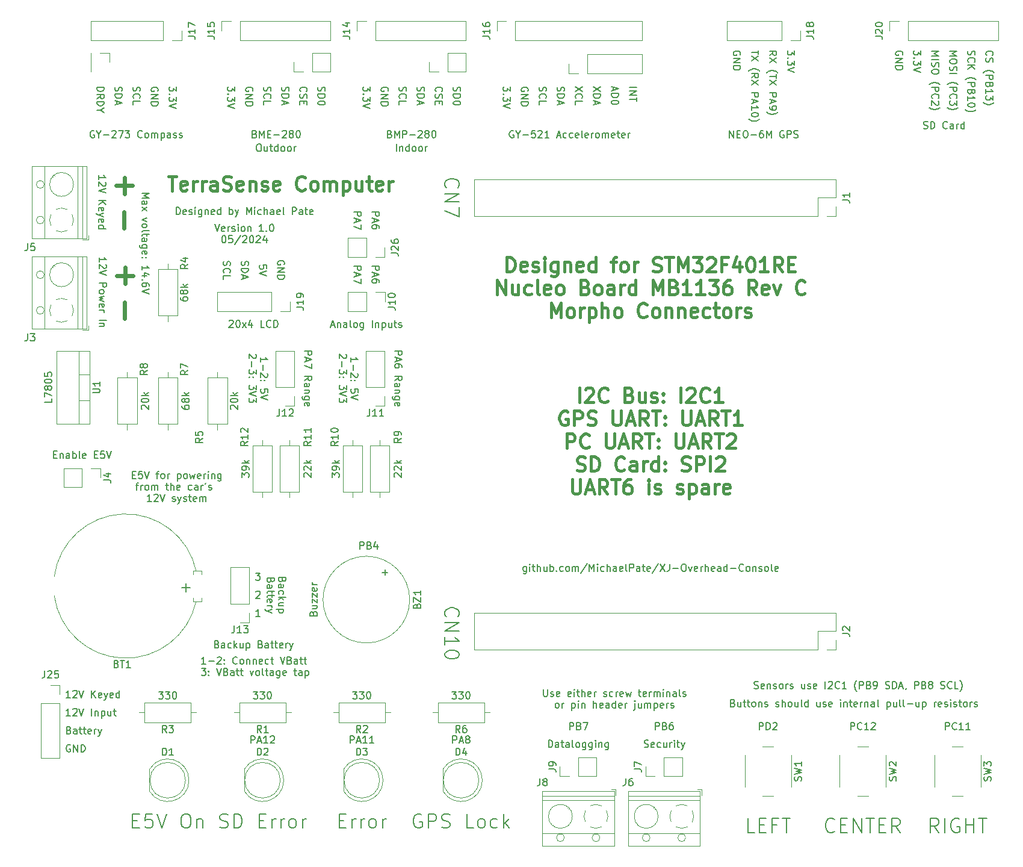
<source format=gto>
%TF.GenerationSoftware,KiCad,Pcbnew,8.0.2*%
%TF.CreationDate,2024-05-12T20:24:49-06:00*%
%TF.ProjectId,devBoard,64657642-6f61-4726-942e-6b696361645f,rev?*%
%TF.SameCoordinates,Original*%
%TF.FileFunction,Legend,Top*%
%TF.FilePolarity,Positive*%
%FSLAX46Y46*%
G04 Gerber Fmt 4.6, Leading zero omitted, Abs format (unit mm)*
G04 Created by KiCad (PCBNEW 8.0.2) date 2024-05-12 20:24:49*
%MOMM*%
%LPD*%
G01*
G04 APERTURE LIST*
%ADD10C,0.200000*%
%ADD11C,0.400000*%
%ADD12C,0.600000*%
%ADD13C,0.150000*%
%ADD14C,0.120000*%
%ADD15R,1.700000X1.700000*%
%ADD16O,1.700000X1.700000*%
%ADD17R,2.000000X1.905000*%
%ADD18O,2.000000X1.905000*%
%ADD19C,2.000000*%
%ADD20C,1.600000*%
%ADD21O,1.600000X1.600000*%
%ADD22R,2.500000X2.500000*%
%ADD23C,2.500000*%
%ADD24C,1.800000*%
%ADD25R,1.800000X1.800000*%
%ADD26R,2.000000X2.000000*%
%ADD27O,1.600000X2.000000*%
%ADD28R,1.600000X2.000000*%
G04 APERTURE END LIST*
D10*
X135876308Y-110275552D02*
X135876308Y-111085076D01*
X135876308Y-111085076D02*
X135828689Y-111180314D01*
X135828689Y-111180314D02*
X135781070Y-111227933D01*
X135781070Y-111227933D02*
X135685832Y-111275552D01*
X135685832Y-111275552D02*
X135542975Y-111275552D01*
X135542975Y-111275552D02*
X135447737Y-111227933D01*
X135876308Y-110894600D02*
X135781070Y-110942219D01*
X135781070Y-110942219D02*
X135590594Y-110942219D01*
X135590594Y-110942219D02*
X135495356Y-110894600D01*
X135495356Y-110894600D02*
X135447737Y-110846980D01*
X135447737Y-110846980D02*
X135400118Y-110751742D01*
X135400118Y-110751742D02*
X135400118Y-110466028D01*
X135400118Y-110466028D02*
X135447737Y-110370790D01*
X135447737Y-110370790D02*
X135495356Y-110323171D01*
X135495356Y-110323171D02*
X135590594Y-110275552D01*
X135590594Y-110275552D02*
X135781070Y-110275552D01*
X135781070Y-110275552D02*
X135876308Y-110323171D01*
X136352499Y-110942219D02*
X136352499Y-110275552D01*
X136352499Y-109942219D02*
X136304880Y-109989838D01*
X136304880Y-109989838D02*
X136352499Y-110037457D01*
X136352499Y-110037457D02*
X136400118Y-109989838D01*
X136400118Y-109989838D02*
X136352499Y-109942219D01*
X136352499Y-109942219D02*
X136352499Y-110037457D01*
X136685832Y-110275552D02*
X137066784Y-110275552D01*
X136828689Y-109942219D02*
X136828689Y-110799361D01*
X136828689Y-110799361D02*
X136876308Y-110894600D01*
X136876308Y-110894600D02*
X136971546Y-110942219D01*
X136971546Y-110942219D02*
X137066784Y-110942219D01*
X137400118Y-110942219D02*
X137400118Y-109942219D01*
X137828689Y-110942219D02*
X137828689Y-110418409D01*
X137828689Y-110418409D02*
X137781070Y-110323171D01*
X137781070Y-110323171D02*
X137685832Y-110275552D01*
X137685832Y-110275552D02*
X137542975Y-110275552D01*
X137542975Y-110275552D02*
X137447737Y-110323171D01*
X137447737Y-110323171D02*
X137400118Y-110370790D01*
X138733451Y-110275552D02*
X138733451Y-110942219D01*
X138304880Y-110275552D02*
X138304880Y-110799361D01*
X138304880Y-110799361D02*
X138352499Y-110894600D01*
X138352499Y-110894600D02*
X138447737Y-110942219D01*
X138447737Y-110942219D02*
X138590594Y-110942219D01*
X138590594Y-110942219D02*
X138685832Y-110894600D01*
X138685832Y-110894600D02*
X138733451Y-110846980D01*
X139209642Y-110942219D02*
X139209642Y-109942219D01*
X139209642Y-110323171D02*
X139304880Y-110275552D01*
X139304880Y-110275552D02*
X139495356Y-110275552D01*
X139495356Y-110275552D02*
X139590594Y-110323171D01*
X139590594Y-110323171D02*
X139638213Y-110370790D01*
X139638213Y-110370790D02*
X139685832Y-110466028D01*
X139685832Y-110466028D02*
X139685832Y-110751742D01*
X139685832Y-110751742D02*
X139638213Y-110846980D01*
X139638213Y-110846980D02*
X139590594Y-110894600D01*
X139590594Y-110894600D02*
X139495356Y-110942219D01*
X139495356Y-110942219D02*
X139304880Y-110942219D01*
X139304880Y-110942219D02*
X139209642Y-110894600D01*
X140114404Y-110846980D02*
X140162023Y-110894600D01*
X140162023Y-110894600D02*
X140114404Y-110942219D01*
X140114404Y-110942219D02*
X140066785Y-110894600D01*
X140066785Y-110894600D02*
X140114404Y-110846980D01*
X140114404Y-110846980D02*
X140114404Y-110942219D01*
X141019165Y-110894600D02*
X140923927Y-110942219D01*
X140923927Y-110942219D02*
X140733451Y-110942219D01*
X140733451Y-110942219D02*
X140638213Y-110894600D01*
X140638213Y-110894600D02*
X140590594Y-110846980D01*
X140590594Y-110846980D02*
X140542975Y-110751742D01*
X140542975Y-110751742D02*
X140542975Y-110466028D01*
X140542975Y-110466028D02*
X140590594Y-110370790D01*
X140590594Y-110370790D02*
X140638213Y-110323171D01*
X140638213Y-110323171D02*
X140733451Y-110275552D01*
X140733451Y-110275552D02*
X140923927Y-110275552D01*
X140923927Y-110275552D02*
X141019165Y-110323171D01*
X141590594Y-110942219D02*
X141495356Y-110894600D01*
X141495356Y-110894600D02*
X141447737Y-110846980D01*
X141447737Y-110846980D02*
X141400118Y-110751742D01*
X141400118Y-110751742D02*
X141400118Y-110466028D01*
X141400118Y-110466028D02*
X141447737Y-110370790D01*
X141447737Y-110370790D02*
X141495356Y-110323171D01*
X141495356Y-110323171D02*
X141590594Y-110275552D01*
X141590594Y-110275552D02*
X141733451Y-110275552D01*
X141733451Y-110275552D02*
X141828689Y-110323171D01*
X141828689Y-110323171D02*
X141876308Y-110370790D01*
X141876308Y-110370790D02*
X141923927Y-110466028D01*
X141923927Y-110466028D02*
X141923927Y-110751742D01*
X141923927Y-110751742D02*
X141876308Y-110846980D01*
X141876308Y-110846980D02*
X141828689Y-110894600D01*
X141828689Y-110894600D02*
X141733451Y-110942219D01*
X141733451Y-110942219D02*
X141590594Y-110942219D01*
X142352499Y-110942219D02*
X142352499Y-110275552D01*
X142352499Y-110370790D02*
X142400118Y-110323171D01*
X142400118Y-110323171D02*
X142495356Y-110275552D01*
X142495356Y-110275552D02*
X142638213Y-110275552D01*
X142638213Y-110275552D02*
X142733451Y-110323171D01*
X142733451Y-110323171D02*
X142781070Y-110418409D01*
X142781070Y-110418409D02*
X142781070Y-110942219D01*
X142781070Y-110418409D02*
X142828689Y-110323171D01*
X142828689Y-110323171D02*
X142923927Y-110275552D01*
X142923927Y-110275552D02*
X143066784Y-110275552D01*
X143066784Y-110275552D02*
X143162023Y-110323171D01*
X143162023Y-110323171D02*
X143209642Y-110418409D01*
X143209642Y-110418409D02*
X143209642Y-110942219D01*
X144400117Y-109894600D02*
X143542975Y-111180314D01*
X144733451Y-110942219D02*
X144733451Y-109942219D01*
X144733451Y-109942219D02*
X145066784Y-110656504D01*
X145066784Y-110656504D02*
X145400117Y-109942219D01*
X145400117Y-109942219D02*
X145400117Y-110942219D01*
X145876308Y-110942219D02*
X145876308Y-110275552D01*
X145876308Y-109942219D02*
X145828689Y-109989838D01*
X145828689Y-109989838D02*
X145876308Y-110037457D01*
X145876308Y-110037457D02*
X145923927Y-109989838D01*
X145923927Y-109989838D02*
X145876308Y-109942219D01*
X145876308Y-109942219D02*
X145876308Y-110037457D01*
X146781069Y-110894600D02*
X146685831Y-110942219D01*
X146685831Y-110942219D02*
X146495355Y-110942219D01*
X146495355Y-110942219D02*
X146400117Y-110894600D01*
X146400117Y-110894600D02*
X146352498Y-110846980D01*
X146352498Y-110846980D02*
X146304879Y-110751742D01*
X146304879Y-110751742D02*
X146304879Y-110466028D01*
X146304879Y-110466028D02*
X146352498Y-110370790D01*
X146352498Y-110370790D02*
X146400117Y-110323171D01*
X146400117Y-110323171D02*
X146495355Y-110275552D01*
X146495355Y-110275552D02*
X146685831Y-110275552D01*
X146685831Y-110275552D02*
X146781069Y-110323171D01*
X147209641Y-110942219D02*
X147209641Y-109942219D01*
X147638212Y-110942219D02*
X147638212Y-110418409D01*
X147638212Y-110418409D02*
X147590593Y-110323171D01*
X147590593Y-110323171D02*
X147495355Y-110275552D01*
X147495355Y-110275552D02*
X147352498Y-110275552D01*
X147352498Y-110275552D02*
X147257260Y-110323171D01*
X147257260Y-110323171D02*
X147209641Y-110370790D01*
X148542974Y-110942219D02*
X148542974Y-110418409D01*
X148542974Y-110418409D02*
X148495355Y-110323171D01*
X148495355Y-110323171D02*
X148400117Y-110275552D01*
X148400117Y-110275552D02*
X148209641Y-110275552D01*
X148209641Y-110275552D02*
X148114403Y-110323171D01*
X148542974Y-110894600D02*
X148447736Y-110942219D01*
X148447736Y-110942219D02*
X148209641Y-110942219D01*
X148209641Y-110942219D02*
X148114403Y-110894600D01*
X148114403Y-110894600D02*
X148066784Y-110799361D01*
X148066784Y-110799361D02*
X148066784Y-110704123D01*
X148066784Y-110704123D02*
X148114403Y-110608885D01*
X148114403Y-110608885D02*
X148209641Y-110561266D01*
X148209641Y-110561266D02*
X148447736Y-110561266D01*
X148447736Y-110561266D02*
X148542974Y-110513647D01*
X149400117Y-110894600D02*
X149304879Y-110942219D01*
X149304879Y-110942219D02*
X149114403Y-110942219D01*
X149114403Y-110942219D02*
X149019165Y-110894600D01*
X149019165Y-110894600D02*
X148971546Y-110799361D01*
X148971546Y-110799361D02*
X148971546Y-110418409D01*
X148971546Y-110418409D02*
X149019165Y-110323171D01*
X149019165Y-110323171D02*
X149114403Y-110275552D01*
X149114403Y-110275552D02*
X149304879Y-110275552D01*
X149304879Y-110275552D02*
X149400117Y-110323171D01*
X149400117Y-110323171D02*
X149447736Y-110418409D01*
X149447736Y-110418409D02*
X149447736Y-110513647D01*
X149447736Y-110513647D02*
X148971546Y-110608885D01*
X150019165Y-110942219D02*
X149923927Y-110894600D01*
X149923927Y-110894600D02*
X149876308Y-110799361D01*
X149876308Y-110799361D02*
X149876308Y-109942219D01*
X150400118Y-110942219D02*
X150400118Y-109942219D01*
X150400118Y-109942219D02*
X150781070Y-109942219D01*
X150781070Y-109942219D02*
X150876308Y-109989838D01*
X150876308Y-109989838D02*
X150923927Y-110037457D01*
X150923927Y-110037457D02*
X150971546Y-110132695D01*
X150971546Y-110132695D02*
X150971546Y-110275552D01*
X150971546Y-110275552D02*
X150923927Y-110370790D01*
X150923927Y-110370790D02*
X150876308Y-110418409D01*
X150876308Y-110418409D02*
X150781070Y-110466028D01*
X150781070Y-110466028D02*
X150400118Y-110466028D01*
X151828689Y-110942219D02*
X151828689Y-110418409D01*
X151828689Y-110418409D02*
X151781070Y-110323171D01*
X151781070Y-110323171D02*
X151685832Y-110275552D01*
X151685832Y-110275552D02*
X151495356Y-110275552D01*
X151495356Y-110275552D02*
X151400118Y-110323171D01*
X151828689Y-110894600D02*
X151733451Y-110942219D01*
X151733451Y-110942219D02*
X151495356Y-110942219D01*
X151495356Y-110942219D02*
X151400118Y-110894600D01*
X151400118Y-110894600D02*
X151352499Y-110799361D01*
X151352499Y-110799361D02*
X151352499Y-110704123D01*
X151352499Y-110704123D02*
X151400118Y-110608885D01*
X151400118Y-110608885D02*
X151495356Y-110561266D01*
X151495356Y-110561266D02*
X151733451Y-110561266D01*
X151733451Y-110561266D02*
X151828689Y-110513647D01*
X152162023Y-110275552D02*
X152542975Y-110275552D01*
X152304880Y-109942219D02*
X152304880Y-110799361D01*
X152304880Y-110799361D02*
X152352499Y-110894600D01*
X152352499Y-110894600D02*
X152447737Y-110942219D01*
X152447737Y-110942219D02*
X152542975Y-110942219D01*
X153257261Y-110894600D02*
X153162023Y-110942219D01*
X153162023Y-110942219D02*
X152971547Y-110942219D01*
X152971547Y-110942219D02*
X152876309Y-110894600D01*
X152876309Y-110894600D02*
X152828690Y-110799361D01*
X152828690Y-110799361D02*
X152828690Y-110418409D01*
X152828690Y-110418409D02*
X152876309Y-110323171D01*
X152876309Y-110323171D02*
X152971547Y-110275552D01*
X152971547Y-110275552D02*
X153162023Y-110275552D01*
X153162023Y-110275552D02*
X153257261Y-110323171D01*
X153257261Y-110323171D02*
X153304880Y-110418409D01*
X153304880Y-110418409D02*
X153304880Y-110513647D01*
X153304880Y-110513647D02*
X152828690Y-110608885D01*
X154447737Y-109894600D02*
X153590595Y-111180314D01*
X154685833Y-109942219D02*
X155352499Y-110942219D01*
X155352499Y-109942219D02*
X154685833Y-110942219D01*
X156019166Y-109942219D02*
X156019166Y-110656504D01*
X156019166Y-110656504D02*
X155971547Y-110799361D01*
X155971547Y-110799361D02*
X155876309Y-110894600D01*
X155876309Y-110894600D02*
X155733452Y-110942219D01*
X155733452Y-110942219D02*
X155638214Y-110942219D01*
X156495357Y-110561266D02*
X157257262Y-110561266D01*
X157923928Y-109942219D02*
X158114404Y-109942219D01*
X158114404Y-109942219D02*
X158209642Y-109989838D01*
X158209642Y-109989838D02*
X158304880Y-110085076D01*
X158304880Y-110085076D02*
X158352499Y-110275552D01*
X158352499Y-110275552D02*
X158352499Y-110608885D01*
X158352499Y-110608885D02*
X158304880Y-110799361D01*
X158304880Y-110799361D02*
X158209642Y-110894600D01*
X158209642Y-110894600D02*
X158114404Y-110942219D01*
X158114404Y-110942219D02*
X157923928Y-110942219D01*
X157923928Y-110942219D02*
X157828690Y-110894600D01*
X157828690Y-110894600D02*
X157733452Y-110799361D01*
X157733452Y-110799361D02*
X157685833Y-110608885D01*
X157685833Y-110608885D02*
X157685833Y-110275552D01*
X157685833Y-110275552D02*
X157733452Y-110085076D01*
X157733452Y-110085076D02*
X157828690Y-109989838D01*
X157828690Y-109989838D02*
X157923928Y-109942219D01*
X158685833Y-110275552D02*
X158923928Y-110942219D01*
X158923928Y-110942219D02*
X159162023Y-110275552D01*
X159923928Y-110894600D02*
X159828690Y-110942219D01*
X159828690Y-110942219D02*
X159638214Y-110942219D01*
X159638214Y-110942219D02*
X159542976Y-110894600D01*
X159542976Y-110894600D02*
X159495357Y-110799361D01*
X159495357Y-110799361D02*
X159495357Y-110418409D01*
X159495357Y-110418409D02*
X159542976Y-110323171D01*
X159542976Y-110323171D02*
X159638214Y-110275552D01*
X159638214Y-110275552D02*
X159828690Y-110275552D01*
X159828690Y-110275552D02*
X159923928Y-110323171D01*
X159923928Y-110323171D02*
X159971547Y-110418409D01*
X159971547Y-110418409D02*
X159971547Y-110513647D01*
X159971547Y-110513647D02*
X159495357Y-110608885D01*
X160400119Y-110942219D02*
X160400119Y-110275552D01*
X160400119Y-110466028D02*
X160447738Y-110370790D01*
X160447738Y-110370790D02*
X160495357Y-110323171D01*
X160495357Y-110323171D02*
X160590595Y-110275552D01*
X160590595Y-110275552D02*
X160685833Y-110275552D01*
X161019167Y-110942219D02*
X161019167Y-109942219D01*
X161447738Y-110942219D02*
X161447738Y-110418409D01*
X161447738Y-110418409D02*
X161400119Y-110323171D01*
X161400119Y-110323171D02*
X161304881Y-110275552D01*
X161304881Y-110275552D02*
X161162024Y-110275552D01*
X161162024Y-110275552D02*
X161066786Y-110323171D01*
X161066786Y-110323171D02*
X161019167Y-110370790D01*
X162304881Y-110894600D02*
X162209643Y-110942219D01*
X162209643Y-110942219D02*
X162019167Y-110942219D01*
X162019167Y-110942219D02*
X161923929Y-110894600D01*
X161923929Y-110894600D02*
X161876310Y-110799361D01*
X161876310Y-110799361D02*
X161876310Y-110418409D01*
X161876310Y-110418409D02*
X161923929Y-110323171D01*
X161923929Y-110323171D02*
X162019167Y-110275552D01*
X162019167Y-110275552D02*
X162209643Y-110275552D01*
X162209643Y-110275552D02*
X162304881Y-110323171D01*
X162304881Y-110323171D02*
X162352500Y-110418409D01*
X162352500Y-110418409D02*
X162352500Y-110513647D01*
X162352500Y-110513647D02*
X161876310Y-110608885D01*
X163209643Y-110942219D02*
X163209643Y-110418409D01*
X163209643Y-110418409D02*
X163162024Y-110323171D01*
X163162024Y-110323171D02*
X163066786Y-110275552D01*
X163066786Y-110275552D02*
X162876310Y-110275552D01*
X162876310Y-110275552D02*
X162781072Y-110323171D01*
X163209643Y-110894600D02*
X163114405Y-110942219D01*
X163114405Y-110942219D02*
X162876310Y-110942219D01*
X162876310Y-110942219D02*
X162781072Y-110894600D01*
X162781072Y-110894600D02*
X162733453Y-110799361D01*
X162733453Y-110799361D02*
X162733453Y-110704123D01*
X162733453Y-110704123D02*
X162781072Y-110608885D01*
X162781072Y-110608885D02*
X162876310Y-110561266D01*
X162876310Y-110561266D02*
X163114405Y-110561266D01*
X163114405Y-110561266D02*
X163209643Y-110513647D01*
X164114405Y-110942219D02*
X164114405Y-109942219D01*
X164114405Y-110894600D02*
X164019167Y-110942219D01*
X164019167Y-110942219D02*
X163828691Y-110942219D01*
X163828691Y-110942219D02*
X163733453Y-110894600D01*
X163733453Y-110894600D02*
X163685834Y-110846980D01*
X163685834Y-110846980D02*
X163638215Y-110751742D01*
X163638215Y-110751742D02*
X163638215Y-110466028D01*
X163638215Y-110466028D02*
X163685834Y-110370790D01*
X163685834Y-110370790D02*
X163733453Y-110323171D01*
X163733453Y-110323171D02*
X163828691Y-110275552D01*
X163828691Y-110275552D02*
X164019167Y-110275552D01*
X164019167Y-110275552D02*
X164114405Y-110323171D01*
X164590596Y-110561266D02*
X165352501Y-110561266D01*
X166400119Y-110846980D02*
X166352500Y-110894600D01*
X166352500Y-110894600D02*
X166209643Y-110942219D01*
X166209643Y-110942219D02*
X166114405Y-110942219D01*
X166114405Y-110942219D02*
X165971548Y-110894600D01*
X165971548Y-110894600D02*
X165876310Y-110799361D01*
X165876310Y-110799361D02*
X165828691Y-110704123D01*
X165828691Y-110704123D02*
X165781072Y-110513647D01*
X165781072Y-110513647D02*
X165781072Y-110370790D01*
X165781072Y-110370790D02*
X165828691Y-110180314D01*
X165828691Y-110180314D02*
X165876310Y-110085076D01*
X165876310Y-110085076D02*
X165971548Y-109989838D01*
X165971548Y-109989838D02*
X166114405Y-109942219D01*
X166114405Y-109942219D02*
X166209643Y-109942219D01*
X166209643Y-109942219D02*
X166352500Y-109989838D01*
X166352500Y-109989838D02*
X166400119Y-110037457D01*
X166971548Y-110942219D02*
X166876310Y-110894600D01*
X166876310Y-110894600D02*
X166828691Y-110846980D01*
X166828691Y-110846980D02*
X166781072Y-110751742D01*
X166781072Y-110751742D02*
X166781072Y-110466028D01*
X166781072Y-110466028D02*
X166828691Y-110370790D01*
X166828691Y-110370790D02*
X166876310Y-110323171D01*
X166876310Y-110323171D02*
X166971548Y-110275552D01*
X166971548Y-110275552D02*
X167114405Y-110275552D01*
X167114405Y-110275552D02*
X167209643Y-110323171D01*
X167209643Y-110323171D02*
X167257262Y-110370790D01*
X167257262Y-110370790D02*
X167304881Y-110466028D01*
X167304881Y-110466028D02*
X167304881Y-110751742D01*
X167304881Y-110751742D02*
X167257262Y-110846980D01*
X167257262Y-110846980D02*
X167209643Y-110894600D01*
X167209643Y-110894600D02*
X167114405Y-110942219D01*
X167114405Y-110942219D02*
X166971548Y-110942219D01*
X167733453Y-110275552D02*
X167733453Y-110942219D01*
X167733453Y-110370790D02*
X167781072Y-110323171D01*
X167781072Y-110323171D02*
X167876310Y-110275552D01*
X167876310Y-110275552D02*
X168019167Y-110275552D01*
X168019167Y-110275552D02*
X168114405Y-110323171D01*
X168114405Y-110323171D02*
X168162024Y-110418409D01*
X168162024Y-110418409D02*
X168162024Y-110942219D01*
X168590596Y-110894600D02*
X168685834Y-110942219D01*
X168685834Y-110942219D02*
X168876310Y-110942219D01*
X168876310Y-110942219D02*
X168971548Y-110894600D01*
X168971548Y-110894600D02*
X169019167Y-110799361D01*
X169019167Y-110799361D02*
X169019167Y-110751742D01*
X169019167Y-110751742D02*
X168971548Y-110656504D01*
X168971548Y-110656504D02*
X168876310Y-110608885D01*
X168876310Y-110608885D02*
X168733453Y-110608885D01*
X168733453Y-110608885D02*
X168638215Y-110561266D01*
X168638215Y-110561266D02*
X168590596Y-110466028D01*
X168590596Y-110466028D02*
X168590596Y-110418409D01*
X168590596Y-110418409D02*
X168638215Y-110323171D01*
X168638215Y-110323171D02*
X168733453Y-110275552D01*
X168733453Y-110275552D02*
X168876310Y-110275552D01*
X168876310Y-110275552D02*
X168971548Y-110323171D01*
X169590596Y-110942219D02*
X169495358Y-110894600D01*
X169495358Y-110894600D02*
X169447739Y-110846980D01*
X169447739Y-110846980D02*
X169400120Y-110751742D01*
X169400120Y-110751742D02*
X169400120Y-110466028D01*
X169400120Y-110466028D02*
X169447739Y-110370790D01*
X169447739Y-110370790D02*
X169495358Y-110323171D01*
X169495358Y-110323171D02*
X169590596Y-110275552D01*
X169590596Y-110275552D02*
X169733453Y-110275552D01*
X169733453Y-110275552D02*
X169828691Y-110323171D01*
X169828691Y-110323171D02*
X169876310Y-110370790D01*
X169876310Y-110370790D02*
X169923929Y-110466028D01*
X169923929Y-110466028D02*
X169923929Y-110751742D01*
X169923929Y-110751742D02*
X169876310Y-110846980D01*
X169876310Y-110846980D02*
X169828691Y-110894600D01*
X169828691Y-110894600D02*
X169733453Y-110942219D01*
X169733453Y-110942219D02*
X169590596Y-110942219D01*
X170495358Y-110942219D02*
X170400120Y-110894600D01*
X170400120Y-110894600D02*
X170352501Y-110799361D01*
X170352501Y-110799361D02*
X170352501Y-109942219D01*
X171257263Y-110894600D02*
X171162025Y-110942219D01*
X171162025Y-110942219D02*
X170971549Y-110942219D01*
X170971549Y-110942219D02*
X170876311Y-110894600D01*
X170876311Y-110894600D02*
X170828692Y-110799361D01*
X170828692Y-110799361D02*
X170828692Y-110418409D01*
X170828692Y-110418409D02*
X170876311Y-110323171D01*
X170876311Y-110323171D02*
X170971549Y-110275552D01*
X170971549Y-110275552D02*
X171162025Y-110275552D01*
X171162025Y-110275552D02*
X171257263Y-110323171D01*
X171257263Y-110323171D02*
X171304882Y-110418409D01*
X171304882Y-110418409D02*
X171304882Y-110513647D01*
X171304882Y-110513647D02*
X170828692Y-110608885D01*
D11*
X143304880Y-87174662D02*
X143304880Y-85174662D01*
X144162023Y-85365138D02*
X144257261Y-85269900D01*
X144257261Y-85269900D02*
X144447737Y-85174662D01*
X144447737Y-85174662D02*
X144923928Y-85174662D01*
X144923928Y-85174662D02*
X145114404Y-85269900D01*
X145114404Y-85269900D02*
X145209642Y-85365138D01*
X145209642Y-85365138D02*
X145304880Y-85555614D01*
X145304880Y-85555614D02*
X145304880Y-85746090D01*
X145304880Y-85746090D02*
X145209642Y-86031804D01*
X145209642Y-86031804D02*
X144066785Y-87174662D01*
X144066785Y-87174662D02*
X145304880Y-87174662D01*
X147304880Y-86984185D02*
X147209642Y-87079424D01*
X147209642Y-87079424D02*
X146923928Y-87174662D01*
X146923928Y-87174662D02*
X146733452Y-87174662D01*
X146733452Y-87174662D02*
X146447737Y-87079424D01*
X146447737Y-87079424D02*
X146257261Y-86888947D01*
X146257261Y-86888947D02*
X146162023Y-86698471D01*
X146162023Y-86698471D02*
X146066785Y-86317519D01*
X146066785Y-86317519D02*
X146066785Y-86031804D01*
X146066785Y-86031804D02*
X146162023Y-85650852D01*
X146162023Y-85650852D02*
X146257261Y-85460376D01*
X146257261Y-85460376D02*
X146447737Y-85269900D01*
X146447737Y-85269900D02*
X146733452Y-85174662D01*
X146733452Y-85174662D02*
X146923928Y-85174662D01*
X146923928Y-85174662D02*
X147209642Y-85269900D01*
X147209642Y-85269900D02*
X147304880Y-85365138D01*
X150352500Y-86127043D02*
X150638214Y-86222281D01*
X150638214Y-86222281D02*
X150733452Y-86317519D01*
X150733452Y-86317519D02*
X150828690Y-86507995D01*
X150828690Y-86507995D02*
X150828690Y-86793709D01*
X150828690Y-86793709D02*
X150733452Y-86984185D01*
X150733452Y-86984185D02*
X150638214Y-87079424D01*
X150638214Y-87079424D02*
X150447738Y-87174662D01*
X150447738Y-87174662D02*
X149685833Y-87174662D01*
X149685833Y-87174662D02*
X149685833Y-85174662D01*
X149685833Y-85174662D02*
X150352500Y-85174662D01*
X150352500Y-85174662D02*
X150542976Y-85269900D01*
X150542976Y-85269900D02*
X150638214Y-85365138D01*
X150638214Y-85365138D02*
X150733452Y-85555614D01*
X150733452Y-85555614D02*
X150733452Y-85746090D01*
X150733452Y-85746090D02*
X150638214Y-85936566D01*
X150638214Y-85936566D02*
X150542976Y-86031804D01*
X150542976Y-86031804D02*
X150352500Y-86127043D01*
X150352500Y-86127043D02*
X149685833Y-86127043D01*
X152542976Y-85841328D02*
X152542976Y-87174662D01*
X151685833Y-85841328D02*
X151685833Y-86888947D01*
X151685833Y-86888947D02*
X151781071Y-87079424D01*
X151781071Y-87079424D02*
X151971547Y-87174662D01*
X151971547Y-87174662D02*
X152257262Y-87174662D01*
X152257262Y-87174662D02*
X152447738Y-87079424D01*
X152447738Y-87079424D02*
X152542976Y-86984185D01*
X153400119Y-87079424D02*
X153590595Y-87174662D01*
X153590595Y-87174662D02*
X153971547Y-87174662D01*
X153971547Y-87174662D02*
X154162024Y-87079424D01*
X154162024Y-87079424D02*
X154257262Y-86888947D01*
X154257262Y-86888947D02*
X154257262Y-86793709D01*
X154257262Y-86793709D02*
X154162024Y-86603233D01*
X154162024Y-86603233D02*
X153971547Y-86507995D01*
X153971547Y-86507995D02*
X153685833Y-86507995D01*
X153685833Y-86507995D02*
X153495357Y-86412757D01*
X153495357Y-86412757D02*
X153400119Y-86222281D01*
X153400119Y-86222281D02*
X153400119Y-86127043D01*
X153400119Y-86127043D02*
X153495357Y-85936566D01*
X153495357Y-85936566D02*
X153685833Y-85841328D01*
X153685833Y-85841328D02*
X153971547Y-85841328D01*
X153971547Y-85841328D02*
X154162024Y-85936566D01*
X155114405Y-86984185D02*
X155209643Y-87079424D01*
X155209643Y-87079424D02*
X155114405Y-87174662D01*
X155114405Y-87174662D02*
X155019167Y-87079424D01*
X155019167Y-87079424D02*
X155114405Y-86984185D01*
X155114405Y-86984185D02*
X155114405Y-87174662D01*
X155114405Y-85936566D02*
X155209643Y-86031804D01*
X155209643Y-86031804D02*
X155114405Y-86127043D01*
X155114405Y-86127043D02*
X155019167Y-86031804D01*
X155019167Y-86031804D02*
X155114405Y-85936566D01*
X155114405Y-85936566D02*
X155114405Y-86127043D01*
X157590596Y-87174662D02*
X157590596Y-85174662D01*
X158447739Y-85365138D02*
X158542977Y-85269900D01*
X158542977Y-85269900D02*
X158733453Y-85174662D01*
X158733453Y-85174662D02*
X159209644Y-85174662D01*
X159209644Y-85174662D02*
X159400120Y-85269900D01*
X159400120Y-85269900D02*
X159495358Y-85365138D01*
X159495358Y-85365138D02*
X159590596Y-85555614D01*
X159590596Y-85555614D02*
X159590596Y-85746090D01*
X159590596Y-85746090D02*
X159495358Y-86031804D01*
X159495358Y-86031804D02*
X158352501Y-87174662D01*
X158352501Y-87174662D02*
X159590596Y-87174662D01*
X161590596Y-86984185D02*
X161495358Y-87079424D01*
X161495358Y-87079424D02*
X161209644Y-87174662D01*
X161209644Y-87174662D02*
X161019168Y-87174662D01*
X161019168Y-87174662D02*
X160733453Y-87079424D01*
X160733453Y-87079424D02*
X160542977Y-86888947D01*
X160542977Y-86888947D02*
X160447739Y-86698471D01*
X160447739Y-86698471D02*
X160352501Y-86317519D01*
X160352501Y-86317519D02*
X160352501Y-86031804D01*
X160352501Y-86031804D02*
X160447739Y-85650852D01*
X160447739Y-85650852D02*
X160542977Y-85460376D01*
X160542977Y-85460376D02*
X160733453Y-85269900D01*
X160733453Y-85269900D02*
X161019168Y-85174662D01*
X161019168Y-85174662D02*
X161209644Y-85174662D01*
X161209644Y-85174662D02*
X161495358Y-85269900D01*
X161495358Y-85269900D02*
X161590596Y-85365138D01*
X163495358Y-87174662D02*
X162352501Y-87174662D01*
X162923929Y-87174662D02*
X162923929Y-85174662D01*
X162923929Y-85174662D02*
X162733453Y-85460376D01*
X162733453Y-85460376D02*
X162542977Y-85650852D01*
X162542977Y-85650852D02*
X162352501Y-85746090D01*
X141638213Y-88489788D02*
X141447737Y-88394550D01*
X141447737Y-88394550D02*
X141162023Y-88394550D01*
X141162023Y-88394550D02*
X140876308Y-88489788D01*
X140876308Y-88489788D02*
X140685832Y-88680264D01*
X140685832Y-88680264D02*
X140590594Y-88870740D01*
X140590594Y-88870740D02*
X140495356Y-89251692D01*
X140495356Y-89251692D02*
X140495356Y-89537407D01*
X140495356Y-89537407D02*
X140590594Y-89918359D01*
X140590594Y-89918359D02*
X140685832Y-90108835D01*
X140685832Y-90108835D02*
X140876308Y-90299312D01*
X140876308Y-90299312D02*
X141162023Y-90394550D01*
X141162023Y-90394550D02*
X141352499Y-90394550D01*
X141352499Y-90394550D02*
X141638213Y-90299312D01*
X141638213Y-90299312D02*
X141733451Y-90204073D01*
X141733451Y-90204073D02*
X141733451Y-89537407D01*
X141733451Y-89537407D02*
X141352499Y-89537407D01*
X142590594Y-90394550D02*
X142590594Y-88394550D01*
X142590594Y-88394550D02*
X143352499Y-88394550D01*
X143352499Y-88394550D02*
X143542975Y-88489788D01*
X143542975Y-88489788D02*
X143638213Y-88585026D01*
X143638213Y-88585026D02*
X143733451Y-88775502D01*
X143733451Y-88775502D02*
X143733451Y-89061216D01*
X143733451Y-89061216D02*
X143638213Y-89251692D01*
X143638213Y-89251692D02*
X143542975Y-89346931D01*
X143542975Y-89346931D02*
X143352499Y-89442169D01*
X143352499Y-89442169D02*
X142590594Y-89442169D01*
X144495356Y-90299312D02*
X144781070Y-90394550D01*
X144781070Y-90394550D02*
X145257261Y-90394550D01*
X145257261Y-90394550D02*
X145447737Y-90299312D01*
X145447737Y-90299312D02*
X145542975Y-90204073D01*
X145542975Y-90204073D02*
X145638213Y-90013597D01*
X145638213Y-90013597D02*
X145638213Y-89823121D01*
X145638213Y-89823121D02*
X145542975Y-89632645D01*
X145542975Y-89632645D02*
X145447737Y-89537407D01*
X145447737Y-89537407D02*
X145257261Y-89442169D01*
X145257261Y-89442169D02*
X144876308Y-89346931D01*
X144876308Y-89346931D02*
X144685832Y-89251692D01*
X144685832Y-89251692D02*
X144590594Y-89156454D01*
X144590594Y-89156454D02*
X144495356Y-88965978D01*
X144495356Y-88965978D02*
X144495356Y-88775502D01*
X144495356Y-88775502D02*
X144590594Y-88585026D01*
X144590594Y-88585026D02*
X144685832Y-88489788D01*
X144685832Y-88489788D02*
X144876308Y-88394550D01*
X144876308Y-88394550D02*
X145352499Y-88394550D01*
X145352499Y-88394550D02*
X145638213Y-88489788D01*
X148019166Y-88394550D02*
X148019166Y-90013597D01*
X148019166Y-90013597D02*
X148114404Y-90204073D01*
X148114404Y-90204073D02*
X148209642Y-90299312D01*
X148209642Y-90299312D02*
X148400118Y-90394550D01*
X148400118Y-90394550D02*
X148781071Y-90394550D01*
X148781071Y-90394550D02*
X148971547Y-90299312D01*
X148971547Y-90299312D02*
X149066785Y-90204073D01*
X149066785Y-90204073D02*
X149162023Y-90013597D01*
X149162023Y-90013597D02*
X149162023Y-88394550D01*
X150019166Y-89823121D02*
X150971547Y-89823121D01*
X149828690Y-90394550D02*
X150495356Y-88394550D01*
X150495356Y-88394550D02*
X151162023Y-90394550D01*
X152971547Y-90394550D02*
X152304880Y-89442169D01*
X151828690Y-90394550D02*
X151828690Y-88394550D01*
X151828690Y-88394550D02*
X152590595Y-88394550D01*
X152590595Y-88394550D02*
X152781071Y-88489788D01*
X152781071Y-88489788D02*
X152876309Y-88585026D01*
X152876309Y-88585026D02*
X152971547Y-88775502D01*
X152971547Y-88775502D02*
X152971547Y-89061216D01*
X152971547Y-89061216D02*
X152876309Y-89251692D01*
X152876309Y-89251692D02*
X152781071Y-89346931D01*
X152781071Y-89346931D02*
X152590595Y-89442169D01*
X152590595Y-89442169D02*
X151828690Y-89442169D01*
X153542976Y-88394550D02*
X154685833Y-88394550D01*
X154114404Y-90394550D02*
X154114404Y-88394550D01*
X155352500Y-90204073D02*
X155447738Y-90299312D01*
X155447738Y-90299312D02*
X155352500Y-90394550D01*
X155352500Y-90394550D02*
X155257262Y-90299312D01*
X155257262Y-90299312D02*
X155352500Y-90204073D01*
X155352500Y-90204073D02*
X155352500Y-90394550D01*
X155352500Y-89156454D02*
X155447738Y-89251692D01*
X155447738Y-89251692D02*
X155352500Y-89346931D01*
X155352500Y-89346931D02*
X155257262Y-89251692D01*
X155257262Y-89251692D02*
X155352500Y-89156454D01*
X155352500Y-89156454D02*
X155352500Y-89346931D01*
X157828691Y-88394550D02*
X157828691Y-90013597D01*
X157828691Y-90013597D02*
X157923929Y-90204073D01*
X157923929Y-90204073D02*
X158019167Y-90299312D01*
X158019167Y-90299312D02*
X158209643Y-90394550D01*
X158209643Y-90394550D02*
X158590596Y-90394550D01*
X158590596Y-90394550D02*
X158781072Y-90299312D01*
X158781072Y-90299312D02*
X158876310Y-90204073D01*
X158876310Y-90204073D02*
X158971548Y-90013597D01*
X158971548Y-90013597D02*
X158971548Y-88394550D01*
X159828691Y-89823121D02*
X160781072Y-89823121D01*
X159638215Y-90394550D02*
X160304881Y-88394550D01*
X160304881Y-88394550D02*
X160971548Y-90394550D01*
X162781072Y-90394550D02*
X162114405Y-89442169D01*
X161638215Y-90394550D02*
X161638215Y-88394550D01*
X161638215Y-88394550D02*
X162400120Y-88394550D01*
X162400120Y-88394550D02*
X162590596Y-88489788D01*
X162590596Y-88489788D02*
X162685834Y-88585026D01*
X162685834Y-88585026D02*
X162781072Y-88775502D01*
X162781072Y-88775502D02*
X162781072Y-89061216D01*
X162781072Y-89061216D02*
X162685834Y-89251692D01*
X162685834Y-89251692D02*
X162590596Y-89346931D01*
X162590596Y-89346931D02*
X162400120Y-89442169D01*
X162400120Y-89442169D02*
X161638215Y-89442169D01*
X163352501Y-88394550D02*
X164495358Y-88394550D01*
X163923929Y-90394550D02*
X163923929Y-88394550D01*
X166209644Y-90394550D02*
X165066787Y-90394550D01*
X165638215Y-90394550D02*
X165638215Y-88394550D01*
X165638215Y-88394550D02*
X165447739Y-88680264D01*
X165447739Y-88680264D02*
X165257263Y-88870740D01*
X165257263Y-88870740D02*
X165066787Y-88965978D01*
X141542975Y-93614438D02*
X141542975Y-91614438D01*
X141542975Y-91614438D02*
X142304880Y-91614438D01*
X142304880Y-91614438D02*
X142495356Y-91709676D01*
X142495356Y-91709676D02*
X142590594Y-91804914D01*
X142590594Y-91804914D02*
X142685832Y-91995390D01*
X142685832Y-91995390D02*
X142685832Y-92281104D01*
X142685832Y-92281104D02*
X142590594Y-92471580D01*
X142590594Y-92471580D02*
X142495356Y-92566819D01*
X142495356Y-92566819D02*
X142304880Y-92662057D01*
X142304880Y-92662057D02*
X141542975Y-92662057D01*
X144685832Y-93423961D02*
X144590594Y-93519200D01*
X144590594Y-93519200D02*
X144304880Y-93614438D01*
X144304880Y-93614438D02*
X144114404Y-93614438D01*
X144114404Y-93614438D02*
X143828689Y-93519200D01*
X143828689Y-93519200D02*
X143638213Y-93328723D01*
X143638213Y-93328723D02*
X143542975Y-93138247D01*
X143542975Y-93138247D02*
X143447737Y-92757295D01*
X143447737Y-92757295D02*
X143447737Y-92471580D01*
X143447737Y-92471580D02*
X143542975Y-92090628D01*
X143542975Y-92090628D02*
X143638213Y-91900152D01*
X143638213Y-91900152D02*
X143828689Y-91709676D01*
X143828689Y-91709676D02*
X144114404Y-91614438D01*
X144114404Y-91614438D02*
X144304880Y-91614438D01*
X144304880Y-91614438D02*
X144590594Y-91709676D01*
X144590594Y-91709676D02*
X144685832Y-91804914D01*
X147066785Y-91614438D02*
X147066785Y-93233485D01*
X147066785Y-93233485D02*
X147162023Y-93423961D01*
X147162023Y-93423961D02*
X147257261Y-93519200D01*
X147257261Y-93519200D02*
X147447737Y-93614438D01*
X147447737Y-93614438D02*
X147828690Y-93614438D01*
X147828690Y-93614438D02*
X148019166Y-93519200D01*
X148019166Y-93519200D02*
X148114404Y-93423961D01*
X148114404Y-93423961D02*
X148209642Y-93233485D01*
X148209642Y-93233485D02*
X148209642Y-91614438D01*
X149066785Y-93043009D02*
X150019166Y-93043009D01*
X148876309Y-93614438D02*
X149542975Y-91614438D01*
X149542975Y-91614438D02*
X150209642Y-93614438D01*
X152019166Y-93614438D02*
X151352499Y-92662057D01*
X150876309Y-93614438D02*
X150876309Y-91614438D01*
X150876309Y-91614438D02*
X151638214Y-91614438D01*
X151638214Y-91614438D02*
X151828690Y-91709676D01*
X151828690Y-91709676D02*
X151923928Y-91804914D01*
X151923928Y-91804914D02*
X152019166Y-91995390D01*
X152019166Y-91995390D02*
X152019166Y-92281104D01*
X152019166Y-92281104D02*
X151923928Y-92471580D01*
X151923928Y-92471580D02*
X151828690Y-92566819D01*
X151828690Y-92566819D02*
X151638214Y-92662057D01*
X151638214Y-92662057D02*
X150876309Y-92662057D01*
X152590595Y-91614438D02*
X153733452Y-91614438D01*
X153162023Y-93614438D02*
X153162023Y-91614438D01*
X154400119Y-93423961D02*
X154495357Y-93519200D01*
X154495357Y-93519200D02*
X154400119Y-93614438D01*
X154400119Y-93614438D02*
X154304881Y-93519200D01*
X154304881Y-93519200D02*
X154400119Y-93423961D01*
X154400119Y-93423961D02*
X154400119Y-93614438D01*
X154400119Y-92376342D02*
X154495357Y-92471580D01*
X154495357Y-92471580D02*
X154400119Y-92566819D01*
X154400119Y-92566819D02*
X154304881Y-92471580D01*
X154304881Y-92471580D02*
X154400119Y-92376342D01*
X154400119Y-92376342D02*
X154400119Y-92566819D01*
X156876310Y-91614438D02*
X156876310Y-93233485D01*
X156876310Y-93233485D02*
X156971548Y-93423961D01*
X156971548Y-93423961D02*
X157066786Y-93519200D01*
X157066786Y-93519200D02*
X157257262Y-93614438D01*
X157257262Y-93614438D02*
X157638215Y-93614438D01*
X157638215Y-93614438D02*
X157828691Y-93519200D01*
X157828691Y-93519200D02*
X157923929Y-93423961D01*
X157923929Y-93423961D02*
X158019167Y-93233485D01*
X158019167Y-93233485D02*
X158019167Y-91614438D01*
X158876310Y-93043009D02*
X159828691Y-93043009D01*
X158685834Y-93614438D02*
X159352500Y-91614438D01*
X159352500Y-91614438D02*
X160019167Y-93614438D01*
X161828691Y-93614438D02*
X161162024Y-92662057D01*
X160685834Y-93614438D02*
X160685834Y-91614438D01*
X160685834Y-91614438D02*
X161447739Y-91614438D01*
X161447739Y-91614438D02*
X161638215Y-91709676D01*
X161638215Y-91709676D02*
X161733453Y-91804914D01*
X161733453Y-91804914D02*
X161828691Y-91995390D01*
X161828691Y-91995390D02*
X161828691Y-92281104D01*
X161828691Y-92281104D02*
X161733453Y-92471580D01*
X161733453Y-92471580D02*
X161638215Y-92566819D01*
X161638215Y-92566819D02*
X161447739Y-92662057D01*
X161447739Y-92662057D02*
X160685834Y-92662057D01*
X162400120Y-91614438D02*
X163542977Y-91614438D01*
X162971548Y-93614438D02*
X162971548Y-91614438D01*
X164114406Y-91804914D02*
X164209644Y-91709676D01*
X164209644Y-91709676D02*
X164400120Y-91614438D01*
X164400120Y-91614438D02*
X164876311Y-91614438D01*
X164876311Y-91614438D02*
X165066787Y-91709676D01*
X165066787Y-91709676D02*
X165162025Y-91804914D01*
X165162025Y-91804914D02*
X165257263Y-91995390D01*
X165257263Y-91995390D02*
X165257263Y-92185866D01*
X165257263Y-92185866D02*
X165162025Y-92471580D01*
X165162025Y-92471580D02*
X164019168Y-93614438D01*
X164019168Y-93614438D02*
X165257263Y-93614438D01*
X142971547Y-96739088D02*
X143257261Y-96834326D01*
X143257261Y-96834326D02*
X143733452Y-96834326D01*
X143733452Y-96834326D02*
X143923928Y-96739088D01*
X143923928Y-96739088D02*
X144019166Y-96643849D01*
X144019166Y-96643849D02*
X144114404Y-96453373D01*
X144114404Y-96453373D02*
X144114404Y-96262897D01*
X144114404Y-96262897D02*
X144019166Y-96072421D01*
X144019166Y-96072421D02*
X143923928Y-95977183D01*
X143923928Y-95977183D02*
X143733452Y-95881945D01*
X143733452Y-95881945D02*
X143352499Y-95786707D01*
X143352499Y-95786707D02*
X143162023Y-95691468D01*
X143162023Y-95691468D02*
X143066785Y-95596230D01*
X143066785Y-95596230D02*
X142971547Y-95405754D01*
X142971547Y-95405754D02*
X142971547Y-95215278D01*
X142971547Y-95215278D02*
X143066785Y-95024802D01*
X143066785Y-95024802D02*
X143162023Y-94929564D01*
X143162023Y-94929564D02*
X143352499Y-94834326D01*
X143352499Y-94834326D02*
X143828690Y-94834326D01*
X143828690Y-94834326D02*
X144114404Y-94929564D01*
X144971547Y-96834326D02*
X144971547Y-94834326D01*
X144971547Y-94834326D02*
X145447737Y-94834326D01*
X145447737Y-94834326D02*
X145733452Y-94929564D01*
X145733452Y-94929564D02*
X145923928Y-95120040D01*
X145923928Y-95120040D02*
X146019166Y-95310516D01*
X146019166Y-95310516D02*
X146114404Y-95691468D01*
X146114404Y-95691468D02*
X146114404Y-95977183D01*
X146114404Y-95977183D02*
X146019166Y-96358135D01*
X146019166Y-96358135D02*
X145923928Y-96548611D01*
X145923928Y-96548611D02*
X145733452Y-96739088D01*
X145733452Y-96739088D02*
X145447737Y-96834326D01*
X145447737Y-96834326D02*
X144971547Y-96834326D01*
X149638214Y-96643849D02*
X149542976Y-96739088D01*
X149542976Y-96739088D02*
X149257262Y-96834326D01*
X149257262Y-96834326D02*
X149066786Y-96834326D01*
X149066786Y-96834326D02*
X148781071Y-96739088D01*
X148781071Y-96739088D02*
X148590595Y-96548611D01*
X148590595Y-96548611D02*
X148495357Y-96358135D01*
X148495357Y-96358135D02*
X148400119Y-95977183D01*
X148400119Y-95977183D02*
X148400119Y-95691468D01*
X148400119Y-95691468D02*
X148495357Y-95310516D01*
X148495357Y-95310516D02*
X148590595Y-95120040D01*
X148590595Y-95120040D02*
X148781071Y-94929564D01*
X148781071Y-94929564D02*
X149066786Y-94834326D01*
X149066786Y-94834326D02*
X149257262Y-94834326D01*
X149257262Y-94834326D02*
X149542976Y-94929564D01*
X149542976Y-94929564D02*
X149638214Y-95024802D01*
X151352500Y-96834326D02*
X151352500Y-95786707D01*
X151352500Y-95786707D02*
X151257262Y-95596230D01*
X151257262Y-95596230D02*
X151066786Y-95500992D01*
X151066786Y-95500992D02*
X150685833Y-95500992D01*
X150685833Y-95500992D02*
X150495357Y-95596230D01*
X151352500Y-96739088D02*
X151162024Y-96834326D01*
X151162024Y-96834326D02*
X150685833Y-96834326D01*
X150685833Y-96834326D02*
X150495357Y-96739088D01*
X150495357Y-96739088D02*
X150400119Y-96548611D01*
X150400119Y-96548611D02*
X150400119Y-96358135D01*
X150400119Y-96358135D02*
X150495357Y-96167659D01*
X150495357Y-96167659D02*
X150685833Y-96072421D01*
X150685833Y-96072421D02*
X151162024Y-96072421D01*
X151162024Y-96072421D02*
X151352500Y-95977183D01*
X152304881Y-96834326D02*
X152304881Y-95500992D01*
X152304881Y-95881945D02*
X152400119Y-95691468D01*
X152400119Y-95691468D02*
X152495357Y-95596230D01*
X152495357Y-95596230D02*
X152685833Y-95500992D01*
X152685833Y-95500992D02*
X152876310Y-95500992D01*
X154400119Y-96834326D02*
X154400119Y-94834326D01*
X154400119Y-96739088D02*
X154209643Y-96834326D01*
X154209643Y-96834326D02*
X153828690Y-96834326D01*
X153828690Y-96834326D02*
X153638214Y-96739088D01*
X153638214Y-96739088D02*
X153542976Y-96643849D01*
X153542976Y-96643849D02*
X153447738Y-96453373D01*
X153447738Y-96453373D02*
X153447738Y-95881945D01*
X153447738Y-95881945D02*
X153542976Y-95691468D01*
X153542976Y-95691468D02*
X153638214Y-95596230D01*
X153638214Y-95596230D02*
X153828690Y-95500992D01*
X153828690Y-95500992D02*
X154209643Y-95500992D01*
X154209643Y-95500992D02*
X154400119Y-95596230D01*
X155352500Y-96643849D02*
X155447738Y-96739088D01*
X155447738Y-96739088D02*
X155352500Y-96834326D01*
X155352500Y-96834326D02*
X155257262Y-96739088D01*
X155257262Y-96739088D02*
X155352500Y-96643849D01*
X155352500Y-96643849D02*
X155352500Y-96834326D01*
X155352500Y-95596230D02*
X155447738Y-95691468D01*
X155447738Y-95691468D02*
X155352500Y-95786707D01*
X155352500Y-95786707D02*
X155257262Y-95691468D01*
X155257262Y-95691468D02*
X155352500Y-95596230D01*
X155352500Y-95596230D02*
X155352500Y-95786707D01*
X157733453Y-96739088D02*
X158019167Y-96834326D01*
X158019167Y-96834326D02*
X158495358Y-96834326D01*
X158495358Y-96834326D02*
X158685834Y-96739088D01*
X158685834Y-96739088D02*
X158781072Y-96643849D01*
X158781072Y-96643849D02*
X158876310Y-96453373D01*
X158876310Y-96453373D02*
X158876310Y-96262897D01*
X158876310Y-96262897D02*
X158781072Y-96072421D01*
X158781072Y-96072421D02*
X158685834Y-95977183D01*
X158685834Y-95977183D02*
X158495358Y-95881945D01*
X158495358Y-95881945D02*
X158114405Y-95786707D01*
X158114405Y-95786707D02*
X157923929Y-95691468D01*
X157923929Y-95691468D02*
X157828691Y-95596230D01*
X157828691Y-95596230D02*
X157733453Y-95405754D01*
X157733453Y-95405754D02*
X157733453Y-95215278D01*
X157733453Y-95215278D02*
X157828691Y-95024802D01*
X157828691Y-95024802D02*
X157923929Y-94929564D01*
X157923929Y-94929564D02*
X158114405Y-94834326D01*
X158114405Y-94834326D02*
X158590596Y-94834326D01*
X158590596Y-94834326D02*
X158876310Y-94929564D01*
X159733453Y-96834326D02*
X159733453Y-94834326D01*
X159733453Y-94834326D02*
X160495358Y-94834326D01*
X160495358Y-94834326D02*
X160685834Y-94929564D01*
X160685834Y-94929564D02*
X160781072Y-95024802D01*
X160781072Y-95024802D02*
X160876310Y-95215278D01*
X160876310Y-95215278D02*
X160876310Y-95500992D01*
X160876310Y-95500992D02*
X160781072Y-95691468D01*
X160781072Y-95691468D02*
X160685834Y-95786707D01*
X160685834Y-95786707D02*
X160495358Y-95881945D01*
X160495358Y-95881945D02*
X159733453Y-95881945D01*
X161733453Y-96834326D02*
X161733453Y-94834326D01*
X162590596Y-95024802D02*
X162685834Y-94929564D01*
X162685834Y-94929564D02*
X162876310Y-94834326D01*
X162876310Y-94834326D02*
X163352501Y-94834326D01*
X163352501Y-94834326D02*
X163542977Y-94929564D01*
X163542977Y-94929564D02*
X163638215Y-95024802D01*
X163638215Y-95024802D02*
X163733453Y-95215278D01*
X163733453Y-95215278D02*
X163733453Y-95405754D01*
X163733453Y-95405754D02*
X163638215Y-95691468D01*
X163638215Y-95691468D02*
X162495358Y-96834326D01*
X162495358Y-96834326D02*
X163733453Y-96834326D01*
X142304879Y-98054214D02*
X142304879Y-99673261D01*
X142304879Y-99673261D02*
X142400117Y-99863737D01*
X142400117Y-99863737D02*
X142495355Y-99958976D01*
X142495355Y-99958976D02*
X142685831Y-100054214D01*
X142685831Y-100054214D02*
X143066784Y-100054214D01*
X143066784Y-100054214D02*
X143257260Y-99958976D01*
X143257260Y-99958976D02*
X143352498Y-99863737D01*
X143352498Y-99863737D02*
X143447736Y-99673261D01*
X143447736Y-99673261D02*
X143447736Y-98054214D01*
X144304879Y-99482785D02*
X145257260Y-99482785D01*
X144114403Y-100054214D02*
X144781069Y-98054214D01*
X144781069Y-98054214D02*
X145447736Y-100054214D01*
X147257260Y-100054214D02*
X146590593Y-99101833D01*
X146114403Y-100054214D02*
X146114403Y-98054214D01*
X146114403Y-98054214D02*
X146876308Y-98054214D01*
X146876308Y-98054214D02*
X147066784Y-98149452D01*
X147066784Y-98149452D02*
X147162022Y-98244690D01*
X147162022Y-98244690D02*
X147257260Y-98435166D01*
X147257260Y-98435166D02*
X147257260Y-98720880D01*
X147257260Y-98720880D02*
X147162022Y-98911356D01*
X147162022Y-98911356D02*
X147066784Y-99006595D01*
X147066784Y-99006595D02*
X146876308Y-99101833D01*
X146876308Y-99101833D02*
X146114403Y-99101833D01*
X147828689Y-98054214D02*
X148971546Y-98054214D01*
X148400117Y-100054214D02*
X148400117Y-98054214D01*
X150495356Y-98054214D02*
X150114403Y-98054214D01*
X150114403Y-98054214D02*
X149923927Y-98149452D01*
X149923927Y-98149452D02*
X149828689Y-98244690D01*
X149828689Y-98244690D02*
X149638213Y-98530404D01*
X149638213Y-98530404D02*
X149542975Y-98911356D01*
X149542975Y-98911356D02*
X149542975Y-99673261D01*
X149542975Y-99673261D02*
X149638213Y-99863737D01*
X149638213Y-99863737D02*
X149733451Y-99958976D01*
X149733451Y-99958976D02*
X149923927Y-100054214D01*
X149923927Y-100054214D02*
X150304880Y-100054214D01*
X150304880Y-100054214D02*
X150495356Y-99958976D01*
X150495356Y-99958976D02*
X150590594Y-99863737D01*
X150590594Y-99863737D02*
X150685832Y-99673261D01*
X150685832Y-99673261D02*
X150685832Y-99197071D01*
X150685832Y-99197071D02*
X150590594Y-99006595D01*
X150590594Y-99006595D02*
X150495356Y-98911356D01*
X150495356Y-98911356D02*
X150304880Y-98816118D01*
X150304880Y-98816118D02*
X149923927Y-98816118D01*
X149923927Y-98816118D02*
X149733451Y-98911356D01*
X149733451Y-98911356D02*
X149638213Y-99006595D01*
X149638213Y-99006595D02*
X149542975Y-99197071D01*
X153066785Y-100054214D02*
X153066785Y-98720880D01*
X153066785Y-98054214D02*
X152971547Y-98149452D01*
X152971547Y-98149452D02*
X153066785Y-98244690D01*
X153066785Y-98244690D02*
X153162023Y-98149452D01*
X153162023Y-98149452D02*
X153066785Y-98054214D01*
X153066785Y-98054214D02*
X153066785Y-98244690D01*
X153923928Y-99958976D02*
X154114404Y-100054214D01*
X154114404Y-100054214D02*
X154495356Y-100054214D01*
X154495356Y-100054214D02*
X154685833Y-99958976D01*
X154685833Y-99958976D02*
X154781071Y-99768499D01*
X154781071Y-99768499D02*
X154781071Y-99673261D01*
X154781071Y-99673261D02*
X154685833Y-99482785D01*
X154685833Y-99482785D02*
X154495356Y-99387547D01*
X154495356Y-99387547D02*
X154209642Y-99387547D01*
X154209642Y-99387547D02*
X154019166Y-99292309D01*
X154019166Y-99292309D02*
X153923928Y-99101833D01*
X153923928Y-99101833D02*
X153923928Y-99006595D01*
X153923928Y-99006595D02*
X154019166Y-98816118D01*
X154019166Y-98816118D02*
X154209642Y-98720880D01*
X154209642Y-98720880D02*
X154495356Y-98720880D01*
X154495356Y-98720880D02*
X154685833Y-98816118D01*
X157066786Y-99958976D02*
X157257262Y-100054214D01*
X157257262Y-100054214D02*
X157638214Y-100054214D01*
X157638214Y-100054214D02*
X157828691Y-99958976D01*
X157828691Y-99958976D02*
X157923929Y-99768499D01*
X157923929Y-99768499D02*
X157923929Y-99673261D01*
X157923929Y-99673261D02*
X157828691Y-99482785D01*
X157828691Y-99482785D02*
X157638214Y-99387547D01*
X157638214Y-99387547D02*
X157352500Y-99387547D01*
X157352500Y-99387547D02*
X157162024Y-99292309D01*
X157162024Y-99292309D02*
X157066786Y-99101833D01*
X157066786Y-99101833D02*
X157066786Y-99006595D01*
X157066786Y-99006595D02*
X157162024Y-98816118D01*
X157162024Y-98816118D02*
X157352500Y-98720880D01*
X157352500Y-98720880D02*
X157638214Y-98720880D01*
X157638214Y-98720880D02*
X157828691Y-98816118D01*
X158781072Y-98720880D02*
X158781072Y-100720880D01*
X158781072Y-98816118D02*
X158971548Y-98720880D01*
X158971548Y-98720880D02*
X159352501Y-98720880D01*
X159352501Y-98720880D02*
X159542977Y-98816118D01*
X159542977Y-98816118D02*
X159638215Y-98911356D01*
X159638215Y-98911356D02*
X159733453Y-99101833D01*
X159733453Y-99101833D02*
X159733453Y-99673261D01*
X159733453Y-99673261D02*
X159638215Y-99863737D01*
X159638215Y-99863737D02*
X159542977Y-99958976D01*
X159542977Y-99958976D02*
X159352501Y-100054214D01*
X159352501Y-100054214D02*
X158971548Y-100054214D01*
X158971548Y-100054214D02*
X158781072Y-99958976D01*
X161447739Y-100054214D02*
X161447739Y-99006595D01*
X161447739Y-99006595D02*
X161352501Y-98816118D01*
X161352501Y-98816118D02*
X161162025Y-98720880D01*
X161162025Y-98720880D02*
X160781072Y-98720880D01*
X160781072Y-98720880D02*
X160590596Y-98816118D01*
X161447739Y-99958976D02*
X161257263Y-100054214D01*
X161257263Y-100054214D02*
X160781072Y-100054214D01*
X160781072Y-100054214D02*
X160590596Y-99958976D01*
X160590596Y-99958976D02*
X160495358Y-99768499D01*
X160495358Y-99768499D02*
X160495358Y-99578023D01*
X160495358Y-99578023D02*
X160590596Y-99387547D01*
X160590596Y-99387547D02*
X160781072Y-99292309D01*
X160781072Y-99292309D02*
X161257263Y-99292309D01*
X161257263Y-99292309D02*
X161447739Y-99197071D01*
X162400120Y-100054214D02*
X162400120Y-98720880D01*
X162400120Y-99101833D02*
X162495358Y-98911356D01*
X162495358Y-98911356D02*
X162590596Y-98816118D01*
X162590596Y-98816118D02*
X162781072Y-98720880D01*
X162781072Y-98720880D02*
X162971549Y-98720880D01*
X164400120Y-99958976D02*
X164209644Y-100054214D01*
X164209644Y-100054214D02*
X163828691Y-100054214D01*
X163828691Y-100054214D02*
X163638215Y-99958976D01*
X163638215Y-99958976D02*
X163542977Y-99768499D01*
X163542977Y-99768499D02*
X163542977Y-99006595D01*
X163542977Y-99006595D02*
X163638215Y-98816118D01*
X163638215Y-98816118D02*
X163828691Y-98720880D01*
X163828691Y-98720880D02*
X164209644Y-98720880D01*
X164209644Y-98720880D02*
X164400120Y-98816118D01*
X164400120Y-98816118D02*
X164495358Y-99006595D01*
X164495358Y-99006595D02*
X164495358Y-99197071D01*
X164495358Y-99197071D02*
X163542977Y-99387547D01*
X133114403Y-68804550D02*
X133114403Y-66804550D01*
X133114403Y-66804550D02*
X133590593Y-66804550D01*
X133590593Y-66804550D02*
X133876308Y-66899788D01*
X133876308Y-66899788D02*
X134066784Y-67090264D01*
X134066784Y-67090264D02*
X134162022Y-67280740D01*
X134162022Y-67280740D02*
X134257260Y-67661692D01*
X134257260Y-67661692D02*
X134257260Y-67947407D01*
X134257260Y-67947407D02*
X134162022Y-68328359D01*
X134162022Y-68328359D02*
X134066784Y-68518835D01*
X134066784Y-68518835D02*
X133876308Y-68709312D01*
X133876308Y-68709312D02*
X133590593Y-68804550D01*
X133590593Y-68804550D02*
X133114403Y-68804550D01*
X135876308Y-68709312D02*
X135685832Y-68804550D01*
X135685832Y-68804550D02*
X135304879Y-68804550D01*
X135304879Y-68804550D02*
X135114403Y-68709312D01*
X135114403Y-68709312D02*
X135019165Y-68518835D01*
X135019165Y-68518835D02*
X135019165Y-67756931D01*
X135019165Y-67756931D02*
X135114403Y-67566454D01*
X135114403Y-67566454D02*
X135304879Y-67471216D01*
X135304879Y-67471216D02*
X135685832Y-67471216D01*
X135685832Y-67471216D02*
X135876308Y-67566454D01*
X135876308Y-67566454D02*
X135971546Y-67756931D01*
X135971546Y-67756931D02*
X135971546Y-67947407D01*
X135971546Y-67947407D02*
X135019165Y-68137883D01*
X136733451Y-68709312D02*
X136923927Y-68804550D01*
X136923927Y-68804550D02*
X137304879Y-68804550D01*
X137304879Y-68804550D02*
X137495356Y-68709312D01*
X137495356Y-68709312D02*
X137590594Y-68518835D01*
X137590594Y-68518835D02*
X137590594Y-68423597D01*
X137590594Y-68423597D02*
X137495356Y-68233121D01*
X137495356Y-68233121D02*
X137304879Y-68137883D01*
X137304879Y-68137883D02*
X137019165Y-68137883D01*
X137019165Y-68137883D02*
X136828689Y-68042645D01*
X136828689Y-68042645D02*
X136733451Y-67852169D01*
X136733451Y-67852169D02*
X136733451Y-67756931D01*
X136733451Y-67756931D02*
X136828689Y-67566454D01*
X136828689Y-67566454D02*
X137019165Y-67471216D01*
X137019165Y-67471216D02*
X137304879Y-67471216D01*
X137304879Y-67471216D02*
X137495356Y-67566454D01*
X138447737Y-68804550D02*
X138447737Y-67471216D01*
X138447737Y-66804550D02*
X138352499Y-66899788D01*
X138352499Y-66899788D02*
X138447737Y-66995026D01*
X138447737Y-66995026D02*
X138542975Y-66899788D01*
X138542975Y-66899788D02*
X138447737Y-66804550D01*
X138447737Y-66804550D02*
X138447737Y-66995026D01*
X140257261Y-67471216D02*
X140257261Y-69090264D01*
X140257261Y-69090264D02*
X140162023Y-69280740D01*
X140162023Y-69280740D02*
X140066785Y-69375978D01*
X140066785Y-69375978D02*
X139876308Y-69471216D01*
X139876308Y-69471216D02*
X139590594Y-69471216D01*
X139590594Y-69471216D02*
X139400118Y-69375978D01*
X140257261Y-68709312D02*
X140066785Y-68804550D01*
X140066785Y-68804550D02*
X139685832Y-68804550D01*
X139685832Y-68804550D02*
X139495356Y-68709312D01*
X139495356Y-68709312D02*
X139400118Y-68614073D01*
X139400118Y-68614073D02*
X139304880Y-68423597D01*
X139304880Y-68423597D02*
X139304880Y-67852169D01*
X139304880Y-67852169D02*
X139400118Y-67661692D01*
X139400118Y-67661692D02*
X139495356Y-67566454D01*
X139495356Y-67566454D02*
X139685832Y-67471216D01*
X139685832Y-67471216D02*
X140066785Y-67471216D01*
X140066785Y-67471216D02*
X140257261Y-67566454D01*
X141209642Y-67471216D02*
X141209642Y-68804550D01*
X141209642Y-67661692D02*
X141304880Y-67566454D01*
X141304880Y-67566454D02*
X141495356Y-67471216D01*
X141495356Y-67471216D02*
X141781071Y-67471216D01*
X141781071Y-67471216D02*
X141971547Y-67566454D01*
X141971547Y-67566454D02*
X142066785Y-67756931D01*
X142066785Y-67756931D02*
X142066785Y-68804550D01*
X143781071Y-68709312D02*
X143590595Y-68804550D01*
X143590595Y-68804550D02*
X143209642Y-68804550D01*
X143209642Y-68804550D02*
X143019166Y-68709312D01*
X143019166Y-68709312D02*
X142923928Y-68518835D01*
X142923928Y-68518835D02*
X142923928Y-67756931D01*
X142923928Y-67756931D02*
X143019166Y-67566454D01*
X143019166Y-67566454D02*
X143209642Y-67471216D01*
X143209642Y-67471216D02*
X143590595Y-67471216D01*
X143590595Y-67471216D02*
X143781071Y-67566454D01*
X143781071Y-67566454D02*
X143876309Y-67756931D01*
X143876309Y-67756931D02*
X143876309Y-67947407D01*
X143876309Y-67947407D02*
X142923928Y-68137883D01*
X145590595Y-68804550D02*
X145590595Y-66804550D01*
X145590595Y-68709312D02*
X145400119Y-68804550D01*
X145400119Y-68804550D02*
X145019166Y-68804550D01*
X145019166Y-68804550D02*
X144828690Y-68709312D01*
X144828690Y-68709312D02*
X144733452Y-68614073D01*
X144733452Y-68614073D02*
X144638214Y-68423597D01*
X144638214Y-68423597D02*
X144638214Y-67852169D01*
X144638214Y-67852169D02*
X144733452Y-67661692D01*
X144733452Y-67661692D02*
X144828690Y-67566454D01*
X144828690Y-67566454D02*
X145019166Y-67471216D01*
X145019166Y-67471216D02*
X145400119Y-67471216D01*
X145400119Y-67471216D02*
X145590595Y-67566454D01*
X147781072Y-67471216D02*
X148542976Y-67471216D01*
X148066786Y-68804550D02*
X148066786Y-67090264D01*
X148066786Y-67090264D02*
X148162024Y-66899788D01*
X148162024Y-66899788D02*
X148352500Y-66804550D01*
X148352500Y-66804550D02*
X148542976Y-66804550D01*
X149495357Y-68804550D02*
X149304881Y-68709312D01*
X149304881Y-68709312D02*
X149209643Y-68614073D01*
X149209643Y-68614073D02*
X149114405Y-68423597D01*
X149114405Y-68423597D02*
X149114405Y-67852169D01*
X149114405Y-67852169D02*
X149209643Y-67661692D01*
X149209643Y-67661692D02*
X149304881Y-67566454D01*
X149304881Y-67566454D02*
X149495357Y-67471216D01*
X149495357Y-67471216D02*
X149781072Y-67471216D01*
X149781072Y-67471216D02*
X149971548Y-67566454D01*
X149971548Y-67566454D02*
X150066786Y-67661692D01*
X150066786Y-67661692D02*
X150162024Y-67852169D01*
X150162024Y-67852169D02*
X150162024Y-68423597D01*
X150162024Y-68423597D02*
X150066786Y-68614073D01*
X150066786Y-68614073D02*
X149971548Y-68709312D01*
X149971548Y-68709312D02*
X149781072Y-68804550D01*
X149781072Y-68804550D02*
X149495357Y-68804550D01*
X151019167Y-68804550D02*
X151019167Y-67471216D01*
X151019167Y-67852169D02*
X151114405Y-67661692D01*
X151114405Y-67661692D02*
X151209643Y-67566454D01*
X151209643Y-67566454D02*
X151400119Y-67471216D01*
X151400119Y-67471216D02*
X151590596Y-67471216D01*
X153685834Y-68709312D02*
X153971548Y-68804550D01*
X153971548Y-68804550D02*
X154447739Y-68804550D01*
X154447739Y-68804550D02*
X154638215Y-68709312D01*
X154638215Y-68709312D02*
X154733453Y-68614073D01*
X154733453Y-68614073D02*
X154828691Y-68423597D01*
X154828691Y-68423597D02*
X154828691Y-68233121D01*
X154828691Y-68233121D02*
X154733453Y-68042645D01*
X154733453Y-68042645D02*
X154638215Y-67947407D01*
X154638215Y-67947407D02*
X154447739Y-67852169D01*
X154447739Y-67852169D02*
X154066786Y-67756931D01*
X154066786Y-67756931D02*
X153876310Y-67661692D01*
X153876310Y-67661692D02*
X153781072Y-67566454D01*
X153781072Y-67566454D02*
X153685834Y-67375978D01*
X153685834Y-67375978D02*
X153685834Y-67185502D01*
X153685834Y-67185502D02*
X153781072Y-66995026D01*
X153781072Y-66995026D02*
X153876310Y-66899788D01*
X153876310Y-66899788D02*
X154066786Y-66804550D01*
X154066786Y-66804550D02*
X154542977Y-66804550D01*
X154542977Y-66804550D02*
X154828691Y-66899788D01*
X155400120Y-66804550D02*
X156542977Y-66804550D01*
X155971548Y-68804550D02*
X155971548Y-66804550D01*
X157209644Y-68804550D02*
X157209644Y-66804550D01*
X157209644Y-66804550D02*
X157876311Y-68233121D01*
X157876311Y-68233121D02*
X158542977Y-66804550D01*
X158542977Y-66804550D02*
X158542977Y-68804550D01*
X159304882Y-66804550D02*
X160542977Y-66804550D01*
X160542977Y-66804550D02*
X159876310Y-67566454D01*
X159876310Y-67566454D02*
X160162025Y-67566454D01*
X160162025Y-67566454D02*
X160352501Y-67661692D01*
X160352501Y-67661692D02*
X160447739Y-67756931D01*
X160447739Y-67756931D02*
X160542977Y-67947407D01*
X160542977Y-67947407D02*
X160542977Y-68423597D01*
X160542977Y-68423597D02*
X160447739Y-68614073D01*
X160447739Y-68614073D02*
X160352501Y-68709312D01*
X160352501Y-68709312D02*
X160162025Y-68804550D01*
X160162025Y-68804550D02*
X159590596Y-68804550D01*
X159590596Y-68804550D02*
X159400120Y-68709312D01*
X159400120Y-68709312D02*
X159304882Y-68614073D01*
X161304882Y-66995026D02*
X161400120Y-66899788D01*
X161400120Y-66899788D02*
X161590596Y-66804550D01*
X161590596Y-66804550D02*
X162066787Y-66804550D01*
X162066787Y-66804550D02*
X162257263Y-66899788D01*
X162257263Y-66899788D02*
X162352501Y-66995026D01*
X162352501Y-66995026D02*
X162447739Y-67185502D01*
X162447739Y-67185502D02*
X162447739Y-67375978D01*
X162447739Y-67375978D02*
X162352501Y-67661692D01*
X162352501Y-67661692D02*
X161209644Y-68804550D01*
X161209644Y-68804550D02*
X162447739Y-68804550D01*
X163971549Y-67756931D02*
X163304882Y-67756931D01*
X163304882Y-68804550D02*
X163304882Y-66804550D01*
X163304882Y-66804550D02*
X164257263Y-66804550D01*
X165876311Y-67471216D02*
X165876311Y-68804550D01*
X165400120Y-66709312D02*
X164923930Y-68137883D01*
X164923930Y-68137883D02*
X166162025Y-68137883D01*
X167304882Y-66804550D02*
X167495359Y-66804550D01*
X167495359Y-66804550D02*
X167685835Y-66899788D01*
X167685835Y-66899788D02*
X167781073Y-66995026D01*
X167781073Y-66995026D02*
X167876311Y-67185502D01*
X167876311Y-67185502D02*
X167971549Y-67566454D01*
X167971549Y-67566454D02*
X167971549Y-68042645D01*
X167971549Y-68042645D02*
X167876311Y-68423597D01*
X167876311Y-68423597D02*
X167781073Y-68614073D01*
X167781073Y-68614073D02*
X167685835Y-68709312D01*
X167685835Y-68709312D02*
X167495359Y-68804550D01*
X167495359Y-68804550D02*
X167304882Y-68804550D01*
X167304882Y-68804550D02*
X167114406Y-68709312D01*
X167114406Y-68709312D02*
X167019168Y-68614073D01*
X167019168Y-68614073D02*
X166923930Y-68423597D01*
X166923930Y-68423597D02*
X166828692Y-68042645D01*
X166828692Y-68042645D02*
X166828692Y-67566454D01*
X166828692Y-67566454D02*
X166923930Y-67185502D01*
X166923930Y-67185502D02*
X167019168Y-66995026D01*
X167019168Y-66995026D02*
X167114406Y-66899788D01*
X167114406Y-66899788D02*
X167304882Y-66804550D01*
X169876311Y-68804550D02*
X168733454Y-68804550D01*
X169304882Y-68804550D02*
X169304882Y-66804550D01*
X169304882Y-66804550D02*
X169114406Y-67090264D01*
X169114406Y-67090264D02*
X168923930Y-67280740D01*
X168923930Y-67280740D02*
X168733454Y-67375978D01*
X171876311Y-68804550D02*
X171209644Y-67852169D01*
X170733454Y-68804550D02*
X170733454Y-66804550D01*
X170733454Y-66804550D02*
X171495359Y-66804550D01*
X171495359Y-66804550D02*
X171685835Y-66899788D01*
X171685835Y-66899788D02*
X171781073Y-66995026D01*
X171781073Y-66995026D02*
X171876311Y-67185502D01*
X171876311Y-67185502D02*
X171876311Y-67471216D01*
X171876311Y-67471216D02*
X171781073Y-67661692D01*
X171781073Y-67661692D02*
X171685835Y-67756931D01*
X171685835Y-67756931D02*
X171495359Y-67852169D01*
X171495359Y-67852169D02*
X170733454Y-67852169D01*
X172733454Y-67756931D02*
X173400121Y-67756931D01*
X173685835Y-68804550D02*
X172733454Y-68804550D01*
X172733454Y-68804550D02*
X172733454Y-66804550D01*
X172733454Y-66804550D02*
X173685835Y-66804550D01*
X131781069Y-72024438D02*
X131781069Y-70024438D01*
X131781069Y-70024438D02*
X132923926Y-72024438D01*
X132923926Y-72024438D02*
X132923926Y-70024438D01*
X134733450Y-70691104D02*
X134733450Y-72024438D01*
X133876307Y-70691104D02*
X133876307Y-71738723D01*
X133876307Y-71738723D02*
X133971545Y-71929200D01*
X133971545Y-71929200D02*
X134162021Y-72024438D01*
X134162021Y-72024438D02*
X134447736Y-72024438D01*
X134447736Y-72024438D02*
X134638212Y-71929200D01*
X134638212Y-71929200D02*
X134733450Y-71833961D01*
X136542974Y-71929200D02*
X136352498Y-72024438D01*
X136352498Y-72024438D02*
X135971545Y-72024438D01*
X135971545Y-72024438D02*
X135781069Y-71929200D01*
X135781069Y-71929200D02*
X135685831Y-71833961D01*
X135685831Y-71833961D02*
X135590593Y-71643485D01*
X135590593Y-71643485D02*
X135590593Y-71072057D01*
X135590593Y-71072057D02*
X135685831Y-70881580D01*
X135685831Y-70881580D02*
X135781069Y-70786342D01*
X135781069Y-70786342D02*
X135971545Y-70691104D01*
X135971545Y-70691104D02*
X136352498Y-70691104D01*
X136352498Y-70691104D02*
X136542974Y-70786342D01*
X137685831Y-72024438D02*
X137495355Y-71929200D01*
X137495355Y-71929200D02*
X137400117Y-71738723D01*
X137400117Y-71738723D02*
X137400117Y-70024438D01*
X139209641Y-71929200D02*
X139019165Y-72024438D01*
X139019165Y-72024438D02*
X138638212Y-72024438D01*
X138638212Y-72024438D02*
X138447736Y-71929200D01*
X138447736Y-71929200D02*
X138352498Y-71738723D01*
X138352498Y-71738723D02*
X138352498Y-70976819D01*
X138352498Y-70976819D02*
X138447736Y-70786342D01*
X138447736Y-70786342D02*
X138638212Y-70691104D01*
X138638212Y-70691104D02*
X139019165Y-70691104D01*
X139019165Y-70691104D02*
X139209641Y-70786342D01*
X139209641Y-70786342D02*
X139304879Y-70976819D01*
X139304879Y-70976819D02*
X139304879Y-71167295D01*
X139304879Y-71167295D02*
X138352498Y-71357771D01*
X140447736Y-72024438D02*
X140257260Y-71929200D01*
X140257260Y-71929200D02*
X140162022Y-71833961D01*
X140162022Y-71833961D02*
X140066784Y-71643485D01*
X140066784Y-71643485D02*
X140066784Y-71072057D01*
X140066784Y-71072057D02*
X140162022Y-70881580D01*
X140162022Y-70881580D02*
X140257260Y-70786342D01*
X140257260Y-70786342D02*
X140447736Y-70691104D01*
X140447736Y-70691104D02*
X140733451Y-70691104D01*
X140733451Y-70691104D02*
X140923927Y-70786342D01*
X140923927Y-70786342D02*
X141019165Y-70881580D01*
X141019165Y-70881580D02*
X141114403Y-71072057D01*
X141114403Y-71072057D02*
X141114403Y-71643485D01*
X141114403Y-71643485D02*
X141019165Y-71833961D01*
X141019165Y-71833961D02*
X140923927Y-71929200D01*
X140923927Y-71929200D02*
X140733451Y-72024438D01*
X140733451Y-72024438D02*
X140447736Y-72024438D01*
X144162023Y-70976819D02*
X144447737Y-71072057D01*
X144447737Y-71072057D02*
X144542975Y-71167295D01*
X144542975Y-71167295D02*
X144638213Y-71357771D01*
X144638213Y-71357771D02*
X144638213Y-71643485D01*
X144638213Y-71643485D02*
X144542975Y-71833961D01*
X144542975Y-71833961D02*
X144447737Y-71929200D01*
X144447737Y-71929200D02*
X144257261Y-72024438D01*
X144257261Y-72024438D02*
X143495356Y-72024438D01*
X143495356Y-72024438D02*
X143495356Y-70024438D01*
X143495356Y-70024438D02*
X144162023Y-70024438D01*
X144162023Y-70024438D02*
X144352499Y-70119676D01*
X144352499Y-70119676D02*
X144447737Y-70214914D01*
X144447737Y-70214914D02*
X144542975Y-70405390D01*
X144542975Y-70405390D02*
X144542975Y-70595866D01*
X144542975Y-70595866D02*
X144447737Y-70786342D01*
X144447737Y-70786342D02*
X144352499Y-70881580D01*
X144352499Y-70881580D02*
X144162023Y-70976819D01*
X144162023Y-70976819D02*
X143495356Y-70976819D01*
X145781070Y-72024438D02*
X145590594Y-71929200D01*
X145590594Y-71929200D02*
X145495356Y-71833961D01*
X145495356Y-71833961D02*
X145400118Y-71643485D01*
X145400118Y-71643485D02*
X145400118Y-71072057D01*
X145400118Y-71072057D02*
X145495356Y-70881580D01*
X145495356Y-70881580D02*
X145590594Y-70786342D01*
X145590594Y-70786342D02*
X145781070Y-70691104D01*
X145781070Y-70691104D02*
X146066785Y-70691104D01*
X146066785Y-70691104D02*
X146257261Y-70786342D01*
X146257261Y-70786342D02*
X146352499Y-70881580D01*
X146352499Y-70881580D02*
X146447737Y-71072057D01*
X146447737Y-71072057D02*
X146447737Y-71643485D01*
X146447737Y-71643485D02*
X146352499Y-71833961D01*
X146352499Y-71833961D02*
X146257261Y-71929200D01*
X146257261Y-71929200D02*
X146066785Y-72024438D01*
X146066785Y-72024438D02*
X145781070Y-72024438D01*
X148162023Y-72024438D02*
X148162023Y-70976819D01*
X148162023Y-70976819D02*
X148066785Y-70786342D01*
X148066785Y-70786342D02*
X147876309Y-70691104D01*
X147876309Y-70691104D02*
X147495356Y-70691104D01*
X147495356Y-70691104D02*
X147304880Y-70786342D01*
X148162023Y-71929200D02*
X147971547Y-72024438D01*
X147971547Y-72024438D02*
X147495356Y-72024438D01*
X147495356Y-72024438D02*
X147304880Y-71929200D01*
X147304880Y-71929200D02*
X147209642Y-71738723D01*
X147209642Y-71738723D02*
X147209642Y-71548247D01*
X147209642Y-71548247D02*
X147304880Y-71357771D01*
X147304880Y-71357771D02*
X147495356Y-71262533D01*
X147495356Y-71262533D02*
X147971547Y-71262533D01*
X147971547Y-71262533D02*
X148162023Y-71167295D01*
X149114404Y-72024438D02*
X149114404Y-70691104D01*
X149114404Y-71072057D02*
X149209642Y-70881580D01*
X149209642Y-70881580D02*
X149304880Y-70786342D01*
X149304880Y-70786342D02*
X149495356Y-70691104D01*
X149495356Y-70691104D02*
X149685833Y-70691104D01*
X151209642Y-72024438D02*
X151209642Y-70024438D01*
X151209642Y-71929200D02*
X151019166Y-72024438D01*
X151019166Y-72024438D02*
X150638213Y-72024438D01*
X150638213Y-72024438D02*
X150447737Y-71929200D01*
X150447737Y-71929200D02*
X150352499Y-71833961D01*
X150352499Y-71833961D02*
X150257261Y-71643485D01*
X150257261Y-71643485D02*
X150257261Y-71072057D01*
X150257261Y-71072057D02*
X150352499Y-70881580D01*
X150352499Y-70881580D02*
X150447737Y-70786342D01*
X150447737Y-70786342D02*
X150638213Y-70691104D01*
X150638213Y-70691104D02*
X151019166Y-70691104D01*
X151019166Y-70691104D02*
X151209642Y-70786342D01*
X153685833Y-72024438D02*
X153685833Y-70024438D01*
X153685833Y-70024438D02*
X154352500Y-71453009D01*
X154352500Y-71453009D02*
X155019166Y-70024438D01*
X155019166Y-70024438D02*
X155019166Y-72024438D01*
X156638214Y-70976819D02*
X156923928Y-71072057D01*
X156923928Y-71072057D02*
X157019166Y-71167295D01*
X157019166Y-71167295D02*
X157114404Y-71357771D01*
X157114404Y-71357771D02*
X157114404Y-71643485D01*
X157114404Y-71643485D02*
X157019166Y-71833961D01*
X157019166Y-71833961D02*
X156923928Y-71929200D01*
X156923928Y-71929200D02*
X156733452Y-72024438D01*
X156733452Y-72024438D02*
X155971547Y-72024438D01*
X155971547Y-72024438D02*
X155971547Y-70024438D01*
X155971547Y-70024438D02*
X156638214Y-70024438D01*
X156638214Y-70024438D02*
X156828690Y-70119676D01*
X156828690Y-70119676D02*
X156923928Y-70214914D01*
X156923928Y-70214914D02*
X157019166Y-70405390D01*
X157019166Y-70405390D02*
X157019166Y-70595866D01*
X157019166Y-70595866D02*
X156923928Y-70786342D01*
X156923928Y-70786342D02*
X156828690Y-70881580D01*
X156828690Y-70881580D02*
X156638214Y-70976819D01*
X156638214Y-70976819D02*
X155971547Y-70976819D01*
X159019166Y-72024438D02*
X157876309Y-72024438D01*
X158447737Y-72024438D02*
X158447737Y-70024438D01*
X158447737Y-70024438D02*
X158257261Y-70310152D01*
X158257261Y-70310152D02*
X158066785Y-70500628D01*
X158066785Y-70500628D02*
X157876309Y-70595866D01*
X160923928Y-72024438D02*
X159781071Y-72024438D01*
X160352499Y-72024438D02*
X160352499Y-70024438D01*
X160352499Y-70024438D02*
X160162023Y-70310152D01*
X160162023Y-70310152D02*
X159971547Y-70500628D01*
X159971547Y-70500628D02*
X159781071Y-70595866D01*
X161590595Y-70024438D02*
X162828690Y-70024438D01*
X162828690Y-70024438D02*
X162162023Y-70786342D01*
X162162023Y-70786342D02*
X162447738Y-70786342D01*
X162447738Y-70786342D02*
X162638214Y-70881580D01*
X162638214Y-70881580D02*
X162733452Y-70976819D01*
X162733452Y-70976819D02*
X162828690Y-71167295D01*
X162828690Y-71167295D02*
X162828690Y-71643485D01*
X162828690Y-71643485D02*
X162733452Y-71833961D01*
X162733452Y-71833961D02*
X162638214Y-71929200D01*
X162638214Y-71929200D02*
X162447738Y-72024438D01*
X162447738Y-72024438D02*
X161876309Y-72024438D01*
X161876309Y-72024438D02*
X161685833Y-71929200D01*
X161685833Y-71929200D02*
X161590595Y-71833961D01*
X164542976Y-70024438D02*
X164162023Y-70024438D01*
X164162023Y-70024438D02*
X163971547Y-70119676D01*
X163971547Y-70119676D02*
X163876309Y-70214914D01*
X163876309Y-70214914D02*
X163685833Y-70500628D01*
X163685833Y-70500628D02*
X163590595Y-70881580D01*
X163590595Y-70881580D02*
X163590595Y-71643485D01*
X163590595Y-71643485D02*
X163685833Y-71833961D01*
X163685833Y-71833961D02*
X163781071Y-71929200D01*
X163781071Y-71929200D02*
X163971547Y-72024438D01*
X163971547Y-72024438D02*
X164352500Y-72024438D01*
X164352500Y-72024438D02*
X164542976Y-71929200D01*
X164542976Y-71929200D02*
X164638214Y-71833961D01*
X164638214Y-71833961D02*
X164733452Y-71643485D01*
X164733452Y-71643485D02*
X164733452Y-71167295D01*
X164733452Y-71167295D02*
X164638214Y-70976819D01*
X164638214Y-70976819D02*
X164542976Y-70881580D01*
X164542976Y-70881580D02*
X164352500Y-70786342D01*
X164352500Y-70786342D02*
X163971547Y-70786342D01*
X163971547Y-70786342D02*
X163781071Y-70881580D01*
X163781071Y-70881580D02*
X163685833Y-70976819D01*
X163685833Y-70976819D02*
X163590595Y-71167295D01*
X168257262Y-72024438D02*
X167590595Y-71072057D01*
X167114405Y-72024438D02*
X167114405Y-70024438D01*
X167114405Y-70024438D02*
X167876310Y-70024438D01*
X167876310Y-70024438D02*
X168066786Y-70119676D01*
X168066786Y-70119676D02*
X168162024Y-70214914D01*
X168162024Y-70214914D02*
X168257262Y-70405390D01*
X168257262Y-70405390D02*
X168257262Y-70691104D01*
X168257262Y-70691104D02*
X168162024Y-70881580D01*
X168162024Y-70881580D02*
X168066786Y-70976819D01*
X168066786Y-70976819D02*
X167876310Y-71072057D01*
X167876310Y-71072057D02*
X167114405Y-71072057D01*
X169876310Y-71929200D02*
X169685834Y-72024438D01*
X169685834Y-72024438D02*
X169304881Y-72024438D01*
X169304881Y-72024438D02*
X169114405Y-71929200D01*
X169114405Y-71929200D02*
X169019167Y-71738723D01*
X169019167Y-71738723D02*
X169019167Y-70976819D01*
X169019167Y-70976819D02*
X169114405Y-70786342D01*
X169114405Y-70786342D02*
X169304881Y-70691104D01*
X169304881Y-70691104D02*
X169685834Y-70691104D01*
X169685834Y-70691104D02*
X169876310Y-70786342D01*
X169876310Y-70786342D02*
X169971548Y-70976819D01*
X169971548Y-70976819D02*
X169971548Y-71167295D01*
X169971548Y-71167295D02*
X169019167Y-71357771D01*
X170638215Y-70691104D02*
X171114405Y-72024438D01*
X171114405Y-72024438D02*
X171590596Y-70691104D01*
X175019168Y-71833961D02*
X174923930Y-71929200D01*
X174923930Y-71929200D02*
X174638216Y-72024438D01*
X174638216Y-72024438D02*
X174447740Y-72024438D01*
X174447740Y-72024438D02*
X174162025Y-71929200D01*
X174162025Y-71929200D02*
X173971549Y-71738723D01*
X173971549Y-71738723D02*
X173876311Y-71548247D01*
X173876311Y-71548247D02*
X173781073Y-71167295D01*
X173781073Y-71167295D02*
X173781073Y-70881580D01*
X173781073Y-70881580D02*
X173876311Y-70500628D01*
X173876311Y-70500628D02*
X173971549Y-70310152D01*
X173971549Y-70310152D02*
X174162025Y-70119676D01*
X174162025Y-70119676D02*
X174447740Y-70024438D01*
X174447740Y-70024438D02*
X174638216Y-70024438D01*
X174638216Y-70024438D02*
X174923930Y-70119676D01*
X174923930Y-70119676D02*
X175019168Y-70214914D01*
X139352499Y-75244326D02*
X139352499Y-73244326D01*
X139352499Y-73244326D02*
X140019166Y-74672897D01*
X140019166Y-74672897D02*
X140685832Y-73244326D01*
X140685832Y-73244326D02*
X140685832Y-75244326D01*
X141923927Y-75244326D02*
X141733451Y-75149088D01*
X141733451Y-75149088D02*
X141638213Y-75053849D01*
X141638213Y-75053849D02*
X141542975Y-74863373D01*
X141542975Y-74863373D02*
X141542975Y-74291945D01*
X141542975Y-74291945D02*
X141638213Y-74101468D01*
X141638213Y-74101468D02*
X141733451Y-74006230D01*
X141733451Y-74006230D02*
X141923927Y-73910992D01*
X141923927Y-73910992D02*
X142209642Y-73910992D01*
X142209642Y-73910992D02*
X142400118Y-74006230D01*
X142400118Y-74006230D02*
X142495356Y-74101468D01*
X142495356Y-74101468D02*
X142590594Y-74291945D01*
X142590594Y-74291945D02*
X142590594Y-74863373D01*
X142590594Y-74863373D02*
X142495356Y-75053849D01*
X142495356Y-75053849D02*
X142400118Y-75149088D01*
X142400118Y-75149088D02*
X142209642Y-75244326D01*
X142209642Y-75244326D02*
X141923927Y-75244326D01*
X143447737Y-75244326D02*
X143447737Y-73910992D01*
X143447737Y-74291945D02*
X143542975Y-74101468D01*
X143542975Y-74101468D02*
X143638213Y-74006230D01*
X143638213Y-74006230D02*
X143828689Y-73910992D01*
X143828689Y-73910992D02*
X144019166Y-73910992D01*
X144685832Y-73910992D02*
X144685832Y-75910992D01*
X144685832Y-74006230D02*
X144876308Y-73910992D01*
X144876308Y-73910992D02*
X145257261Y-73910992D01*
X145257261Y-73910992D02*
X145447737Y-74006230D01*
X145447737Y-74006230D02*
X145542975Y-74101468D01*
X145542975Y-74101468D02*
X145638213Y-74291945D01*
X145638213Y-74291945D02*
X145638213Y-74863373D01*
X145638213Y-74863373D02*
X145542975Y-75053849D01*
X145542975Y-75053849D02*
X145447737Y-75149088D01*
X145447737Y-75149088D02*
X145257261Y-75244326D01*
X145257261Y-75244326D02*
X144876308Y-75244326D01*
X144876308Y-75244326D02*
X144685832Y-75149088D01*
X146495356Y-75244326D02*
X146495356Y-73244326D01*
X147352499Y-75244326D02*
X147352499Y-74196707D01*
X147352499Y-74196707D02*
X147257261Y-74006230D01*
X147257261Y-74006230D02*
X147066785Y-73910992D01*
X147066785Y-73910992D02*
X146781070Y-73910992D01*
X146781070Y-73910992D02*
X146590594Y-74006230D01*
X146590594Y-74006230D02*
X146495356Y-74101468D01*
X148590594Y-75244326D02*
X148400118Y-75149088D01*
X148400118Y-75149088D02*
X148304880Y-75053849D01*
X148304880Y-75053849D02*
X148209642Y-74863373D01*
X148209642Y-74863373D02*
X148209642Y-74291945D01*
X148209642Y-74291945D02*
X148304880Y-74101468D01*
X148304880Y-74101468D02*
X148400118Y-74006230D01*
X148400118Y-74006230D02*
X148590594Y-73910992D01*
X148590594Y-73910992D02*
X148876309Y-73910992D01*
X148876309Y-73910992D02*
X149066785Y-74006230D01*
X149066785Y-74006230D02*
X149162023Y-74101468D01*
X149162023Y-74101468D02*
X149257261Y-74291945D01*
X149257261Y-74291945D02*
X149257261Y-74863373D01*
X149257261Y-74863373D02*
X149162023Y-75053849D01*
X149162023Y-75053849D02*
X149066785Y-75149088D01*
X149066785Y-75149088D02*
X148876309Y-75244326D01*
X148876309Y-75244326D02*
X148590594Y-75244326D01*
X152781071Y-75053849D02*
X152685833Y-75149088D01*
X152685833Y-75149088D02*
X152400119Y-75244326D01*
X152400119Y-75244326D02*
X152209643Y-75244326D01*
X152209643Y-75244326D02*
X151923928Y-75149088D01*
X151923928Y-75149088D02*
X151733452Y-74958611D01*
X151733452Y-74958611D02*
X151638214Y-74768135D01*
X151638214Y-74768135D02*
X151542976Y-74387183D01*
X151542976Y-74387183D02*
X151542976Y-74101468D01*
X151542976Y-74101468D02*
X151638214Y-73720516D01*
X151638214Y-73720516D02*
X151733452Y-73530040D01*
X151733452Y-73530040D02*
X151923928Y-73339564D01*
X151923928Y-73339564D02*
X152209643Y-73244326D01*
X152209643Y-73244326D02*
X152400119Y-73244326D01*
X152400119Y-73244326D02*
X152685833Y-73339564D01*
X152685833Y-73339564D02*
X152781071Y-73434802D01*
X153923928Y-75244326D02*
X153733452Y-75149088D01*
X153733452Y-75149088D02*
X153638214Y-75053849D01*
X153638214Y-75053849D02*
X153542976Y-74863373D01*
X153542976Y-74863373D02*
X153542976Y-74291945D01*
X153542976Y-74291945D02*
X153638214Y-74101468D01*
X153638214Y-74101468D02*
X153733452Y-74006230D01*
X153733452Y-74006230D02*
X153923928Y-73910992D01*
X153923928Y-73910992D02*
X154209643Y-73910992D01*
X154209643Y-73910992D02*
X154400119Y-74006230D01*
X154400119Y-74006230D02*
X154495357Y-74101468D01*
X154495357Y-74101468D02*
X154590595Y-74291945D01*
X154590595Y-74291945D02*
X154590595Y-74863373D01*
X154590595Y-74863373D02*
X154495357Y-75053849D01*
X154495357Y-75053849D02*
X154400119Y-75149088D01*
X154400119Y-75149088D02*
X154209643Y-75244326D01*
X154209643Y-75244326D02*
X153923928Y-75244326D01*
X155447738Y-73910992D02*
X155447738Y-75244326D01*
X155447738Y-74101468D02*
X155542976Y-74006230D01*
X155542976Y-74006230D02*
X155733452Y-73910992D01*
X155733452Y-73910992D02*
X156019167Y-73910992D01*
X156019167Y-73910992D02*
X156209643Y-74006230D01*
X156209643Y-74006230D02*
X156304881Y-74196707D01*
X156304881Y-74196707D02*
X156304881Y-75244326D01*
X157257262Y-73910992D02*
X157257262Y-75244326D01*
X157257262Y-74101468D02*
X157352500Y-74006230D01*
X157352500Y-74006230D02*
X157542976Y-73910992D01*
X157542976Y-73910992D02*
X157828691Y-73910992D01*
X157828691Y-73910992D02*
X158019167Y-74006230D01*
X158019167Y-74006230D02*
X158114405Y-74196707D01*
X158114405Y-74196707D02*
X158114405Y-75244326D01*
X159828691Y-75149088D02*
X159638215Y-75244326D01*
X159638215Y-75244326D02*
X159257262Y-75244326D01*
X159257262Y-75244326D02*
X159066786Y-75149088D01*
X159066786Y-75149088D02*
X158971548Y-74958611D01*
X158971548Y-74958611D02*
X158971548Y-74196707D01*
X158971548Y-74196707D02*
X159066786Y-74006230D01*
X159066786Y-74006230D02*
X159257262Y-73910992D01*
X159257262Y-73910992D02*
X159638215Y-73910992D01*
X159638215Y-73910992D02*
X159828691Y-74006230D01*
X159828691Y-74006230D02*
X159923929Y-74196707D01*
X159923929Y-74196707D02*
X159923929Y-74387183D01*
X159923929Y-74387183D02*
X158971548Y-74577659D01*
X161638215Y-75149088D02*
X161447739Y-75244326D01*
X161447739Y-75244326D02*
X161066786Y-75244326D01*
X161066786Y-75244326D02*
X160876310Y-75149088D01*
X160876310Y-75149088D02*
X160781072Y-75053849D01*
X160781072Y-75053849D02*
X160685834Y-74863373D01*
X160685834Y-74863373D02*
X160685834Y-74291945D01*
X160685834Y-74291945D02*
X160781072Y-74101468D01*
X160781072Y-74101468D02*
X160876310Y-74006230D01*
X160876310Y-74006230D02*
X161066786Y-73910992D01*
X161066786Y-73910992D02*
X161447739Y-73910992D01*
X161447739Y-73910992D02*
X161638215Y-74006230D01*
X162209644Y-73910992D02*
X162971548Y-73910992D01*
X162495358Y-73244326D02*
X162495358Y-74958611D01*
X162495358Y-74958611D02*
X162590596Y-75149088D01*
X162590596Y-75149088D02*
X162781072Y-75244326D01*
X162781072Y-75244326D02*
X162971548Y-75244326D01*
X163923929Y-75244326D02*
X163733453Y-75149088D01*
X163733453Y-75149088D02*
X163638215Y-75053849D01*
X163638215Y-75053849D02*
X163542977Y-74863373D01*
X163542977Y-74863373D02*
X163542977Y-74291945D01*
X163542977Y-74291945D02*
X163638215Y-74101468D01*
X163638215Y-74101468D02*
X163733453Y-74006230D01*
X163733453Y-74006230D02*
X163923929Y-73910992D01*
X163923929Y-73910992D02*
X164209644Y-73910992D01*
X164209644Y-73910992D02*
X164400120Y-74006230D01*
X164400120Y-74006230D02*
X164495358Y-74101468D01*
X164495358Y-74101468D02*
X164590596Y-74291945D01*
X164590596Y-74291945D02*
X164590596Y-74863373D01*
X164590596Y-74863373D02*
X164495358Y-75053849D01*
X164495358Y-75053849D02*
X164400120Y-75149088D01*
X164400120Y-75149088D02*
X164209644Y-75244326D01*
X164209644Y-75244326D02*
X163923929Y-75244326D01*
X165447739Y-75244326D02*
X165447739Y-73910992D01*
X165447739Y-74291945D02*
X165542977Y-74101468D01*
X165542977Y-74101468D02*
X165638215Y-74006230D01*
X165638215Y-74006230D02*
X165828691Y-73910992D01*
X165828691Y-73910992D02*
X166019168Y-73910992D01*
X166590596Y-75149088D02*
X166781072Y-75244326D01*
X166781072Y-75244326D02*
X167162024Y-75244326D01*
X167162024Y-75244326D02*
X167352501Y-75149088D01*
X167352501Y-75149088D02*
X167447739Y-74958611D01*
X167447739Y-74958611D02*
X167447739Y-74863373D01*
X167447739Y-74863373D02*
X167352501Y-74672897D01*
X167352501Y-74672897D02*
X167162024Y-74577659D01*
X167162024Y-74577659D02*
X166876310Y-74577659D01*
X166876310Y-74577659D02*
X166685834Y-74482421D01*
X166685834Y-74482421D02*
X166590596Y-74291945D01*
X166590596Y-74291945D02*
X166590596Y-74196707D01*
X166590596Y-74196707D02*
X166685834Y-74006230D01*
X166685834Y-74006230D02*
X166876310Y-73910992D01*
X166876310Y-73910992D02*
X167162024Y-73910992D01*
X167162024Y-73910992D02*
X167352501Y-74006230D01*
D10*
X81780280Y-57769999D02*
X82780280Y-57769999D01*
X82780280Y-57769999D02*
X82065995Y-58103332D01*
X82065995Y-58103332D02*
X82780280Y-58436665D01*
X82780280Y-58436665D02*
X81780280Y-58436665D01*
X81780280Y-59341427D02*
X82304090Y-59341427D01*
X82304090Y-59341427D02*
X82399328Y-59293808D01*
X82399328Y-59293808D02*
X82446947Y-59198570D01*
X82446947Y-59198570D02*
X82446947Y-59008094D01*
X82446947Y-59008094D02*
X82399328Y-58912856D01*
X81827900Y-59341427D02*
X81780280Y-59246189D01*
X81780280Y-59246189D02*
X81780280Y-59008094D01*
X81780280Y-59008094D02*
X81827900Y-58912856D01*
X81827900Y-58912856D02*
X81923138Y-58865237D01*
X81923138Y-58865237D02*
X82018376Y-58865237D01*
X82018376Y-58865237D02*
X82113614Y-58912856D01*
X82113614Y-58912856D02*
X82161233Y-59008094D01*
X82161233Y-59008094D02*
X82161233Y-59246189D01*
X82161233Y-59246189D02*
X82208852Y-59341427D01*
X81780280Y-59722380D02*
X82446947Y-60246189D01*
X82446947Y-59722380D02*
X81780280Y-60246189D01*
X82446947Y-61293809D02*
X81780280Y-61531904D01*
X81780280Y-61531904D02*
X82446947Y-61769999D01*
X81780280Y-62293809D02*
X81827900Y-62198571D01*
X81827900Y-62198571D02*
X81875519Y-62150952D01*
X81875519Y-62150952D02*
X81970757Y-62103333D01*
X81970757Y-62103333D02*
X82256471Y-62103333D01*
X82256471Y-62103333D02*
X82351709Y-62150952D01*
X82351709Y-62150952D02*
X82399328Y-62198571D01*
X82399328Y-62198571D02*
X82446947Y-62293809D01*
X82446947Y-62293809D02*
X82446947Y-62436666D01*
X82446947Y-62436666D02*
X82399328Y-62531904D01*
X82399328Y-62531904D02*
X82351709Y-62579523D01*
X82351709Y-62579523D02*
X82256471Y-62627142D01*
X82256471Y-62627142D02*
X81970757Y-62627142D01*
X81970757Y-62627142D02*
X81875519Y-62579523D01*
X81875519Y-62579523D02*
X81827900Y-62531904D01*
X81827900Y-62531904D02*
X81780280Y-62436666D01*
X81780280Y-62436666D02*
X81780280Y-62293809D01*
X81780280Y-63198571D02*
X81827900Y-63103333D01*
X81827900Y-63103333D02*
X81923138Y-63055714D01*
X81923138Y-63055714D02*
X82780280Y-63055714D01*
X82446947Y-63436667D02*
X82446947Y-63817619D01*
X82780280Y-63579524D02*
X81923138Y-63579524D01*
X81923138Y-63579524D02*
X81827900Y-63627143D01*
X81827900Y-63627143D02*
X81780280Y-63722381D01*
X81780280Y-63722381D02*
X81780280Y-63817619D01*
X81780280Y-64579524D02*
X82304090Y-64579524D01*
X82304090Y-64579524D02*
X82399328Y-64531905D01*
X82399328Y-64531905D02*
X82446947Y-64436667D01*
X82446947Y-64436667D02*
X82446947Y-64246191D01*
X82446947Y-64246191D02*
X82399328Y-64150953D01*
X81827900Y-64579524D02*
X81780280Y-64484286D01*
X81780280Y-64484286D02*
X81780280Y-64246191D01*
X81780280Y-64246191D02*
X81827900Y-64150953D01*
X81827900Y-64150953D02*
X81923138Y-64103334D01*
X81923138Y-64103334D02*
X82018376Y-64103334D01*
X82018376Y-64103334D02*
X82113614Y-64150953D01*
X82113614Y-64150953D02*
X82161233Y-64246191D01*
X82161233Y-64246191D02*
X82161233Y-64484286D01*
X82161233Y-64484286D02*
X82208852Y-64579524D01*
X82446947Y-65484286D02*
X81637423Y-65484286D01*
X81637423Y-65484286D02*
X81542185Y-65436667D01*
X81542185Y-65436667D02*
X81494566Y-65389048D01*
X81494566Y-65389048D02*
X81446947Y-65293810D01*
X81446947Y-65293810D02*
X81446947Y-65150953D01*
X81446947Y-65150953D02*
X81494566Y-65055715D01*
X81827900Y-65484286D02*
X81780280Y-65389048D01*
X81780280Y-65389048D02*
X81780280Y-65198572D01*
X81780280Y-65198572D02*
X81827900Y-65103334D01*
X81827900Y-65103334D02*
X81875519Y-65055715D01*
X81875519Y-65055715D02*
X81970757Y-65008096D01*
X81970757Y-65008096D02*
X82256471Y-65008096D01*
X82256471Y-65008096D02*
X82351709Y-65055715D01*
X82351709Y-65055715D02*
X82399328Y-65103334D01*
X82399328Y-65103334D02*
X82446947Y-65198572D01*
X82446947Y-65198572D02*
X82446947Y-65389048D01*
X82446947Y-65389048D02*
X82399328Y-65484286D01*
X81827900Y-66341429D02*
X81780280Y-66246191D01*
X81780280Y-66246191D02*
X81780280Y-66055715D01*
X81780280Y-66055715D02*
X81827900Y-65960477D01*
X81827900Y-65960477D02*
X81923138Y-65912858D01*
X81923138Y-65912858D02*
X82304090Y-65912858D01*
X82304090Y-65912858D02*
X82399328Y-65960477D01*
X82399328Y-65960477D02*
X82446947Y-66055715D01*
X82446947Y-66055715D02*
X82446947Y-66246191D01*
X82446947Y-66246191D02*
X82399328Y-66341429D01*
X82399328Y-66341429D02*
X82304090Y-66389048D01*
X82304090Y-66389048D02*
X82208852Y-66389048D01*
X82208852Y-66389048D02*
X82113614Y-65912858D01*
X81875519Y-66817620D02*
X81827900Y-66865239D01*
X81827900Y-66865239D02*
X81780280Y-66817620D01*
X81780280Y-66817620D02*
X81827900Y-66770001D01*
X81827900Y-66770001D02*
X81875519Y-66817620D01*
X81875519Y-66817620D02*
X81780280Y-66817620D01*
X82399328Y-66817620D02*
X82351709Y-66865239D01*
X82351709Y-66865239D02*
X82304090Y-66817620D01*
X82304090Y-66817620D02*
X82351709Y-66770001D01*
X82351709Y-66770001D02*
X82399328Y-66817620D01*
X82399328Y-66817620D02*
X82304090Y-66817620D01*
X81780280Y-68579524D02*
X81780280Y-68008096D01*
X81780280Y-68293810D02*
X82780280Y-68293810D01*
X82780280Y-68293810D02*
X82637423Y-68198572D01*
X82637423Y-68198572D02*
X82542185Y-68103334D01*
X82542185Y-68103334D02*
X82494566Y-68008096D01*
X82446947Y-69436667D02*
X81780280Y-69436667D01*
X82827900Y-69198572D02*
X82113614Y-68960477D01*
X82113614Y-68960477D02*
X82113614Y-69579524D01*
X81875519Y-69960477D02*
X81827900Y-70008096D01*
X81827900Y-70008096D02*
X81780280Y-69960477D01*
X81780280Y-69960477D02*
X81827900Y-69912858D01*
X81827900Y-69912858D02*
X81875519Y-69960477D01*
X81875519Y-69960477D02*
X81780280Y-69960477D01*
X82780280Y-70865238D02*
X82780280Y-70674762D01*
X82780280Y-70674762D02*
X82732661Y-70579524D01*
X82732661Y-70579524D02*
X82685042Y-70531905D01*
X82685042Y-70531905D02*
X82542185Y-70436667D01*
X82542185Y-70436667D02*
X82351709Y-70389048D01*
X82351709Y-70389048D02*
X81970757Y-70389048D01*
X81970757Y-70389048D02*
X81875519Y-70436667D01*
X81875519Y-70436667D02*
X81827900Y-70484286D01*
X81827900Y-70484286D02*
X81780280Y-70579524D01*
X81780280Y-70579524D02*
X81780280Y-70770000D01*
X81780280Y-70770000D02*
X81827900Y-70865238D01*
X81827900Y-70865238D02*
X81875519Y-70912857D01*
X81875519Y-70912857D02*
X81970757Y-70960476D01*
X81970757Y-70960476D02*
X82208852Y-70960476D01*
X82208852Y-70960476D02*
X82304090Y-70912857D01*
X82304090Y-70912857D02*
X82351709Y-70865238D01*
X82351709Y-70865238D02*
X82399328Y-70770000D01*
X82399328Y-70770000D02*
X82399328Y-70579524D01*
X82399328Y-70579524D02*
X82351709Y-70484286D01*
X82351709Y-70484286D02*
X82304090Y-70436667D01*
X82304090Y-70436667D02*
X82208852Y-70389048D01*
X82780280Y-71246191D02*
X81780280Y-71579524D01*
X81780280Y-71579524D02*
X82780280Y-71912857D01*
X92329641Y-121213409D02*
X92472498Y-121261028D01*
X92472498Y-121261028D02*
X92520117Y-121308647D01*
X92520117Y-121308647D02*
X92567736Y-121403885D01*
X92567736Y-121403885D02*
X92567736Y-121546742D01*
X92567736Y-121546742D02*
X92520117Y-121641980D01*
X92520117Y-121641980D02*
X92472498Y-121689600D01*
X92472498Y-121689600D02*
X92377260Y-121737219D01*
X92377260Y-121737219D02*
X91996308Y-121737219D01*
X91996308Y-121737219D02*
X91996308Y-120737219D01*
X91996308Y-120737219D02*
X92329641Y-120737219D01*
X92329641Y-120737219D02*
X92424879Y-120784838D01*
X92424879Y-120784838D02*
X92472498Y-120832457D01*
X92472498Y-120832457D02*
X92520117Y-120927695D01*
X92520117Y-120927695D02*
X92520117Y-121022933D01*
X92520117Y-121022933D02*
X92472498Y-121118171D01*
X92472498Y-121118171D02*
X92424879Y-121165790D01*
X92424879Y-121165790D02*
X92329641Y-121213409D01*
X92329641Y-121213409D02*
X91996308Y-121213409D01*
X93424879Y-121737219D02*
X93424879Y-121213409D01*
X93424879Y-121213409D02*
X93377260Y-121118171D01*
X93377260Y-121118171D02*
X93282022Y-121070552D01*
X93282022Y-121070552D02*
X93091546Y-121070552D01*
X93091546Y-121070552D02*
X92996308Y-121118171D01*
X93424879Y-121689600D02*
X93329641Y-121737219D01*
X93329641Y-121737219D02*
X93091546Y-121737219D01*
X93091546Y-121737219D02*
X92996308Y-121689600D01*
X92996308Y-121689600D02*
X92948689Y-121594361D01*
X92948689Y-121594361D02*
X92948689Y-121499123D01*
X92948689Y-121499123D02*
X92996308Y-121403885D01*
X92996308Y-121403885D02*
X93091546Y-121356266D01*
X93091546Y-121356266D02*
X93329641Y-121356266D01*
X93329641Y-121356266D02*
X93424879Y-121308647D01*
X94329641Y-121689600D02*
X94234403Y-121737219D01*
X94234403Y-121737219D02*
X94043927Y-121737219D01*
X94043927Y-121737219D02*
X93948689Y-121689600D01*
X93948689Y-121689600D02*
X93901070Y-121641980D01*
X93901070Y-121641980D02*
X93853451Y-121546742D01*
X93853451Y-121546742D02*
X93853451Y-121261028D01*
X93853451Y-121261028D02*
X93901070Y-121165790D01*
X93901070Y-121165790D02*
X93948689Y-121118171D01*
X93948689Y-121118171D02*
X94043927Y-121070552D01*
X94043927Y-121070552D02*
X94234403Y-121070552D01*
X94234403Y-121070552D02*
X94329641Y-121118171D01*
X94758213Y-121737219D02*
X94758213Y-120737219D01*
X94853451Y-121356266D02*
X95139165Y-121737219D01*
X95139165Y-121070552D02*
X94758213Y-121451504D01*
X95996308Y-121070552D02*
X95996308Y-121737219D01*
X95567737Y-121070552D02*
X95567737Y-121594361D01*
X95567737Y-121594361D02*
X95615356Y-121689600D01*
X95615356Y-121689600D02*
X95710594Y-121737219D01*
X95710594Y-121737219D02*
X95853451Y-121737219D01*
X95853451Y-121737219D02*
X95948689Y-121689600D01*
X95948689Y-121689600D02*
X95996308Y-121641980D01*
X96472499Y-121070552D02*
X96472499Y-122070552D01*
X96472499Y-121118171D02*
X96567737Y-121070552D01*
X96567737Y-121070552D02*
X96758213Y-121070552D01*
X96758213Y-121070552D02*
X96853451Y-121118171D01*
X96853451Y-121118171D02*
X96901070Y-121165790D01*
X96901070Y-121165790D02*
X96948689Y-121261028D01*
X96948689Y-121261028D02*
X96948689Y-121546742D01*
X96948689Y-121546742D02*
X96901070Y-121641980D01*
X96901070Y-121641980D02*
X96853451Y-121689600D01*
X96853451Y-121689600D02*
X96758213Y-121737219D01*
X96758213Y-121737219D02*
X96567737Y-121737219D01*
X96567737Y-121737219D02*
X96472499Y-121689600D01*
X98472499Y-121213409D02*
X98615356Y-121261028D01*
X98615356Y-121261028D02*
X98662975Y-121308647D01*
X98662975Y-121308647D02*
X98710594Y-121403885D01*
X98710594Y-121403885D02*
X98710594Y-121546742D01*
X98710594Y-121546742D02*
X98662975Y-121641980D01*
X98662975Y-121641980D02*
X98615356Y-121689600D01*
X98615356Y-121689600D02*
X98520118Y-121737219D01*
X98520118Y-121737219D02*
X98139166Y-121737219D01*
X98139166Y-121737219D02*
X98139166Y-120737219D01*
X98139166Y-120737219D02*
X98472499Y-120737219D01*
X98472499Y-120737219D02*
X98567737Y-120784838D01*
X98567737Y-120784838D02*
X98615356Y-120832457D01*
X98615356Y-120832457D02*
X98662975Y-120927695D01*
X98662975Y-120927695D02*
X98662975Y-121022933D01*
X98662975Y-121022933D02*
X98615356Y-121118171D01*
X98615356Y-121118171D02*
X98567737Y-121165790D01*
X98567737Y-121165790D02*
X98472499Y-121213409D01*
X98472499Y-121213409D02*
X98139166Y-121213409D01*
X99567737Y-121737219D02*
X99567737Y-121213409D01*
X99567737Y-121213409D02*
X99520118Y-121118171D01*
X99520118Y-121118171D02*
X99424880Y-121070552D01*
X99424880Y-121070552D02*
X99234404Y-121070552D01*
X99234404Y-121070552D02*
X99139166Y-121118171D01*
X99567737Y-121689600D02*
X99472499Y-121737219D01*
X99472499Y-121737219D02*
X99234404Y-121737219D01*
X99234404Y-121737219D02*
X99139166Y-121689600D01*
X99139166Y-121689600D02*
X99091547Y-121594361D01*
X99091547Y-121594361D02*
X99091547Y-121499123D01*
X99091547Y-121499123D02*
X99139166Y-121403885D01*
X99139166Y-121403885D02*
X99234404Y-121356266D01*
X99234404Y-121356266D02*
X99472499Y-121356266D01*
X99472499Y-121356266D02*
X99567737Y-121308647D01*
X99901071Y-121070552D02*
X100282023Y-121070552D01*
X100043928Y-120737219D02*
X100043928Y-121594361D01*
X100043928Y-121594361D02*
X100091547Y-121689600D01*
X100091547Y-121689600D02*
X100186785Y-121737219D01*
X100186785Y-121737219D02*
X100282023Y-121737219D01*
X100472500Y-121070552D02*
X100853452Y-121070552D01*
X100615357Y-120737219D02*
X100615357Y-121594361D01*
X100615357Y-121594361D02*
X100662976Y-121689600D01*
X100662976Y-121689600D02*
X100758214Y-121737219D01*
X100758214Y-121737219D02*
X100853452Y-121737219D01*
X101567738Y-121689600D02*
X101472500Y-121737219D01*
X101472500Y-121737219D02*
X101282024Y-121737219D01*
X101282024Y-121737219D02*
X101186786Y-121689600D01*
X101186786Y-121689600D02*
X101139167Y-121594361D01*
X101139167Y-121594361D02*
X101139167Y-121213409D01*
X101139167Y-121213409D02*
X101186786Y-121118171D01*
X101186786Y-121118171D02*
X101282024Y-121070552D01*
X101282024Y-121070552D02*
X101472500Y-121070552D01*
X101472500Y-121070552D02*
X101567738Y-121118171D01*
X101567738Y-121118171D02*
X101615357Y-121213409D01*
X101615357Y-121213409D02*
X101615357Y-121308647D01*
X101615357Y-121308647D02*
X101139167Y-121403885D01*
X102043929Y-121737219D02*
X102043929Y-121070552D01*
X102043929Y-121261028D02*
X102091548Y-121165790D01*
X102091548Y-121165790D02*
X102139167Y-121118171D01*
X102139167Y-121118171D02*
X102234405Y-121070552D01*
X102234405Y-121070552D02*
X102329643Y-121070552D01*
X102567739Y-121070552D02*
X102805834Y-121737219D01*
X103043929Y-121070552D02*
X102805834Y-121737219D01*
X102805834Y-121737219D02*
X102710596Y-121975314D01*
X102710596Y-121975314D02*
X102662977Y-122022933D01*
X102662977Y-122022933D02*
X102567739Y-122070552D01*
X141954405Y-133217219D02*
X141954405Y-132217219D01*
X141954405Y-132217219D02*
X142335357Y-132217219D01*
X142335357Y-132217219D02*
X142430595Y-132264838D01*
X142430595Y-132264838D02*
X142478214Y-132312457D01*
X142478214Y-132312457D02*
X142525833Y-132407695D01*
X142525833Y-132407695D02*
X142525833Y-132550552D01*
X142525833Y-132550552D02*
X142478214Y-132645790D01*
X142478214Y-132645790D02*
X142430595Y-132693409D01*
X142430595Y-132693409D02*
X142335357Y-132741028D01*
X142335357Y-132741028D02*
X141954405Y-132741028D01*
X143287738Y-132693409D02*
X143430595Y-132741028D01*
X143430595Y-132741028D02*
X143478214Y-132788647D01*
X143478214Y-132788647D02*
X143525833Y-132883885D01*
X143525833Y-132883885D02*
X143525833Y-133026742D01*
X143525833Y-133026742D02*
X143478214Y-133121980D01*
X143478214Y-133121980D02*
X143430595Y-133169600D01*
X143430595Y-133169600D02*
X143335357Y-133217219D01*
X143335357Y-133217219D02*
X142954405Y-133217219D01*
X142954405Y-133217219D02*
X142954405Y-132217219D01*
X142954405Y-132217219D02*
X143287738Y-132217219D01*
X143287738Y-132217219D02*
X143382976Y-132264838D01*
X143382976Y-132264838D02*
X143430595Y-132312457D01*
X143430595Y-132312457D02*
X143478214Y-132407695D01*
X143478214Y-132407695D02*
X143478214Y-132502933D01*
X143478214Y-132502933D02*
X143430595Y-132598171D01*
X143430595Y-132598171D02*
X143382976Y-132645790D01*
X143382976Y-132645790D02*
X143287738Y-132693409D01*
X143287738Y-132693409D02*
X142954405Y-132693409D01*
X143859167Y-132217219D02*
X144525833Y-132217219D01*
X144525833Y-132217219D02*
X144097262Y-133217219D01*
X154019405Y-133217219D02*
X154019405Y-132217219D01*
X154019405Y-132217219D02*
X154400357Y-132217219D01*
X154400357Y-132217219D02*
X154495595Y-132264838D01*
X154495595Y-132264838D02*
X154543214Y-132312457D01*
X154543214Y-132312457D02*
X154590833Y-132407695D01*
X154590833Y-132407695D02*
X154590833Y-132550552D01*
X154590833Y-132550552D02*
X154543214Y-132645790D01*
X154543214Y-132645790D02*
X154495595Y-132693409D01*
X154495595Y-132693409D02*
X154400357Y-132741028D01*
X154400357Y-132741028D02*
X154019405Y-132741028D01*
X155352738Y-132693409D02*
X155495595Y-132741028D01*
X155495595Y-132741028D02*
X155543214Y-132788647D01*
X155543214Y-132788647D02*
X155590833Y-132883885D01*
X155590833Y-132883885D02*
X155590833Y-133026742D01*
X155590833Y-133026742D02*
X155543214Y-133121980D01*
X155543214Y-133121980D02*
X155495595Y-133169600D01*
X155495595Y-133169600D02*
X155400357Y-133217219D01*
X155400357Y-133217219D02*
X155019405Y-133217219D01*
X155019405Y-133217219D02*
X155019405Y-132217219D01*
X155019405Y-132217219D02*
X155352738Y-132217219D01*
X155352738Y-132217219D02*
X155447976Y-132264838D01*
X155447976Y-132264838D02*
X155495595Y-132312457D01*
X155495595Y-132312457D02*
X155543214Y-132407695D01*
X155543214Y-132407695D02*
X155543214Y-132502933D01*
X155543214Y-132502933D02*
X155495595Y-132598171D01*
X155495595Y-132598171D02*
X155447976Y-132645790D01*
X155447976Y-132645790D02*
X155352738Y-132693409D01*
X155352738Y-132693409D02*
X155019405Y-132693409D01*
X156447976Y-132217219D02*
X156257500Y-132217219D01*
X156257500Y-132217219D02*
X156162262Y-132264838D01*
X156162262Y-132264838D02*
X156114643Y-132312457D01*
X156114643Y-132312457D02*
X156019405Y-132455314D01*
X156019405Y-132455314D02*
X155971786Y-132645790D01*
X155971786Y-132645790D02*
X155971786Y-133026742D01*
X155971786Y-133026742D02*
X156019405Y-133121980D01*
X156019405Y-133121980D02*
X156067024Y-133169600D01*
X156067024Y-133169600D02*
X156162262Y-133217219D01*
X156162262Y-133217219D02*
X156352738Y-133217219D01*
X156352738Y-133217219D02*
X156447976Y-133169600D01*
X156447976Y-133169600D02*
X156495595Y-133121980D01*
X156495595Y-133121980D02*
X156543214Y-133026742D01*
X156543214Y-133026742D02*
X156543214Y-132788647D01*
X156543214Y-132788647D02*
X156495595Y-132693409D01*
X156495595Y-132693409D02*
X156447976Y-132645790D01*
X156447976Y-132645790D02*
X156352738Y-132598171D01*
X156352738Y-132598171D02*
X156162262Y-132598171D01*
X156162262Y-132598171D02*
X156067024Y-132645790D01*
X156067024Y-132645790D02*
X156019405Y-132693409D01*
X156019405Y-132693409D02*
X155971786Y-132788647D01*
X167919641Y-127404600D02*
X168062498Y-127452219D01*
X168062498Y-127452219D02*
X168300593Y-127452219D01*
X168300593Y-127452219D02*
X168395831Y-127404600D01*
X168395831Y-127404600D02*
X168443450Y-127356980D01*
X168443450Y-127356980D02*
X168491069Y-127261742D01*
X168491069Y-127261742D02*
X168491069Y-127166504D01*
X168491069Y-127166504D02*
X168443450Y-127071266D01*
X168443450Y-127071266D02*
X168395831Y-127023647D01*
X168395831Y-127023647D02*
X168300593Y-126976028D01*
X168300593Y-126976028D02*
X168110117Y-126928409D01*
X168110117Y-126928409D02*
X168014879Y-126880790D01*
X168014879Y-126880790D02*
X167967260Y-126833171D01*
X167967260Y-126833171D02*
X167919641Y-126737933D01*
X167919641Y-126737933D02*
X167919641Y-126642695D01*
X167919641Y-126642695D02*
X167967260Y-126547457D01*
X167967260Y-126547457D02*
X168014879Y-126499838D01*
X168014879Y-126499838D02*
X168110117Y-126452219D01*
X168110117Y-126452219D02*
X168348212Y-126452219D01*
X168348212Y-126452219D02*
X168491069Y-126499838D01*
X169300593Y-127404600D02*
X169205355Y-127452219D01*
X169205355Y-127452219D02*
X169014879Y-127452219D01*
X169014879Y-127452219D02*
X168919641Y-127404600D01*
X168919641Y-127404600D02*
X168872022Y-127309361D01*
X168872022Y-127309361D02*
X168872022Y-126928409D01*
X168872022Y-126928409D02*
X168919641Y-126833171D01*
X168919641Y-126833171D02*
X169014879Y-126785552D01*
X169014879Y-126785552D02*
X169205355Y-126785552D01*
X169205355Y-126785552D02*
X169300593Y-126833171D01*
X169300593Y-126833171D02*
X169348212Y-126928409D01*
X169348212Y-126928409D02*
X169348212Y-127023647D01*
X169348212Y-127023647D02*
X168872022Y-127118885D01*
X169776784Y-126785552D02*
X169776784Y-127452219D01*
X169776784Y-126880790D02*
X169824403Y-126833171D01*
X169824403Y-126833171D02*
X169919641Y-126785552D01*
X169919641Y-126785552D02*
X170062498Y-126785552D01*
X170062498Y-126785552D02*
X170157736Y-126833171D01*
X170157736Y-126833171D02*
X170205355Y-126928409D01*
X170205355Y-126928409D02*
X170205355Y-127452219D01*
X170633927Y-127404600D02*
X170729165Y-127452219D01*
X170729165Y-127452219D02*
X170919641Y-127452219D01*
X170919641Y-127452219D02*
X171014879Y-127404600D01*
X171014879Y-127404600D02*
X171062498Y-127309361D01*
X171062498Y-127309361D02*
X171062498Y-127261742D01*
X171062498Y-127261742D02*
X171014879Y-127166504D01*
X171014879Y-127166504D02*
X170919641Y-127118885D01*
X170919641Y-127118885D02*
X170776784Y-127118885D01*
X170776784Y-127118885D02*
X170681546Y-127071266D01*
X170681546Y-127071266D02*
X170633927Y-126976028D01*
X170633927Y-126976028D02*
X170633927Y-126928409D01*
X170633927Y-126928409D02*
X170681546Y-126833171D01*
X170681546Y-126833171D02*
X170776784Y-126785552D01*
X170776784Y-126785552D02*
X170919641Y-126785552D01*
X170919641Y-126785552D02*
X171014879Y-126833171D01*
X171633927Y-127452219D02*
X171538689Y-127404600D01*
X171538689Y-127404600D02*
X171491070Y-127356980D01*
X171491070Y-127356980D02*
X171443451Y-127261742D01*
X171443451Y-127261742D02*
X171443451Y-126976028D01*
X171443451Y-126976028D02*
X171491070Y-126880790D01*
X171491070Y-126880790D02*
X171538689Y-126833171D01*
X171538689Y-126833171D02*
X171633927Y-126785552D01*
X171633927Y-126785552D02*
X171776784Y-126785552D01*
X171776784Y-126785552D02*
X171872022Y-126833171D01*
X171872022Y-126833171D02*
X171919641Y-126880790D01*
X171919641Y-126880790D02*
X171967260Y-126976028D01*
X171967260Y-126976028D02*
X171967260Y-127261742D01*
X171967260Y-127261742D02*
X171919641Y-127356980D01*
X171919641Y-127356980D02*
X171872022Y-127404600D01*
X171872022Y-127404600D02*
X171776784Y-127452219D01*
X171776784Y-127452219D02*
X171633927Y-127452219D01*
X172395832Y-127452219D02*
X172395832Y-126785552D01*
X172395832Y-126976028D02*
X172443451Y-126880790D01*
X172443451Y-126880790D02*
X172491070Y-126833171D01*
X172491070Y-126833171D02*
X172586308Y-126785552D01*
X172586308Y-126785552D02*
X172681546Y-126785552D01*
X172967261Y-127404600D02*
X173062499Y-127452219D01*
X173062499Y-127452219D02*
X173252975Y-127452219D01*
X173252975Y-127452219D02*
X173348213Y-127404600D01*
X173348213Y-127404600D02*
X173395832Y-127309361D01*
X173395832Y-127309361D02*
X173395832Y-127261742D01*
X173395832Y-127261742D02*
X173348213Y-127166504D01*
X173348213Y-127166504D02*
X173252975Y-127118885D01*
X173252975Y-127118885D02*
X173110118Y-127118885D01*
X173110118Y-127118885D02*
X173014880Y-127071266D01*
X173014880Y-127071266D02*
X172967261Y-126976028D01*
X172967261Y-126976028D02*
X172967261Y-126928409D01*
X172967261Y-126928409D02*
X173014880Y-126833171D01*
X173014880Y-126833171D02*
X173110118Y-126785552D01*
X173110118Y-126785552D02*
X173252975Y-126785552D01*
X173252975Y-126785552D02*
X173348213Y-126833171D01*
X175014880Y-126785552D02*
X175014880Y-127452219D01*
X174586309Y-126785552D02*
X174586309Y-127309361D01*
X174586309Y-127309361D02*
X174633928Y-127404600D01*
X174633928Y-127404600D02*
X174729166Y-127452219D01*
X174729166Y-127452219D02*
X174872023Y-127452219D01*
X174872023Y-127452219D02*
X174967261Y-127404600D01*
X174967261Y-127404600D02*
X175014880Y-127356980D01*
X175443452Y-127404600D02*
X175538690Y-127452219D01*
X175538690Y-127452219D02*
X175729166Y-127452219D01*
X175729166Y-127452219D02*
X175824404Y-127404600D01*
X175824404Y-127404600D02*
X175872023Y-127309361D01*
X175872023Y-127309361D02*
X175872023Y-127261742D01*
X175872023Y-127261742D02*
X175824404Y-127166504D01*
X175824404Y-127166504D02*
X175729166Y-127118885D01*
X175729166Y-127118885D02*
X175586309Y-127118885D01*
X175586309Y-127118885D02*
X175491071Y-127071266D01*
X175491071Y-127071266D02*
X175443452Y-126976028D01*
X175443452Y-126976028D02*
X175443452Y-126928409D01*
X175443452Y-126928409D02*
X175491071Y-126833171D01*
X175491071Y-126833171D02*
X175586309Y-126785552D01*
X175586309Y-126785552D02*
X175729166Y-126785552D01*
X175729166Y-126785552D02*
X175824404Y-126833171D01*
X176681547Y-127404600D02*
X176586309Y-127452219D01*
X176586309Y-127452219D02*
X176395833Y-127452219D01*
X176395833Y-127452219D02*
X176300595Y-127404600D01*
X176300595Y-127404600D02*
X176252976Y-127309361D01*
X176252976Y-127309361D02*
X176252976Y-126928409D01*
X176252976Y-126928409D02*
X176300595Y-126833171D01*
X176300595Y-126833171D02*
X176395833Y-126785552D01*
X176395833Y-126785552D02*
X176586309Y-126785552D01*
X176586309Y-126785552D02*
X176681547Y-126833171D01*
X176681547Y-126833171D02*
X176729166Y-126928409D01*
X176729166Y-126928409D02*
X176729166Y-127023647D01*
X176729166Y-127023647D02*
X176252976Y-127118885D01*
X177919643Y-127452219D02*
X177919643Y-126452219D01*
X178348214Y-126547457D02*
X178395833Y-126499838D01*
X178395833Y-126499838D02*
X178491071Y-126452219D01*
X178491071Y-126452219D02*
X178729166Y-126452219D01*
X178729166Y-126452219D02*
X178824404Y-126499838D01*
X178824404Y-126499838D02*
X178872023Y-126547457D01*
X178872023Y-126547457D02*
X178919642Y-126642695D01*
X178919642Y-126642695D02*
X178919642Y-126737933D01*
X178919642Y-126737933D02*
X178872023Y-126880790D01*
X178872023Y-126880790D02*
X178300595Y-127452219D01*
X178300595Y-127452219D02*
X178919642Y-127452219D01*
X179919642Y-127356980D02*
X179872023Y-127404600D01*
X179872023Y-127404600D02*
X179729166Y-127452219D01*
X179729166Y-127452219D02*
X179633928Y-127452219D01*
X179633928Y-127452219D02*
X179491071Y-127404600D01*
X179491071Y-127404600D02*
X179395833Y-127309361D01*
X179395833Y-127309361D02*
X179348214Y-127214123D01*
X179348214Y-127214123D02*
X179300595Y-127023647D01*
X179300595Y-127023647D02*
X179300595Y-126880790D01*
X179300595Y-126880790D02*
X179348214Y-126690314D01*
X179348214Y-126690314D02*
X179395833Y-126595076D01*
X179395833Y-126595076D02*
X179491071Y-126499838D01*
X179491071Y-126499838D02*
X179633928Y-126452219D01*
X179633928Y-126452219D02*
X179729166Y-126452219D01*
X179729166Y-126452219D02*
X179872023Y-126499838D01*
X179872023Y-126499838D02*
X179919642Y-126547457D01*
X180872023Y-127452219D02*
X180300595Y-127452219D01*
X180586309Y-127452219D02*
X180586309Y-126452219D01*
X180586309Y-126452219D02*
X180491071Y-126595076D01*
X180491071Y-126595076D02*
X180395833Y-126690314D01*
X180395833Y-126690314D02*
X180300595Y-126737933D01*
X182348214Y-127833171D02*
X182300595Y-127785552D01*
X182300595Y-127785552D02*
X182205357Y-127642695D01*
X182205357Y-127642695D02*
X182157738Y-127547457D01*
X182157738Y-127547457D02*
X182110119Y-127404600D01*
X182110119Y-127404600D02*
X182062500Y-127166504D01*
X182062500Y-127166504D02*
X182062500Y-126976028D01*
X182062500Y-126976028D02*
X182110119Y-126737933D01*
X182110119Y-126737933D02*
X182157738Y-126595076D01*
X182157738Y-126595076D02*
X182205357Y-126499838D01*
X182205357Y-126499838D02*
X182300595Y-126356980D01*
X182300595Y-126356980D02*
X182348214Y-126309361D01*
X182729167Y-127452219D02*
X182729167Y-126452219D01*
X182729167Y-126452219D02*
X183110119Y-126452219D01*
X183110119Y-126452219D02*
X183205357Y-126499838D01*
X183205357Y-126499838D02*
X183252976Y-126547457D01*
X183252976Y-126547457D02*
X183300595Y-126642695D01*
X183300595Y-126642695D02*
X183300595Y-126785552D01*
X183300595Y-126785552D02*
X183252976Y-126880790D01*
X183252976Y-126880790D02*
X183205357Y-126928409D01*
X183205357Y-126928409D02*
X183110119Y-126976028D01*
X183110119Y-126976028D02*
X182729167Y-126976028D01*
X184062500Y-126928409D02*
X184205357Y-126976028D01*
X184205357Y-126976028D02*
X184252976Y-127023647D01*
X184252976Y-127023647D02*
X184300595Y-127118885D01*
X184300595Y-127118885D02*
X184300595Y-127261742D01*
X184300595Y-127261742D02*
X184252976Y-127356980D01*
X184252976Y-127356980D02*
X184205357Y-127404600D01*
X184205357Y-127404600D02*
X184110119Y-127452219D01*
X184110119Y-127452219D02*
X183729167Y-127452219D01*
X183729167Y-127452219D02*
X183729167Y-126452219D01*
X183729167Y-126452219D02*
X184062500Y-126452219D01*
X184062500Y-126452219D02*
X184157738Y-126499838D01*
X184157738Y-126499838D02*
X184205357Y-126547457D01*
X184205357Y-126547457D02*
X184252976Y-126642695D01*
X184252976Y-126642695D02*
X184252976Y-126737933D01*
X184252976Y-126737933D02*
X184205357Y-126833171D01*
X184205357Y-126833171D02*
X184157738Y-126880790D01*
X184157738Y-126880790D02*
X184062500Y-126928409D01*
X184062500Y-126928409D02*
X183729167Y-126928409D01*
X184776786Y-127452219D02*
X184967262Y-127452219D01*
X184967262Y-127452219D02*
X185062500Y-127404600D01*
X185062500Y-127404600D02*
X185110119Y-127356980D01*
X185110119Y-127356980D02*
X185205357Y-127214123D01*
X185205357Y-127214123D02*
X185252976Y-127023647D01*
X185252976Y-127023647D02*
X185252976Y-126642695D01*
X185252976Y-126642695D02*
X185205357Y-126547457D01*
X185205357Y-126547457D02*
X185157738Y-126499838D01*
X185157738Y-126499838D02*
X185062500Y-126452219D01*
X185062500Y-126452219D02*
X184872024Y-126452219D01*
X184872024Y-126452219D02*
X184776786Y-126499838D01*
X184776786Y-126499838D02*
X184729167Y-126547457D01*
X184729167Y-126547457D02*
X184681548Y-126642695D01*
X184681548Y-126642695D02*
X184681548Y-126880790D01*
X184681548Y-126880790D02*
X184729167Y-126976028D01*
X184729167Y-126976028D02*
X184776786Y-127023647D01*
X184776786Y-127023647D02*
X184872024Y-127071266D01*
X184872024Y-127071266D02*
X185062500Y-127071266D01*
X185062500Y-127071266D02*
X185157738Y-127023647D01*
X185157738Y-127023647D02*
X185205357Y-126976028D01*
X185205357Y-126976028D02*
X185252976Y-126880790D01*
X186395834Y-127404600D02*
X186538691Y-127452219D01*
X186538691Y-127452219D02*
X186776786Y-127452219D01*
X186776786Y-127452219D02*
X186872024Y-127404600D01*
X186872024Y-127404600D02*
X186919643Y-127356980D01*
X186919643Y-127356980D02*
X186967262Y-127261742D01*
X186967262Y-127261742D02*
X186967262Y-127166504D01*
X186967262Y-127166504D02*
X186919643Y-127071266D01*
X186919643Y-127071266D02*
X186872024Y-127023647D01*
X186872024Y-127023647D02*
X186776786Y-126976028D01*
X186776786Y-126976028D02*
X186586310Y-126928409D01*
X186586310Y-126928409D02*
X186491072Y-126880790D01*
X186491072Y-126880790D02*
X186443453Y-126833171D01*
X186443453Y-126833171D02*
X186395834Y-126737933D01*
X186395834Y-126737933D02*
X186395834Y-126642695D01*
X186395834Y-126642695D02*
X186443453Y-126547457D01*
X186443453Y-126547457D02*
X186491072Y-126499838D01*
X186491072Y-126499838D02*
X186586310Y-126452219D01*
X186586310Y-126452219D02*
X186824405Y-126452219D01*
X186824405Y-126452219D02*
X186967262Y-126499838D01*
X187395834Y-127452219D02*
X187395834Y-126452219D01*
X187395834Y-126452219D02*
X187633929Y-126452219D01*
X187633929Y-126452219D02*
X187776786Y-126499838D01*
X187776786Y-126499838D02*
X187872024Y-126595076D01*
X187872024Y-126595076D02*
X187919643Y-126690314D01*
X187919643Y-126690314D02*
X187967262Y-126880790D01*
X187967262Y-126880790D02*
X187967262Y-127023647D01*
X187967262Y-127023647D02*
X187919643Y-127214123D01*
X187919643Y-127214123D02*
X187872024Y-127309361D01*
X187872024Y-127309361D02*
X187776786Y-127404600D01*
X187776786Y-127404600D02*
X187633929Y-127452219D01*
X187633929Y-127452219D02*
X187395834Y-127452219D01*
X188348215Y-127166504D02*
X188824405Y-127166504D01*
X188252977Y-127452219D02*
X188586310Y-126452219D01*
X188586310Y-126452219D02*
X188919643Y-127452219D01*
X189300596Y-127404600D02*
X189300596Y-127452219D01*
X189300596Y-127452219D02*
X189252977Y-127547457D01*
X189252977Y-127547457D02*
X189205358Y-127595076D01*
X190491072Y-127452219D02*
X190491072Y-126452219D01*
X190491072Y-126452219D02*
X190872024Y-126452219D01*
X190872024Y-126452219D02*
X190967262Y-126499838D01*
X190967262Y-126499838D02*
X191014881Y-126547457D01*
X191014881Y-126547457D02*
X191062500Y-126642695D01*
X191062500Y-126642695D02*
X191062500Y-126785552D01*
X191062500Y-126785552D02*
X191014881Y-126880790D01*
X191014881Y-126880790D02*
X190967262Y-126928409D01*
X190967262Y-126928409D02*
X190872024Y-126976028D01*
X190872024Y-126976028D02*
X190491072Y-126976028D01*
X191824405Y-126928409D02*
X191967262Y-126976028D01*
X191967262Y-126976028D02*
X192014881Y-127023647D01*
X192014881Y-127023647D02*
X192062500Y-127118885D01*
X192062500Y-127118885D02*
X192062500Y-127261742D01*
X192062500Y-127261742D02*
X192014881Y-127356980D01*
X192014881Y-127356980D02*
X191967262Y-127404600D01*
X191967262Y-127404600D02*
X191872024Y-127452219D01*
X191872024Y-127452219D02*
X191491072Y-127452219D01*
X191491072Y-127452219D02*
X191491072Y-126452219D01*
X191491072Y-126452219D02*
X191824405Y-126452219D01*
X191824405Y-126452219D02*
X191919643Y-126499838D01*
X191919643Y-126499838D02*
X191967262Y-126547457D01*
X191967262Y-126547457D02*
X192014881Y-126642695D01*
X192014881Y-126642695D02*
X192014881Y-126737933D01*
X192014881Y-126737933D02*
X191967262Y-126833171D01*
X191967262Y-126833171D02*
X191919643Y-126880790D01*
X191919643Y-126880790D02*
X191824405Y-126928409D01*
X191824405Y-126928409D02*
X191491072Y-126928409D01*
X192633929Y-126880790D02*
X192538691Y-126833171D01*
X192538691Y-126833171D02*
X192491072Y-126785552D01*
X192491072Y-126785552D02*
X192443453Y-126690314D01*
X192443453Y-126690314D02*
X192443453Y-126642695D01*
X192443453Y-126642695D02*
X192491072Y-126547457D01*
X192491072Y-126547457D02*
X192538691Y-126499838D01*
X192538691Y-126499838D02*
X192633929Y-126452219D01*
X192633929Y-126452219D02*
X192824405Y-126452219D01*
X192824405Y-126452219D02*
X192919643Y-126499838D01*
X192919643Y-126499838D02*
X192967262Y-126547457D01*
X192967262Y-126547457D02*
X193014881Y-126642695D01*
X193014881Y-126642695D02*
X193014881Y-126690314D01*
X193014881Y-126690314D02*
X192967262Y-126785552D01*
X192967262Y-126785552D02*
X192919643Y-126833171D01*
X192919643Y-126833171D02*
X192824405Y-126880790D01*
X192824405Y-126880790D02*
X192633929Y-126880790D01*
X192633929Y-126880790D02*
X192538691Y-126928409D01*
X192538691Y-126928409D02*
X192491072Y-126976028D01*
X192491072Y-126976028D02*
X192443453Y-127071266D01*
X192443453Y-127071266D02*
X192443453Y-127261742D01*
X192443453Y-127261742D02*
X192491072Y-127356980D01*
X192491072Y-127356980D02*
X192538691Y-127404600D01*
X192538691Y-127404600D02*
X192633929Y-127452219D01*
X192633929Y-127452219D02*
X192824405Y-127452219D01*
X192824405Y-127452219D02*
X192919643Y-127404600D01*
X192919643Y-127404600D02*
X192967262Y-127356980D01*
X192967262Y-127356980D02*
X193014881Y-127261742D01*
X193014881Y-127261742D02*
X193014881Y-127071266D01*
X193014881Y-127071266D02*
X192967262Y-126976028D01*
X192967262Y-126976028D02*
X192919643Y-126928409D01*
X192919643Y-126928409D02*
X192824405Y-126880790D01*
X194157739Y-127404600D02*
X194300596Y-127452219D01*
X194300596Y-127452219D02*
X194538691Y-127452219D01*
X194538691Y-127452219D02*
X194633929Y-127404600D01*
X194633929Y-127404600D02*
X194681548Y-127356980D01*
X194681548Y-127356980D02*
X194729167Y-127261742D01*
X194729167Y-127261742D02*
X194729167Y-127166504D01*
X194729167Y-127166504D02*
X194681548Y-127071266D01*
X194681548Y-127071266D02*
X194633929Y-127023647D01*
X194633929Y-127023647D02*
X194538691Y-126976028D01*
X194538691Y-126976028D02*
X194348215Y-126928409D01*
X194348215Y-126928409D02*
X194252977Y-126880790D01*
X194252977Y-126880790D02*
X194205358Y-126833171D01*
X194205358Y-126833171D02*
X194157739Y-126737933D01*
X194157739Y-126737933D02*
X194157739Y-126642695D01*
X194157739Y-126642695D02*
X194205358Y-126547457D01*
X194205358Y-126547457D02*
X194252977Y-126499838D01*
X194252977Y-126499838D02*
X194348215Y-126452219D01*
X194348215Y-126452219D02*
X194586310Y-126452219D01*
X194586310Y-126452219D02*
X194729167Y-126499838D01*
X195729167Y-127356980D02*
X195681548Y-127404600D01*
X195681548Y-127404600D02*
X195538691Y-127452219D01*
X195538691Y-127452219D02*
X195443453Y-127452219D01*
X195443453Y-127452219D02*
X195300596Y-127404600D01*
X195300596Y-127404600D02*
X195205358Y-127309361D01*
X195205358Y-127309361D02*
X195157739Y-127214123D01*
X195157739Y-127214123D02*
X195110120Y-127023647D01*
X195110120Y-127023647D02*
X195110120Y-126880790D01*
X195110120Y-126880790D02*
X195157739Y-126690314D01*
X195157739Y-126690314D02*
X195205358Y-126595076D01*
X195205358Y-126595076D02*
X195300596Y-126499838D01*
X195300596Y-126499838D02*
X195443453Y-126452219D01*
X195443453Y-126452219D02*
X195538691Y-126452219D01*
X195538691Y-126452219D02*
X195681548Y-126499838D01*
X195681548Y-126499838D02*
X195729167Y-126547457D01*
X196633929Y-127452219D02*
X196157739Y-127452219D01*
X196157739Y-127452219D02*
X196157739Y-126452219D01*
X196872025Y-127833171D02*
X196919644Y-127785552D01*
X196919644Y-127785552D02*
X197014882Y-127642695D01*
X197014882Y-127642695D02*
X197062501Y-127547457D01*
X197062501Y-127547457D02*
X197110120Y-127404600D01*
X197110120Y-127404600D02*
X197157739Y-127166504D01*
X197157739Y-127166504D02*
X197157739Y-126976028D01*
X197157739Y-126976028D02*
X197110120Y-126737933D01*
X197110120Y-126737933D02*
X197062501Y-126595076D01*
X197062501Y-126595076D02*
X197014882Y-126499838D01*
X197014882Y-126499838D02*
X196919644Y-126356980D01*
X196919644Y-126356980D02*
X196872025Y-126309361D01*
D11*
X85472975Y-55419438D02*
X86615832Y-55419438D01*
X86044403Y-57419438D02*
X86044403Y-55419438D01*
X88044404Y-57324200D02*
X87853928Y-57419438D01*
X87853928Y-57419438D02*
X87472975Y-57419438D01*
X87472975Y-57419438D02*
X87282499Y-57324200D01*
X87282499Y-57324200D02*
X87187261Y-57133723D01*
X87187261Y-57133723D02*
X87187261Y-56371819D01*
X87187261Y-56371819D02*
X87282499Y-56181342D01*
X87282499Y-56181342D02*
X87472975Y-56086104D01*
X87472975Y-56086104D02*
X87853928Y-56086104D01*
X87853928Y-56086104D02*
X88044404Y-56181342D01*
X88044404Y-56181342D02*
X88139642Y-56371819D01*
X88139642Y-56371819D02*
X88139642Y-56562295D01*
X88139642Y-56562295D02*
X87187261Y-56752771D01*
X88996785Y-57419438D02*
X88996785Y-56086104D01*
X88996785Y-56467057D02*
X89092023Y-56276580D01*
X89092023Y-56276580D02*
X89187261Y-56181342D01*
X89187261Y-56181342D02*
X89377737Y-56086104D01*
X89377737Y-56086104D02*
X89568214Y-56086104D01*
X90234880Y-57419438D02*
X90234880Y-56086104D01*
X90234880Y-56467057D02*
X90330118Y-56276580D01*
X90330118Y-56276580D02*
X90425356Y-56181342D01*
X90425356Y-56181342D02*
X90615832Y-56086104D01*
X90615832Y-56086104D02*
X90806309Y-56086104D01*
X92330118Y-57419438D02*
X92330118Y-56371819D01*
X92330118Y-56371819D02*
X92234880Y-56181342D01*
X92234880Y-56181342D02*
X92044404Y-56086104D01*
X92044404Y-56086104D02*
X91663451Y-56086104D01*
X91663451Y-56086104D02*
X91472975Y-56181342D01*
X92330118Y-57324200D02*
X92139642Y-57419438D01*
X92139642Y-57419438D02*
X91663451Y-57419438D01*
X91663451Y-57419438D02*
X91472975Y-57324200D01*
X91472975Y-57324200D02*
X91377737Y-57133723D01*
X91377737Y-57133723D02*
X91377737Y-56943247D01*
X91377737Y-56943247D02*
X91472975Y-56752771D01*
X91472975Y-56752771D02*
X91663451Y-56657533D01*
X91663451Y-56657533D02*
X92139642Y-56657533D01*
X92139642Y-56657533D02*
X92330118Y-56562295D01*
X93187261Y-57324200D02*
X93472975Y-57419438D01*
X93472975Y-57419438D02*
X93949166Y-57419438D01*
X93949166Y-57419438D02*
X94139642Y-57324200D01*
X94139642Y-57324200D02*
X94234880Y-57228961D01*
X94234880Y-57228961D02*
X94330118Y-57038485D01*
X94330118Y-57038485D02*
X94330118Y-56848009D01*
X94330118Y-56848009D02*
X94234880Y-56657533D01*
X94234880Y-56657533D02*
X94139642Y-56562295D01*
X94139642Y-56562295D02*
X93949166Y-56467057D01*
X93949166Y-56467057D02*
X93568213Y-56371819D01*
X93568213Y-56371819D02*
X93377737Y-56276580D01*
X93377737Y-56276580D02*
X93282499Y-56181342D01*
X93282499Y-56181342D02*
X93187261Y-55990866D01*
X93187261Y-55990866D02*
X93187261Y-55800390D01*
X93187261Y-55800390D02*
X93282499Y-55609914D01*
X93282499Y-55609914D02*
X93377737Y-55514676D01*
X93377737Y-55514676D02*
X93568213Y-55419438D01*
X93568213Y-55419438D02*
X94044404Y-55419438D01*
X94044404Y-55419438D02*
X94330118Y-55514676D01*
X95949166Y-57324200D02*
X95758690Y-57419438D01*
X95758690Y-57419438D02*
X95377737Y-57419438D01*
X95377737Y-57419438D02*
X95187261Y-57324200D01*
X95187261Y-57324200D02*
X95092023Y-57133723D01*
X95092023Y-57133723D02*
X95092023Y-56371819D01*
X95092023Y-56371819D02*
X95187261Y-56181342D01*
X95187261Y-56181342D02*
X95377737Y-56086104D01*
X95377737Y-56086104D02*
X95758690Y-56086104D01*
X95758690Y-56086104D02*
X95949166Y-56181342D01*
X95949166Y-56181342D02*
X96044404Y-56371819D01*
X96044404Y-56371819D02*
X96044404Y-56562295D01*
X96044404Y-56562295D02*
X95092023Y-56752771D01*
X96901547Y-56086104D02*
X96901547Y-57419438D01*
X96901547Y-56276580D02*
X96996785Y-56181342D01*
X96996785Y-56181342D02*
X97187261Y-56086104D01*
X97187261Y-56086104D02*
X97472976Y-56086104D01*
X97472976Y-56086104D02*
X97663452Y-56181342D01*
X97663452Y-56181342D02*
X97758690Y-56371819D01*
X97758690Y-56371819D02*
X97758690Y-57419438D01*
X98615833Y-57324200D02*
X98806309Y-57419438D01*
X98806309Y-57419438D02*
X99187261Y-57419438D01*
X99187261Y-57419438D02*
X99377738Y-57324200D01*
X99377738Y-57324200D02*
X99472976Y-57133723D01*
X99472976Y-57133723D02*
X99472976Y-57038485D01*
X99472976Y-57038485D02*
X99377738Y-56848009D01*
X99377738Y-56848009D02*
X99187261Y-56752771D01*
X99187261Y-56752771D02*
X98901547Y-56752771D01*
X98901547Y-56752771D02*
X98711071Y-56657533D01*
X98711071Y-56657533D02*
X98615833Y-56467057D01*
X98615833Y-56467057D02*
X98615833Y-56371819D01*
X98615833Y-56371819D02*
X98711071Y-56181342D01*
X98711071Y-56181342D02*
X98901547Y-56086104D01*
X98901547Y-56086104D02*
X99187261Y-56086104D01*
X99187261Y-56086104D02*
X99377738Y-56181342D01*
X101092024Y-57324200D02*
X100901548Y-57419438D01*
X100901548Y-57419438D02*
X100520595Y-57419438D01*
X100520595Y-57419438D02*
X100330119Y-57324200D01*
X100330119Y-57324200D02*
X100234881Y-57133723D01*
X100234881Y-57133723D02*
X100234881Y-56371819D01*
X100234881Y-56371819D02*
X100330119Y-56181342D01*
X100330119Y-56181342D02*
X100520595Y-56086104D01*
X100520595Y-56086104D02*
X100901548Y-56086104D01*
X100901548Y-56086104D02*
X101092024Y-56181342D01*
X101092024Y-56181342D02*
X101187262Y-56371819D01*
X101187262Y-56371819D02*
X101187262Y-56562295D01*
X101187262Y-56562295D02*
X100234881Y-56752771D01*
X104711072Y-57228961D02*
X104615834Y-57324200D01*
X104615834Y-57324200D02*
X104330120Y-57419438D01*
X104330120Y-57419438D02*
X104139644Y-57419438D01*
X104139644Y-57419438D02*
X103853929Y-57324200D01*
X103853929Y-57324200D02*
X103663453Y-57133723D01*
X103663453Y-57133723D02*
X103568215Y-56943247D01*
X103568215Y-56943247D02*
X103472977Y-56562295D01*
X103472977Y-56562295D02*
X103472977Y-56276580D01*
X103472977Y-56276580D02*
X103568215Y-55895628D01*
X103568215Y-55895628D02*
X103663453Y-55705152D01*
X103663453Y-55705152D02*
X103853929Y-55514676D01*
X103853929Y-55514676D02*
X104139644Y-55419438D01*
X104139644Y-55419438D02*
X104330120Y-55419438D01*
X104330120Y-55419438D02*
X104615834Y-55514676D01*
X104615834Y-55514676D02*
X104711072Y-55609914D01*
X105853929Y-57419438D02*
X105663453Y-57324200D01*
X105663453Y-57324200D02*
X105568215Y-57228961D01*
X105568215Y-57228961D02*
X105472977Y-57038485D01*
X105472977Y-57038485D02*
X105472977Y-56467057D01*
X105472977Y-56467057D02*
X105568215Y-56276580D01*
X105568215Y-56276580D02*
X105663453Y-56181342D01*
X105663453Y-56181342D02*
X105853929Y-56086104D01*
X105853929Y-56086104D02*
X106139644Y-56086104D01*
X106139644Y-56086104D02*
X106330120Y-56181342D01*
X106330120Y-56181342D02*
X106425358Y-56276580D01*
X106425358Y-56276580D02*
X106520596Y-56467057D01*
X106520596Y-56467057D02*
X106520596Y-57038485D01*
X106520596Y-57038485D02*
X106425358Y-57228961D01*
X106425358Y-57228961D02*
X106330120Y-57324200D01*
X106330120Y-57324200D02*
X106139644Y-57419438D01*
X106139644Y-57419438D02*
X105853929Y-57419438D01*
X107377739Y-57419438D02*
X107377739Y-56086104D01*
X107377739Y-56276580D02*
X107472977Y-56181342D01*
X107472977Y-56181342D02*
X107663453Y-56086104D01*
X107663453Y-56086104D02*
X107949168Y-56086104D01*
X107949168Y-56086104D02*
X108139644Y-56181342D01*
X108139644Y-56181342D02*
X108234882Y-56371819D01*
X108234882Y-56371819D02*
X108234882Y-57419438D01*
X108234882Y-56371819D02*
X108330120Y-56181342D01*
X108330120Y-56181342D02*
X108520596Y-56086104D01*
X108520596Y-56086104D02*
X108806310Y-56086104D01*
X108806310Y-56086104D02*
X108996787Y-56181342D01*
X108996787Y-56181342D02*
X109092025Y-56371819D01*
X109092025Y-56371819D02*
X109092025Y-57419438D01*
X110044406Y-56086104D02*
X110044406Y-58086104D01*
X110044406Y-56181342D02*
X110234882Y-56086104D01*
X110234882Y-56086104D02*
X110615835Y-56086104D01*
X110615835Y-56086104D02*
X110806311Y-56181342D01*
X110806311Y-56181342D02*
X110901549Y-56276580D01*
X110901549Y-56276580D02*
X110996787Y-56467057D01*
X110996787Y-56467057D02*
X110996787Y-57038485D01*
X110996787Y-57038485D02*
X110901549Y-57228961D01*
X110901549Y-57228961D02*
X110806311Y-57324200D01*
X110806311Y-57324200D02*
X110615835Y-57419438D01*
X110615835Y-57419438D02*
X110234882Y-57419438D01*
X110234882Y-57419438D02*
X110044406Y-57324200D01*
X112711073Y-56086104D02*
X112711073Y-57419438D01*
X111853930Y-56086104D02*
X111853930Y-57133723D01*
X111853930Y-57133723D02*
X111949168Y-57324200D01*
X111949168Y-57324200D02*
X112139644Y-57419438D01*
X112139644Y-57419438D02*
X112425359Y-57419438D01*
X112425359Y-57419438D02*
X112615835Y-57324200D01*
X112615835Y-57324200D02*
X112711073Y-57228961D01*
X113377740Y-56086104D02*
X114139644Y-56086104D01*
X113663454Y-55419438D02*
X113663454Y-57133723D01*
X113663454Y-57133723D02*
X113758692Y-57324200D01*
X113758692Y-57324200D02*
X113949168Y-57419438D01*
X113949168Y-57419438D02*
X114139644Y-57419438D01*
X115568216Y-57324200D02*
X115377740Y-57419438D01*
X115377740Y-57419438D02*
X114996787Y-57419438D01*
X114996787Y-57419438D02*
X114806311Y-57324200D01*
X114806311Y-57324200D02*
X114711073Y-57133723D01*
X114711073Y-57133723D02*
X114711073Y-56371819D01*
X114711073Y-56371819D02*
X114806311Y-56181342D01*
X114806311Y-56181342D02*
X114996787Y-56086104D01*
X114996787Y-56086104D02*
X115377740Y-56086104D01*
X115377740Y-56086104D02*
X115568216Y-56181342D01*
X115568216Y-56181342D02*
X115663454Y-56371819D01*
X115663454Y-56371819D02*
X115663454Y-56562295D01*
X115663454Y-56562295D02*
X114711073Y-56752771D01*
X116520597Y-57419438D02*
X116520597Y-56086104D01*
X116520597Y-56467057D02*
X116615835Y-56276580D01*
X116615835Y-56276580D02*
X116711073Y-56181342D01*
X116711073Y-56181342D02*
X116901549Y-56086104D01*
X116901549Y-56086104D02*
X117092026Y-56086104D01*
D10*
X86607261Y-60777219D02*
X86607261Y-59777219D01*
X86607261Y-59777219D02*
X86845356Y-59777219D01*
X86845356Y-59777219D02*
X86988213Y-59824838D01*
X86988213Y-59824838D02*
X87083451Y-59920076D01*
X87083451Y-59920076D02*
X87131070Y-60015314D01*
X87131070Y-60015314D02*
X87178689Y-60205790D01*
X87178689Y-60205790D02*
X87178689Y-60348647D01*
X87178689Y-60348647D02*
X87131070Y-60539123D01*
X87131070Y-60539123D02*
X87083451Y-60634361D01*
X87083451Y-60634361D02*
X86988213Y-60729600D01*
X86988213Y-60729600D02*
X86845356Y-60777219D01*
X86845356Y-60777219D02*
X86607261Y-60777219D01*
X87988213Y-60729600D02*
X87892975Y-60777219D01*
X87892975Y-60777219D02*
X87702499Y-60777219D01*
X87702499Y-60777219D02*
X87607261Y-60729600D01*
X87607261Y-60729600D02*
X87559642Y-60634361D01*
X87559642Y-60634361D02*
X87559642Y-60253409D01*
X87559642Y-60253409D02*
X87607261Y-60158171D01*
X87607261Y-60158171D02*
X87702499Y-60110552D01*
X87702499Y-60110552D02*
X87892975Y-60110552D01*
X87892975Y-60110552D02*
X87988213Y-60158171D01*
X87988213Y-60158171D02*
X88035832Y-60253409D01*
X88035832Y-60253409D02*
X88035832Y-60348647D01*
X88035832Y-60348647D02*
X87559642Y-60443885D01*
X88416785Y-60729600D02*
X88512023Y-60777219D01*
X88512023Y-60777219D02*
X88702499Y-60777219D01*
X88702499Y-60777219D02*
X88797737Y-60729600D01*
X88797737Y-60729600D02*
X88845356Y-60634361D01*
X88845356Y-60634361D02*
X88845356Y-60586742D01*
X88845356Y-60586742D02*
X88797737Y-60491504D01*
X88797737Y-60491504D02*
X88702499Y-60443885D01*
X88702499Y-60443885D02*
X88559642Y-60443885D01*
X88559642Y-60443885D02*
X88464404Y-60396266D01*
X88464404Y-60396266D02*
X88416785Y-60301028D01*
X88416785Y-60301028D02*
X88416785Y-60253409D01*
X88416785Y-60253409D02*
X88464404Y-60158171D01*
X88464404Y-60158171D02*
X88559642Y-60110552D01*
X88559642Y-60110552D02*
X88702499Y-60110552D01*
X88702499Y-60110552D02*
X88797737Y-60158171D01*
X89273928Y-60777219D02*
X89273928Y-60110552D01*
X89273928Y-59777219D02*
X89226309Y-59824838D01*
X89226309Y-59824838D02*
X89273928Y-59872457D01*
X89273928Y-59872457D02*
X89321547Y-59824838D01*
X89321547Y-59824838D02*
X89273928Y-59777219D01*
X89273928Y-59777219D02*
X89273928Y-59872457D01*
X90178689Y-60110552D02*
X90178689Y-60920076D01*
X90178689Y-60920076D02*
X90131070Y-61015314D01*
X90131070Y-61015314D02*
X90083451Y-61062933D01*
X90083451Y-61062933D02*
X89988213Y-61110552D01*
X89988213Y-61110552D02*
X89845356Y-61110552D01*
X89845356Y-61110552D02*
X89750118Y-61062933D01*
X90178689Y-60729600D02*
X90083451Y-60777219D01*
X90083451Y-60777219D02*
X89892975Y-60777219D01*
X89892975Y-60777219D02*
X89797737Y-60729600D01*
X89797737Y-60729600D02*
X89750118Y-60681980D01*
X89750118Y-60681980D02*
X89702499Y-60586742D01*
X89702499Y-60586742D02*
X89702499Y-60301028D01*
X89702499Y-60301028D02*
X89750118Y-60205790D01*
X89750118Y-60205790D02*
X89797737Y-60158171D01*
X89797737Y-60158171D02*
X89892975Y-60110552D01*
X89892975Y-60110552D02*
X90083451Y-60110552D01*
X90083451Y-60110552D02*
X90178689Y-60158171D01*
X90654880Y-60110552D02*
X90654880Y-60777219D01*
X90654880Y-60205790D02*
X90702499Y-60158171D01*
X90702499Y-60158171D02*
X90797737Y-60110552D01*
X90797737Y-60110552D02*
X90940594Y-60110552D01*
X90940594Y-60110552D02*
X91035832Y-60158171D01*
X91035832Y-60158171D02*
X91083451Y-60253409D01*
X91083451Y-60253409D02*
X91083451Y-60777219D01*
X91940594Y-60729600D02*
X91845356Y-60777219D01*
X91845356Y-60777219D02*
X91654880Y-60777219D01*
X91654880Y-60777219D02*
X91559642Y-60729600D01*
X91559642Y-60729600D02*
X91512023Y-60634361D01*
X91512023Y-60634361D02*
X91512023Y-60253409D01*
X91512023Y-60253409D02*
X91559642Y-60158171D01*
X91559642Y-60158171D02*
X91654880Y-60110552D01*
X91654880Y-60110552D02*
X91845356Y-60110552D01*
X91845356Y-60110552D02*
X91940594Y-60158171D01*
X91940594Y-60158171D02*
X91988213Y-60253409D01*
X91988213Y-60253409D02*
X91988213Y-60348647D01*
X91988213Y-60348647D02*
X91512023Y-60443885D01*
X92845356Y-60777219D02*
X92845356Y-59777219D01*
X92845356Y-60729600D02*
X92750118Y-60777219D01*
X92750118Y-60777219D02*
X92559642Y-60777219D01*
X92559642Y-60777219D02*
X92464404Y-60729600D01*
X92464404Y-60729600D02*
X92416785Y-60681980D01*
X92416785Y-60681980D02*
X92369166Y-60586742D01*
X92369166Y-60586742D02*
X92369166Y-60301028D01*
X92369166Y-60301028D02*
X92416785Y-60205790D01*
X92416785Y-60205790D02*
X92464404Y-60158171D01*
X92464404Y-60158171D02*
X92559642Y-60110552D01*
X92559642Y-60110552D02*
X92750118Y-60110552D01*
X92750118Y-60110552D02*
X92845356Y-60158171D01*
X94083452Y-60777219D02*
X94083452Y-59777219D01*
X94083452Y-60158171D02*
X94178690Y-60110552D01*
X94178690Y-60110552D02*
X94369166Y-60110552D01*
X94369166Y-60110552D02*
X94464404Y-60158171D01*
X94464404Y-60158171D02*
X94512023Y-60205790D01*
X94512023Y-60205790D02*
X94559642Y-60301028D01*
X94559642Y-60301028D02*
X94559642Y-60586742D01*
X94559642Y-60586742D02*
X94512023Y-60681980D01*
X94512023Y-60681980D02*
X94464404Y-60729600D01*
X94464404Y-60729600D02*
X94369166Y-60777219D01*
X94369166Y-60777219D02*
X94178690Y-60777219D01*
X94178690Y-60777219D02*
X94083452Y-60729600D01*
X94892976Y-60110552D02*
X95131071Y-60777219D01*
X95369166Y-60110552D02*
X95131071Y-60777219D01*
X95131071Y-60777219D02*
X95035833Y-61015314D01*
X95035833Y-61015314D02*
X94988214Y-61062933D01*
X94988214Y-61062933D02*
X94892976Y-61110552D01*
X96512024Y-60777219D02*
X96512024Y-59777219D01*
X96512024Y-59777219D02*
X96845357Y-60491504D01*
X96845357Y-60491504D02*
X97178690Y-59777219D01*
X97178690Y-59777219D02*
X97178690Y-60777219D01*
X97654881Y-60777219D02*
X97654881Y-60110552D01*
X97654881Y-59777219D02*
X97607262Y-59824838D01*
X97607262Y-59824838D02*
X97654881Y-59872457D01*
X97654881Y-59872457D02*
X97702500Y-59824838D01*
X97702500Y-59824838D02*
X97654881Y-59777219D01*
X97654881Y-59777219D02*
X97654881Y-59872457D01*
X98559642Y-60729600D02*
X98464404Y-60777219D01*
X98464404Y-60777219D02*
X98273928Y-60777219D01*
X98273928Y-60777219D02*
X98178690Y-60729600D01*
X98178690Y-60729600D02*
X98131071Y-60681980D01*
X98131071Y-60681980D02*
X98083452Y-60586742D01*
X98083452Y-60586742D02*
X98083452Y-60301028D01*
X98083452Y-60301028D02*
X98131071Y-60205790D01*
X98131071Y-60205790D02*
X98178690Y-60158171D01*
X98178690Y-60158171D02*
X98273928Y-60110552D01*
X98273928Y-60110552D02*
X98464404Y-60110552D01*
X98464404Y-60110552D02*
X98559642Y-60158171D01*
X98988214Y-60777219D02*
X98988214Y-59777219D01*
X99416785Y-60777219D02*
X99416785Y-60253409D01*
X99416785Y-60253409D02*
X99369166Y-60158171D01*
X99369166Y-60158171D02*
X99273928Y-60110552D01*
X99273928Y-60110552D02*
X99131071Y-60110552D01*
X99131071Y-60110552D02*
X99035833Y-60158171D01*
X99035833Y-60158171D02*
X98988214Y-60205790D01*
X100321547Y-60777219D02*
X100321547Y-60253409D01*
X100321547Y-60253409D02*
X100273928Y-60158171D01*
X100273928Y-60158171D02*
X100178690Y-60110552D01*
X100178690Y-60110552D02*
X99988214Y-60110552D01*
X99988214Y-60110552D02*
X99892976Y-60158171D01*
X100321547Y-60729600D02*
X100226309Y-60777219D01*
X100226309Y-60777219D02*
X99988214Y-60777219D01*
X99988214Y-60777219D02*
X99892976Y-60729600D01*
X99892976Y-60729600D02*
X99845357Y-60634361D01*
X99845357Y-60634361D02*
X99845357Y-60539123D01*
X99845357Y-60539123D02*
X99892976Y-60443885D01*
X99892976Y-60443885D02*
X99988214Y-60396266D01*
X99988214Y-60396266D02*
X100226309Y-60396266D01*
X100226309Y-60396266D02*
X100321547Y-60348647D01*
X101178690Y-60729600D02*
X101083452Y-60777219D01*
X101083452Y-60777219D02*
X100892976Y-60777219D01*
X100892976Y-60777219D02*
X100797738Y-60729600D01*
X100797738Y-60729600D02*
X100750119Y-60634361D01*
X100750119Y-60634361D02*
X100750119Y-60253409D01*
X100750119Y-60253409D02*
X100797738Y-60158171D01*
X100797738Y-60158171D02*
X100892976Y-60110552D01*
X100892976Y-60110552D02*
X101083452Y-60110552D01*
X101083452Y-60110552D02*
X101178690Y-60158171D01*
X101178690Y-60158171D02*
X101226309Y-60253409D01*
X101226309Y-60253409D02*
X101226309Y-60348647D01*
X101226309Y-60348647D02*
X100750119Y-60443885D01*
X101797738Y-60777219D02*
X101702500Y-60729600D01*
X101702500Y-60729600D02*
X101654881Y-60634361D01*
X101654881Y-60634361D02*
X101654881Y-59777219D01*
X102940596Y-60777219D02*
X102940596Y-59777219D01*
X102940596Y-59777219D02*
X103321548Y-59777219D01*
X103321548Y-59777219D02*
X103416786Y-59824838D01*
X103416786Y-59824838D02*
X103464405Y-59872457D01*
X103464405Y-59872457D02*
X103512024Y-59967695D01*
X103512024Y-59967695D02*
X103512024Y-60110552D01*
X103512024Y-60110552D02*
X103464405Y-60205790D01*
X103464405Y-60205790D02*
X103416786Y-60253409D01*
X103416786Y-60253409D02*
X103321548Y-60301028D01*
X103321548Y-60301028D02*
X102940596Y-60301028D01*
X104369167Y-60777219D02*
X104369167Y-60253409D01*
X104369167Y-60253409D02*
X104321548Y-60158171D01*
X104321548Y-60158171D02*
X104226310Y-60110552D01*
X104226310Y-60110552D02*
X104035834Y-60110552D01*
X104035834Y-60110552D02*
X103940596Y-60158171D01*
X104369167Y-60729600D02*
X104273929Y-60777219D01*
X104273929Y-60777219D02*
X104035834Y-60777219D01*
X104035834Y-60777219D02*
X103940596Y-60729600D01*
X103940596Y-60729600D02*
X103892977Y-60634361D01*
X103892977Y-60634361D02*
X103892977Y-60539123D01*
X103892977Y-60539123D02*
X103940596Y-60443885D01*
X103940596Y-60443885D02*
X104035834Y-60396266D01*
X104035834Y-60396266D02*
X104273929Y-60396266D01*
X104273929Y-60396266D02*
X104369167Y-60348647D01*
X104702501Y-60110552D02*
X105083453Y-60110552D01*
X104845358Y-59777219D02*
X104845358Y-60634361D01*
X104845358Y-60634361D02*
X104892977Y-60729600D01*
X104892977Y-60729600D02*
X104988215Y-60777219D01*
X104988215Y-60777219D02*
X105083453Y-60777219D01*
X105797739Y-60729600D02*
X105702501Y-60777219D01*
X105702501Y-60777219D02*
X105512025Y-60777219D01*
X105512025Y-60777219D02*
X105416787Y-60729600D01*
X105416787Y-60729600D02*
X105369168Y-60634361D01*
X105369168Y-60634361D02*
X105369168Y-60253409D01*
X105369168Y-60253409D02*
X105416787Y-60158171D01*
X105416787Y-60158171D02*
X105512025Y-60110552D01*
X105512025Y-60110552D02*
X105702501Y-60110552D01*
X105702501Y-60110552D02*
X105797739Y-60158171D01*
X105797739Y-60158171D02*
X105845358Y-60253409D01*
X105845358Y-60253409D02*
X105845358Y-60348647D01*
X105845358Y-60348647D02*
X105369168Y-60443885D01*
X92012024Y-62147247D02*
X92345357Y-63147247D01*
X92345357Y-63147247D02*
X92678690Y-62147247D01*
X93392976Y-63099628D02*
X93297738Y-63147247D01*
X93297738Y-63147247D02*
X93107262Y-63147247D01*
X93107262Y-63147247D02*
X93012024Y-63099628D01*
X93012024Y-63099628D02*
X92964405Y-63004389D01*
X92964405Y-63004389D02*
X92964405Y-62623437D01*
X92964405Y-62623437D02*
X93012024Y-62528199D01*
X93012024Y-62528199D02*
X93107262Y-62480580D01*
X93107262Y-62480580D02*
X93297738Y-62480580D01*
X93297738Y-62480580D02*
X93392976Y-62528199D01*
X93392976Y-62528199D02*
X93440595Y-62623437D01*
X93440595Y-62623437D02*
X93440595Y-62718675D01*
X93440595Y-62718675D02*
X92964405Y-62813913D01*
X93869167Y-63147247D02*
X93869167Y-62480580D01*
X93869167Y-62671056D02*
X93916786Y-62575818D01*
X93916786Y-62575818D02*
X93964405Y-62528199D01*
X93964405Y-62528199D02*
X94059643Y-62480580D01*
X94059643Y-62480580D02*
X94154881Y-62480580D01*
X94440596Y-63099628D02*
X94535834Y-63147247D01*
X94535834Y-63147247D02*
X94726310Y-63147247D01*
X94726310Y-63147247D02*
X94821548Y-63099628D01*
X94821548Y-63099628D02*
X94869167Y-63004389D01*
X94869167Y-63004389D02*
X94869167Y-62956770D01*
X94869167Y-62956770D02*
X94821548Y-62861532D01*
X94821548Y-62861532D02*
X94726310Y-62813913D01*
X94726310Y-62813913D02*
X94583453Y-62813913D01*
X94583453Y-62813913D02*
X94488215Y-62766294D01*
X94488215Y-62766294D02*
X94440596Y-62671056D01*
X94440596Y-62671056D02*
X94440596Y-62623437D01*
X94440596Y-62623437D02*
X94488215Y-62528199D01*
X94488215Y-62528199D02*
X94583453Y-62480580D01*
X94583453Y-62480580D02*
X94726310Y-62480580D01*
X94726310Y-62480580D02*
X94821548Y-62528199D01*
X95297739Y-63147247D02*
X95297739Y-62480580D01*
X95297739Y-62147247D02*
X95250120Y-62194866D01*
X95250120Y-62194866D02*
X95297739Y-62242485D01*
X95297739Y-62242485D02*
X95345358Y-62194866D01*
X95345358Y-62194866D02*
X95297739Y-62147247D01*
X95297739Y-62147247D02*
X95297739Y-62242485D01*
X95916786Y-63147247D02*
X95821548Y-63099628D01*
X95821548Y-63099628D02*
X95773929Y-63052008D01*
X95773929Y-63052008D02*
X95726310Y-62956770D01*
X95726310Y-62956770D02*
X95726310Y-62671056D01*
X95726310Y-62671056D02*
X95773929Y-62575818D01*
X95773929Y-62575818D02*
X95821548Y-62528199D01*
X95821548Y-62528199D02*
X95916786Y-62480580D01*
X95916786Y-62480580D02*
X96059643Y-62480580D01*
X96059643Y-62480580D02*
X96154881Y-62528199D01*
X96154881Y-62528199D02*
X96202500Y-62575818D01*
X96202500Y-62575818D02*
X96250119Y-62671056D01*
X96250119Y-62671056D02*
X96250119Y-62956770D01*
X96250119Y-62956770D02*
X96202500Y-63052008D01*
X96202500Y-63052008D02*
X96154881Y-63099628D01*
X96154881Y-63099628D02*
X96059643Y-63147247D01*
X96059643Y-63147247D02*
X95916786Y-63147247D01*
X96678691Y-62480580D02*
X96678691Y-63147247D01*
X96678691Y-62575818D02*
X96726310Y-62528199D01*
X96726310Y-62528199D02*
X96821548Y-62480580D01*
X96821548Y-62480580D02*
X96964405Y-62480580D01*
X96964405Y-62480580D02*
X97059643Y-62528199D01*
X97059643Y-62528199D02*
X97107262Y-62623437D01*
X97107262Y-62623437D02*
X97107262Y-63147247D01*
X98869167Y-63147247D02*
X98297739Y-63147247D01*
X98583453Y-63147247D02*
X98583453Y-62147247D01*
X98583453Y-62147247D02*
X98488215Y-62290104D01*
X98488215Y-62290104D02*
X98392977Y-62385342D01*
X98392977Y-62385342D02*
X98297739Y-62432961D01*
X99297739Y-63052008D02*
X99345358Y-63099628D01*
X99345358Y-63099628D02*
X99297739Y-63147247D01*
X99297739Y-63147247D02*
X99250120Y-63099628D01*
X99250120Y-63099628D02*
X99297739Y-63052008D01*
X99297739Y-63052008D02*
X99297739Y-63147247D01*
X99964405Y-62147247D02*
X100059643Y-62147247D01*
X100059643Y-62147247D02*
X100154881Y-62194866D01*
X100154881Y-62194866D02*
X100202500Y-62242485D01*
X100202500Y-62242485D02*
X100250119Y-62337723D01*
X100250119Y-62337723D02*
X100297738Y-62528199D01*
X100297738Y-62528199D02*
X100297738Y-62766294D01*
X100297738Y-62766294D02*
X100250119Y-62956770D01*
X100250119Y-62956770D02*
X100202500Y-63052008D01*
X100202500Y-63052008D02*
X100154881Y-63099628D01*
X100154881Y-63099628D02*
X100059643Y-63147247D01*
X100059643Y-63147247D02*
X99964405Y-63147247D01*
X99964405Y-63147247D02*
X99869167Y-63099628D01*
X99869167Y-63099628D02*
X99821548Y-63052008D01*
X99821548Y-63052008D02*
X99773929Y-62956770D01*
X99773929Y-62956770D02*
X99726310Y-62766294D01*
X99726310Y-62766294D02*
X99726310Y-62528199D01*
X99726310Y-62528199D02*
X99773929Y-62337723D01*
X99773929Y-62337723D02*
X99821548Y-62242485D01*
X99821548Y-62242485D02*
X99869167Y-62194866D01*
X99869167Y-62194866D02*
X99964405Y-62147247D01*
X93250119Y-63757191D02*
X93345357Y-63757191D01*
X93345357Y-63757191D02*
X93440595Y-63804810D01*
X93440595Y-63804810D02*
X93488214Y-63852429D01*
X93488214Y-63852429D02*
X93535833Y-63947667D01*
X93535833Y-63947667D02*
X93583452Y-64138143D01*
X93583452Y-64138143D02*
X93583452Y-64376238D01*
X93583452Y-64376238D02*
X93535833Y-64566714D01*
X93535833Y-64566714D02*
X93488214Y-64661952D01*
X93488214Y-64661952D02*
X93440595Y-64709572D01*
X93440595Y-64709572D02*
X93345357Y-64757191D01*
X93345357Y-64757191D02*
X93250119Y-64757191D01*
X93250119Y-64757191D02*
X93154881Y-64709572D01*
X93154881Y-64709572D02*
X93107262Y-64661952D01*
X93107262Y-64661952D02*
X93059643Y-64566714D01*
X93059643Y-64566714D02*
X93012024Y-64376238D01*
X93012024Y-64376238D02*
X93012024Y-64138143D01*
X93012024Y-64138143D02*
X93059643Y-63947667D01*
X93059643Y-63947667D02*
X93107262Y-63852429D01*
X93107262Y-63852429D02*
X93154881Y-63804810D01*
X93154881Y-63804810D02*
X93250119Y-63757191D01*
X94488214Y-63757191D02*
X94012024Y-63757191D01*
X94012024Y-63757191D02*
X93964405Y-64233381D01*
X93964405Y-64233381D02*
X94012024Y-64185762D01*
X94012024Y-64185762D02*
X94107262Y-64138143D01*
X94107262Y-64138143D02*
X94345357Y-64138143D01*
X94345357Y-64138143D02*
X94440595Y-64185762D01*
X94440595Y-64185762D02*
X94488214Y-64233381D01*
X94488214Y-64233381D02*
X94535833Y-64328619D01*
X94535833Y-64328619D02*
X94535833Y-64566714D01*
X94535833Y-64566714D02*
X94488214Y-64661952D01*
X94488214Y-64661952D02*
X94440595Y-64709572D01*
X94440595Y-64709572D02*
X94345357Y-64757191D01*
X94345357Y-64757191D02*
X94107262Y-64757191D01*
X94107262Y-64757191D02*
X94012024Y-64709572D01*
X94012024Y-64709572D02*
X93964405Y-64661952D01*
X95678690Y-63709572D02*
X94821548Y-64995286D01*
X95964405Y-63852429D02*
X96012024Y-63804810D01*
X96012024Y-63804810D02*
X96107262Y-63757191D01*
X96107262Y-63757191D02*
X96345357Y-63757191D01*
X96345357Y-63757191D02*
X96440595Y-63804810D01*
X96440595Y-63804810D02*
X96488214Y-63852429D01*
X96488214Y-63852429D02*
X96535833Y-63947667D01*
X96535833Y-63947667D02*
X96535833Y-64042905D01*
X96535833Y-64042905D02*
X96488214Y-64185762D01*
X96488214Y-64185762D02*
X95916786Y-64757191D01*
X95916786Y-64757191D02*
X96535833Y-64757191D01*
X97154881Y-63757191D02*
X97250119Y-63757191D01*
X97250119Y-63757191D02*
X97345357Y-63804810D01*
X97345357Y-63804810D02*
X97392976Y-63852429D01*
X97392976Y-63852429D02*
X97440595Y-63947667D01*
X97440595Y-63947667D02*
X97488214Y-64138143D01*
X97488214Y-64138143D02*
X97488214Y-64376238D01*
X97488214Y-64376238D02*
X97440595Y-64566714D01*
X97440595Y-64566714D02*
X97392976Y-64661952D01*
X97392976Y-64661952D02*
X97345357Y-64709572D01*
X97345357Y-64709572D02*
X97250119Y-64757191D01*
X97250119Y-64757191D02*
X97154881Y-64757191D01*
X97154881Y-64757191D02*
X97059643Y-64709572D01*
X97059643Y-64709572D02*
X97012024Y-64661952D01*
X97012024Y-64661952D02*
X96964405Y-64566714D01*
X96964405Y-64566714D02*
X96916786Y-64376238D01*
X96916786Y-64376238D02*
X96916786Y-64138143D01*
X96916786Y-64138143D02*
X96964405Y-63947667D01*
X96964405Y-63947667D02*
X97012024Y-63852429D01*
X97012024Y-63852429D02*
X97059643Y-63804810D01*
X97059643Y-63804810D02*
X97154881Y-63757191D01*
X97869167Y-63852429D02*
X97916786Y-63804810D01*
X97916786Y-63804810D02*
X98012024Y-63757191D01*
X98012024Y-63757191D02*
X98250119Y-63757191D01*
X98250119Y-63757191D02*
X98345357Y-63804810D01*
X98345357Y-63804810D02*
X98392976Y-63852429D01*
X98392976Y-63852429D02*
X98440595Y-63947667D01*
X98440595Y-63947667D02*
X98440595Y-64042905D01*
X98440595Y-64042905D02*
X98392976Y-64185762D01*
X98392976Y-64185762D02*
X97821548Y-64757191D01*
X97821548Y-64757191D02*
X98440595Y-64757191D01*
X99297738Y-64090524D02*
X99297738Y-64757191D01*
X99059643Y-63709572D02*
X98821548Y-64423857D01*
X98821548Y-64423857D02*
X99440595Y-64423857D01*
X138272498Y-127552247D02*
X138272498Y-128361770D01*
X138272498Y-128361770D02*
X138320117Y-128457008D01*
X138320117Y-128457008D02*
X138367736Y-128504628D01*
X138367736Y-128504628D02*
X138462974Y-128552247D01*
X138462974Y-128552247D02*
X138653450Y-128552247D01*
X138653450Y-128552247D02*
X138748688Y-128504628D01*
X138748688Y-128504628D02*
X138796307Y-128457008D01*
X138796307Y-128457008D02*
X138843926Y-128361770D01*
X138843926Y-128361770D02*
X138843926Y-127552247D01*
X139272498Y-128504628D02*
X139367736Y-128552247D01*
X139367736Y-128552247D02*
X139558212Y-128552247D01*
X139558212Y-128552247D02*
X139653450Y-128504628D01*
X139653450Y-128504628D02*
X139701069Y-128409389D01*
X139701069Y-128409389D02*
X139701069Y-128361770D01*
X139701069Y-128361770D02*
X139653450Y-128266532D01*
X139653450Y-128266532D02*
X139558212Y-128218913D01*
X139558212Y-128218913D02*
X139415355Y-128218913D01*
X139415355Y-128218913D02*
X139320117Y-128171294D01*
X139320117Y-128171294D02*
X139272498Y-128076056D01*
X139272498Y-128076056D02*
X139272498Y-128028437D01*
X139272498Y-128028437D02*
X139320117Y-127933199D01*
X139320117Y-127933199D02*
X139415355Y-127885580D01*
X139415355Y-127885580D02*
X139558212Y-127885580D01*
X139558212Y-127885580D02*
X139653450Y-127933199D01*
X140510593Y-128504628D02*
X140415355Y-128552247D01*
X140415355Y-128552247D02*
X140224879Y-128552247D01*
X140224879Y-128552247D02*
X140129641Y-128504628D01*
X140129641Y-128504628D02*
X140082022Y-128409389D01*
X140082022Y-128409389D02*
X140082022Y-128028437D01*
X140082022Y-128028437D02*
X140129641Y-127933199D01*
X140129641Y-127933199D02*
X140224879Y-127885580D01*
X140224879Y-127885580D02*
X140415355Y-127885580D01*
X140415355Y-127885580D02*
X140510593Y-127933199D01*
X140510593Y-127933199D02*
X140558212Y-128028437D01*
X140558212Y-128028437D02*
X140558212Y-128123675D01*
X140558212Y-128123675D02*
X140082022Y-128218913D01*
X142129641Y-128504628D02*
X142034403Y-128552247D01*
X142034403Y-128552247D02*
X141843927Y-128552247D01*
X141843927Y-128552247D02*
X141748689Y-128504628D01*
X141748689Y-128504628D02*
X141701070Y-128409389D01*
X141701070Y-128409389D02*
X141701070Y-128028437D01*
X141701070Y-128028437D02*
X141748689Y-127933199D01*
X141748689Y-127933199D02*
X141843927Y-127885580D01*
X141843927Y-127885580D02*
X142034403Y-127885580D01*
X142034403Y-127885580D02*
X142129641Y-127933199D01*
X142129641Y-127933199D02*
X142177260Y-128028437D01*
X142177260Y-128028437D02*
X142177260Y-128123675D01*
X142177260Y-128123675D02*
X141701070Y-128218913D01*
X142605832Y-128552247D02*
X142605832Y-127885580D01*
X142605832Y-127552247D02*
X142558213Y-127599866D01*
X142558213Y-127599866D02*
X142605832Y-127647485D01*
X142605832Y-127647485D02*
X142653451Y-127599866D01*
X142653451Y-127599866D02*
X142605832Y-127552247D01*
X142605832Y-127552247D02*
X142605832Y-127647485D01*
X142939165Y-127885580D02*
X143320117Y-127885580D01*
X143082022Y-127552247D02*
X143082022Y-128409389D01*
X143082022Y-128409389D02*
X143129641Y-128504628D01*
X143129641Y-128504628D02*
X143224879Y-128552247D01*
X143224879Y-128552247D02*
X143320117Y-128552247D01*
X143653451Y-128552247D02*
X143653451Y-127552247D01*
X144082022Y-128552247D02*
X144082022Y-128028437D01*
X144082022Y-128028437D02*
X144034403Y-127933199D01*
X144034403Y-127933199D02*
X143939165Y-127885580D01*
X143939165Y-127885580D02*
X143796308Y-127885580D01*
X143796308Y-127885580D02*
X143701070Y-127933199D01*
X143701070Y-127933199D02*
X143653451Y-127980818D01*
X144939165Y-128504628D02*
X144843927Y-128552247D01*
X144843927Y-128552247D02*
X144653451Y-128552247D01*
X144653451Y-128552247D02*
X144558213Y-128504628D01*
X144558213Y-128504628D02*
X144510594Y-128409389D01*
X144510594Y-128409389D02*
X144510594Y-128028437D01*
X144510594Y-128028437D02*
X144558213Y-127933199D01*
X144558213Y-127933199D02*
X144653451Y-127885580D01*
X144653451Y-127885580D02*
X144843927Y-127885580D01*
X144843927Y-127885580D02*
X144939165Y-127933199D01*
X144939165Y-127933199D02*
X144986784Y-128028437D01*
X144986784Y-128028437D02*
X144986784Y-128123675D01*
X144986784Y-128123675D02*
X144510594Y-128218913D01*
X145415356Y-128552247D02*
X145415356Y-127885580D01*
X145415356Y-128076056D02*
X145462975Y-127980818D01*
X145462975Y-127980818D02*
X145510594Y-127933199D01*
X145510594Y-127933199D02*
X145605832Y-127885580D01*
X145605832Y-127885580D02*
X145701070Y-127885580D01*
X146748690Y-128504628D02*
X146843928Y-128552247D01*
X146843928Y-128552247D02*
X147034404Y-128552247D01*
X147034404Y-128552247D02*
X147129642Y-128504628D01*
X147129642Y-128504628D02*
X147177261Y-128409389D01*
X147177261Y-128409389D02*
X147177261Y-128361770D01*
X147177261Y-128361770D02*
X147129642Y-128266532D01*
X147129642Y-128266532D02*
X147034404Y-128218913D01*
X147034404Y-128218913D02*
X146891547Y-128218913D01*
X146891547Y-128218913D02*
X146796309Y-128171294D01*
X146796309Y-128171294D02*
X146748690Y-128076056D01*
X146748690Y-128076056D02*
X146748690Y-128028437D01*
X146748690Y-128028437D02*
X146796309Y-127933199D01*
X146796309Y-127933199D02*
X146891547Y-127885580D01*
X146891547Y-127885580D02*
X147034404Y-127885580D01*
X147034404Y-127885580D02*
X147129642Y-127933199D01*
X148034404Y-128504628D02*
X147939166Y-128552247D01*
X147939166Y-128552247D02*
X147748690Y-128552247D01*
X147748690Y-128552247D02*
X147653452Y-128504628D01*
X147653452Y-128504628D02*
X147605833Y-128457008D01*
X147605833Y-128457008D02*
X147558214Y-128361770D01*
X147558214Y-128361770D02*
X147558214Y-128076056D01*
X147558214Y-128076056D02*
X147605833Y-127980818D01*
X147605833Y-127980818D02*
X147653452Y-127933199D01*
X147653452Y-127933199D02*
X147748690Y-127885580D01*
X147748690Y-127885580D02*
X147939166Y-127885580D01*
X147939166Y-127885580D02*
X148034404Y-127933199D01*
X148462976Y-128552247D02*
X148462976Y-127885580D01*
X148462976Y-128076056D02*
X148510595Y-127980818D01*
X148510595Y-127980818D02*
X148558214Y-127933199D01*
X148558214Y-127933199D02*
X148653452Y-127885580D01*
X148653452Y-127885580D02*
X148748690Y-127885580D01*
X149462976Y-128504628D02*
X149367738Y-128552247D01*
X149367738Y-128552247D02*
X149177262Y-128552247D01*
X149177262Y-128552247D02*
X149082024Y-128504628D01*
X149082024Y-128504628D02*
X149034405Y-128409389D01*
X149034405Y-128409389D02*
X149034405Y-128028437D01*
X149034405Y-128028437D02*
X149082024Y-127933199D01*
X149082024Y-127933199D02*
X149177262Y-127885580D01*
X149177262Y-127885580D02*
X149367738Y-127885580D01*
X149367738Y-127885580D02*
X149462976Y-127933199D01*
X149462976Y-127933199D02*
X149510595Y-128028437D01*
X149510595Y-128028437D02*
X149510595Y-128123675D01*
X149510595Y-128123675D02*
X149034405Y-128218913D01*
X149843929Y-127885580D02*
X150034405Y-128552247D01*
X150034405Y-128552247D02*
X150224881Y-128076056D01*
X150224881Y-128076056D02*
X150415357Y-128552247D01*
X150415357Y-128552247D02*
X150605833Y-127885580D01*
X151605834Y-127885580D02*
X151986786Y-127885580D01*
X151748691Y-127552247D02*
X151748691Y-128409389D01*
X151748691Y-128409389D02*
X151796310Y-128504628D01*
X151796310Y-128504628D02*
X151891548Y-128552247D01*
X151891548Y-128552247D02*
X151986786Y-128552247D01*
X152701072Y-128504628D02*
X152605834Y-128552247D01*
X152605834Y-128552247D02*
X152415358Y-128552247D01*
X152415358Y-128552247D02*
X152320120Y-128504628D01*
X152320120Y-128504628D02*
X152272501Y-128409389D01*
X152272501Y-128409389D02*
X152272501Y-128028437D01*
X152272501Y-128028437D02*
X152320120Y-127933199D01*
X152320120Y-127933199D02*
X152415358Y-127885580D01*
X152415358Y-127885580D02*
X152605834Y-127885580D01*
X152605834Y-127885580D02*
X152701072Y-127933199D01*
X152701072Y-127933199D02*
X152748691Y-128028437D01*
X152748691Y-128028437D02*
X152748691Y-128123675D01*
X152748691Y-128123675D02*
X152272501Y-128218913D01*
X153177263Y-128552247D02*
X153177263Y-127885580D01*
X153177263Y-128076056D02*
X153224882Y-127980818D01*
X153224882Y-127980818D02*
X153272501Y-127933199D01*
X153272501Y-127933199D02*
X153367739Y-127885580D01*
X153367739Y-127885580D02*
X153462977Y-127885580D01*
X153796311Y-128552247D02*
X153796311Y-127885580D01*
X153796311Y-127980818D02*
X153843930Y-127933199D01*
X153843930Y-127933199D02*
X153939168Y-127885580D01*
X153939168Y-127885580D02*
X154082025Y-127885580D01*
X154082025Y-127885580D02*
X154177263Y-127933199D01*
X154177263Y-127933199D02*
X154224882Y-128028437D01*
X154224882Y-128028437D02*
X154224882Y-128552247D01*
X154224882Y-128028437D02*
X154272501Y-127933199D01*
X154272501Y-127933199D02*
X154367739Y-127885580D01*
X154367739Y-127885580D02*
X154510596Y-127885580D01*
X154510596Y-127885580D02*
X154605835Y-127933199D01*
X154605835Y-127933199D02*
X154653454Y-128028437D01*
X154653454Y-128028437D02*
X154653454Y-128552247D01*
X155129644Y-128552247D02*
X155129644Y-127885580D01*
X155129644Y-127552247D02*
X155082025Y-127599866D01*
X155082025Y-127599866D02*
X155129644Y-127647485D01*
X155129644Y-127647485D02*
X155177263Y-127599866D01*
X155177263Y-127599866D02*
X155129644Y-127552247D01*
X155129644Y-127552247D02*
X155129644Y-127647485D01*
X155605834Y-127885580D02*
X155605834Y-128552247D01*
X155605834Y-127980818D02*
X155653453Y-127933199D01*
X155653453Y-127933199D02*
X155748691Y-127885580D01*
X155748691Y-127885580D02*
X155891548Y-127885580D01*
X155891548Y-127885580D02*
X155986786Y-127933199D01*
X155986786Y-127933199D02*
X156034405Y-128028437D01*
X156034405Y-128028437D02*
X156034405Y-128552247D01*
X156939167Y-128552247D02*
X156939167Y-128028437D01*
X156939167Y-128028437D02*
X156891548Y-127933199D01*
X156891548Y-127933199D02*
X156796310Y-127885580D01*
X156796310Y-127885580D02*
X156605834Y-127885580D01*
X156605834Y-127885580D02*
X156510596Y-127933199D01*
X156939167Y-128504628D02*
X156843929Y-128552247D01*
X156843929Y-128552247D02*
X156605834Y-128552247D01*
X156605834Y-128552247D02*
X156510596Y-128504628D01*
X156510596Y-128504628D02*
X156462977Y-128409389D01*
X156462977Y-128409389D02*
X156462977Y-128314151D01*
X156462977Y-128314151D02*
X156510596Y-128218913D01*
X156510596Y-128218913D02*
X156605834Y-128171294D01*
X156605834Y-128171294D02*
X156843929Y-128171294D01*
X156843929Y-128171294D02*
X156939167Y-128123675D01*
X157558215Y-128552247D02*
X157462977Y-128504628D01*
X157462977Y-128504628D02*
X157415358Y-128409389D01*
X157415358Y-128409389D02*
X157415358Y-127552247D01*
X157891549Y-128504628D02*
X157986787Y-128552247D01*
X157986787Y-128552247D02*
X158177263Y-128552247D01*
X158177263Y-128552247D02*
X158272501Y-128504628D01*
X158272501Y-128504628D02*
X158320120Y-128409389D01*
X158320120Y-128409389D02*
X158320120Y-128361770D01*
X158320120Y-128361770D02*
X158272501Y-128266532D01*
X158272501Y-128266532D02*
X158177263Y-128218913D01*
X158177263Y-128218913D02*
X158034406Y-128218913D01*
X158034406Y-128218913D02*
X157939168Y-128171294D01*
X157939168Y-128171294D02*
X157891549Y-128076056D01*
X157891549Y-128076056D02*
X157891549Y-128028437D01*
X157891549Y-128028437D02*
X157939168Y-127933199D01*
X157939168Y-127933199D02*
X158034406Y-127885580D01*
X158034406Y-127885580D02*
X158177263Y-127885580D01*
X158177263Y-127885580D02*
X158272501Y-127933199D01*
X140129642Y-130162191D02*
X140034404Y-130114572D01*
X140034404Y-130114572D02*
X139986785Y-130066952D01*
X139986785Y-130066952D02*
X139939166Y-129971714D01*
X139939166Y-129971714D02*
X139939166Y-129686000D01*
X139939166Y-129686000D02*
X139986785Y-129590762D01*
X139986785Y-129590762D02*
X140034404Y-129543143D01*
X140034404Y-129543143D02*
X140129642Y-129495524D01*
X140129642Y-129495524D02*
X140272499Y-129495524D01*
X140272499Y-129495524D02*
X140367737Y-129543143D01*
X140367737Y-129543143D02*
X140415356Y-129590762D01*
X140415356Y-129590762D02*
X140462975Y-129686000D01*
X140462975Y-129686000D02*
X140462975Y-129971714D01*
X140462975Y-129971714D02*
X140415356Y-130066952D01*
X140415356Y-130066952D02*
X140367737Y-130114572D01*
X140367737Y-130114572D02*
X140272499Y-130162191D01*
X140272499Y-130162191D02*
X140129642Y-130162191D01*
X140891547Y-130162191D02*
X140891547Y-129495524D01*
X140891547Y-129686000D02*
X140939166Y-129590762D01*
X140939166Y-129590762D02*
X140986785Y-129543143D01*
X140986785Y-129543143D02*
X141082023Y-129495524D01*
X141082023Y-129495524D02*
X141177261Y-129495524D01*
X142272500Y-129495524D02*
X142272500Y-130495524D01*
X142272500Y-129543143D02*
X142367738Y-129495524D01*
X142367738Y-129495524D02*
X142558214Y-129495524D01*
X142558214Y-129495524D02*
X142653452Y-129543143D01*
X142653452Y-129543143D02*
X142701071Y-129590762D01*
X142701071Y-129590762D02*
X142748690Y-129686000D01*
X142748690Y-129686000D02*
X142748690Y-129971714D01*
X142748690Y-129971714D02*
X142701071Y-130066952D01*
X142701071Y-130066952D02*
X142653452Y-130114572D01*
X142653452Y-130114572D02*
X142558214Y-130162191D01*
X142558214Y-130162191D02*
X142367738Y-130162191D01*
X142367738Y-130162191D02*
X142272500Y-130114572D01*
X143177262Y-130162191D02*
X143177262Y-129495524D01*
X143177262Y-129162191D02*
X143129643Y-129209810D01*
X143129643Y-129209810D02*
X143177262Y-129257429D01*
X143177262Y-129257429D02*
X143224881Y-129209810D01*
X143224881Y-129209810D02*
X143177262Y-129162191D01*
X143177262Y-129162191D02*
X143177262Y-129257429D01*
X143653452Y-129495524D02*
X143653452Y-130162191D01*
X143653452Y-129590762D02*
X143701071Y-129543143D01*
X143701071Y-129543143D02*
X143796309Y-129495524D01*
X143796309Y-129495524D02*
X143939166Y-129495524D01*
X143939166Y-129495524D02*
X144034404Y-129543143D01*
X144034404Y-129543143D02*
X144082023Y-129638381D01*
X144082023Y-129638381D02*
X144082023Y-130162191D01*
X145320119Y-130162191D02*
X145320119Y-129162191D01*
X145748690Y-130162191D02*
X145748690Y-129638381D01*
X145748690Y-129638381D02*
X145701071Y-129543143D01*
X145701071Y-129543143D02*
X145605833Y-129495524D01*
X145605833Y-129495524D02*
X145462976Y-129495524D01*
X145462976Y-129495524D02*
X145367738Y-129543143D01*
X145367738Y-129543143D02*
X145320119Y-129590762D01*
X146605833Y-130114572D02*
X146510595Y-130162191D01*
X146510595Y-130162191D02*
X146320119Y-130162191D01*
X146320119Y-130162191D02*
X146224881Y-130114572D01*
X146224881Y-130114572D02*
X146177262Y-130019333D01*
X146177262Y-130019333D02*
X146177262Y-129638381D01*
X146177262Y-129638381D02*
X146224881Y-129543143D01*
X146224881Y-129543143D02*
X146320119Y-129495524D01*
X146320119Y-129495524D02*
X146510595Y-129495524D01*
X146510595Y-129495524D02*
X146605833Y-129543143D01*
X146605833Y-129543143D02*
X146653452Y-129638381D01*
X146653452Y-129638381D02*
X146653452Y-129733619D01*
X146653452Y-129733619D02*
X146177262Y-129828857D01*
X147510595Y-130162191D02*
X147510595Y-129638381D01*
X147510595Y-129638381D02*
X147462976Y-129543143D01*
X147462976Y-129543143D02*
X147367738Y-129495524D01*
X147367738Y-129495524D02*
X147177262Y-129495524D01*
X147177262Y-129495524D02*
X147082024Y-129543143D01*
X147510595Y-130114572D02*
X147415357Y-130162191D01*
X147415357Y-130162191D02*
X147177262Y-130162191D01*
X147177262Y-130162191D02*
X147082024Y-130114572D01*
X147082024Y-130114572D02*
X147034405Y-130019333D01*
X147034405Y-130019333D02*
X147034405Y-129924095D01*
X147034405Y-129924095D02*
X147082024Y-129828857D01*
X147082024Y-129828857D02*
X147177262Y-129781238D01*
X147177262Y-129781238D02*
X147415357Y-129781238D01*
X147415357Y-129781238D02*
X147510595Y-129733619D01*
X148415357Y-130162191D02*
X148415357Y-129162191D01*
X148415357Y-130114572D02*
X148320119Y-130162191D01*
X148320119Y-130162191D02*
X148129643Y-130162191D01*
X148129643Y-130162191D02*
X148034405Y-130114572D01*
X148034405Y-130114572D02*
X147986786Y-130066952D01*
X147986786Y-130066952D02*
X147939167Y-129971714D01*
X147939167Y-129971714D02*
X147939167Y-129686000D01*
X147939167Y-129686000D02*
X147986786Y-129590762D01*
X147986786Y-129590762D02*
X148034405Y-129543143D01*
X148034405Y-129543143D02*
X148129643Y-129495524D01*
X148129643Y-129495524D02*
X148320119Y-129495524D01*
X148320119Y-129495524D02*
X148415357Y-129543143D01*
X149272500Y-130114572D02*
X149177262Y-130162191D01*
X149177262Y-130162191D02*
X148986786Y-130162191D01*
X148986786Y-130162191D02*
X148891548Y-130114572D01*
X148891548Y-130114572D02*
X148843929Y-130019333D01*
X148843929Y-130019333D02*
X148843929Y-129638381D01*
X148843929Y-129638381D02*
X148891548Y-129543143D01*
X148891548Y-129543143D02*
X148986786Y-129495524D01*
X148986786Y-129495524D02*
X149177262Y-129495524D01*
X149177262Y-129495524D02*
X149272500Y-129543143D01*
X149272500Y-129543143D02*
X149320119Y-129638381D01*
X149320119Y-129638381D02*
X149320119Y-129733619D01*
X149320119Y-129733619D02*
X148843929Y-129828857D01*
X149748691Y-130162191D02*
X149748691Y-129495524D01*
X149748691Y-129686000D02*
X149796310Y-129590762D01*
X149796310Y-129590762D02*
X149843929Y-129543143D01*
X149843929Y-129543143D02*
X149939167Y-129495524D01*
X149939167Y-129495524D02*
X150034405Y-129495524D01*
X151129644Y-129495524D02*
X151129644Y-130352667D01*
X151129644Y-130352667D02*
X151082025Y-130447905D01*
X151082025Y-130447905D02*
X150986787Y-130495524D01*
X150986787Y-130495524D02*
X150939168Y-130495524D01*
X151129644Y-129162191D02*
X151082025Y-129209810D01*
X151082025Y-129209810D02*
X151129644Y-129257429D01*
X151129644Y-129257429D02*
X151177263Y-129209810D01*
X151177263Y-129209810D02*
X151129644Y-129162191D01*
X151129644Y-129162191D02*
X151129644Y-129257429D01*
X152034405Y-129495524D02*
X152034405Y-130162191D01*
X151605834Y-129495524D02*
X151605834Y-130019333D01*
X151605834Y-130019333D02*
X151653453Y-130114572D01*
X151653453Y-130114572D02*
X151748691Y-130162191D01*
X151748691Y-130162191D02*
X151891548Y-130162191D01*
X151891548Y-130162191D02*
X151986786Y-130114572D01*
X151986786Y-130114572D02*
X152034405Y-130066952D01*
X152510596Y-130162191D02*
X152510596Y-129495524D01*
X152510596Y-129590762D02*
X152558215Y-129543143D01*
X152558215Y-129543143D02*
X152653453Y-129495524D01*
X152653453Y-129495524D02*
X152796310Y-129495524D01*
X152796310Y-129495524D02*
X152891548Y-129543143D01*
X152891548Y-129543143D02*
X152939167Y-129638381D01*
X152939167Y-129638381D02*
X152939167Y-130162191D01*
X152939167Y-129638381D02*
X152986786Y-129543143D01*
X152986786Y-129543143D02*
X153082024Y-129495524D01*
X153082024Y-129495524D02*
X153224881Y-129495524D01*
X153224881Y-129495524D02*
X153320120Y-129543143D01*
X153320120Y-129543143D02*
X153367739Y-129638381D01*
X153367739Y-129638381D02*
X153367739Y-130162191D01*
X153843929Y-129495524D02*
X153843929Y-130495524D01*
X153843929Y-129543143D02*
X153939167Y-129495524D01*
X153939167Y-129495524D02*
X154129643Y-129495524D01*
X154129643Y-129495524D02*
X154224881Y-129543143D01*
X154224881Y-129543143D02*
X154272500Y-129590762D01*
X154272500Y-129590762D02*
X154320119Y-129686000D01*
X154320119Y-129686000D02*
X154320119Y-129971714D01*
X154320119Y-129971714D02*
X154272500Y-130066952D01*
X154272500Y-130066952D02*
X154224881Y-130114572D01*
X154224881Y-130114572D02*
X154129643Y-130162191D01*
X154129643Y-130162191D02*
X153939167Y-130162191D01*
X153939167Y-130162191D02*
X153843929Y-130114572D01*
X155129643Y-130114572D02*
X155034405Y-130162191D01*
X155034405Y-130162191D02*
X154843929Y-130162191D01*
X154843929Y-130162191D02*
X154748691Y-130114572D01*
X154748691Y-130114572D02*
X154701072Y-130019333D01*
X154701072Y-130019333D02*
X154701072Y-129638381D01*
X154701072Y-129638381D02*
X154748691Y-129543143D01*
X154748691Y-129543143D02*
X154843929Y-129495524D01*
X154843929Y-129495524D02*
X155034405Y-129495524D01*
X155034405Y-129495524D02*
X155129643Y-129543143D01*
X155129643Y-129543143D02*
X155177262Y-129638381D01*
X155177262Y-129638381D02*
X155177262Y-129733619D01*
X155177262Y-129733619D02*
X154701072Y-129828857D01*
X155605834Y-130162191D02*
X155605834Y-129495524D01*
X155605834Y-129686000D02*
X155653453Y-129590762D01*
X155653453Y-129590762D02*
X155701072Y-129543143D01*
X155701072Y-129543143D02*
X155796310Y-129495524D01*
X155796310Y-129495524D02*
X155891548Y-129495524D01*
X156177263Y-130114572D02*
X156272501Y-130162191D01*
X156272501Y-130162191D02*
X156462977Y-130162191D01*
X156462977Y-130162191D02*
X156558215Y-130114572D01*
X156558215Y-130114572D02*
X156605834Y-130019333D01*
X156605834Y-130019333D02*
X156605834Y-129971714D01*
X156605834Y-129971714D02*
X156558215Y-129876476D01*
X156558215Y-129876476D02*
X156462977Y-129828857D01*
X156462977Y-129828857D02*
X156320120Y-129828857D01*
X156320120Y-129828857D02*
X156224882Y-129781238D01*
X156224882Y-129781238D02*
X156177263Y-129686000D01*
X156177263Y-129686000D02*
X156177263Y-129638381D01*
X156177263Y-129638381D02*
X156224882Y-129543143D01*
X156224882Y-129543143D02*
X156320120Y-129495524D01*
X156320120Y-129495524D02*
X156462977Y-129495524D01*
X156462977Y-129495524D02*
X156558215Y-129543143D01*
X164927496Y-129468409D02*
X165070353Y-129516028D01*
X165070353Y-129516028D02*
X165117972Y-129563647D01*
X165117972Y-129563647D02*
X165165591Y-129658885D01*
X165165591Y-129658885D02*
X165165591Y-129801742D01*
X165165591Y-129801742D02*
X165117972Y-129896980D01*
X165117972Y-129896980D02*
X165070353Y-129944600D01*
X165070353Y-129944600D02*
X164975115Y-129992219D01*
X164975115Y-129992219D02*
X164594163Y-129992219D01*
X164594163Y-129992219D02*
X164594163Y-128992219D01*
X164594163Y-128992219D02*
X164927496Y-128992219D01*
X164927496Y-128992219D02*
X165022734Y-129039838D01*
X165022734Y-129039838D02*
X165070353Y-129087457D01*
X165070353Y-129087457D02*
X165117972Y-129182695D01*
X165117972Y-129182695D02*
X165117972Y-129277933D01*
X165117972Y-129277933D02*
X165070353Y-129373171D01*
X165070353Y-129373171D02*
X165022734Y-129420790D01*
X165022734Y-129420790D02*
X164927496Y-129468409D01*
X164927496Y-129468409D02*
X164594163Y-129468409D01*
X166022734Y-129325552D02*
X166022734Y-129992219D01*
X165594163Y-129325552D02*
X165594163Y-129849361D01*
X165594163Y-129849361D02*
X165641782Y-129944600D01*
X165641782Y-129944600D02*
X165737020Y-129992219D01*
X165737020Y-129992219D02*
X165879877Y-129992219D01*
X165879877Y-129992219D02*
X165975115Y-129944600D01*
X165975115Y-129944600D02*
X166022734Y-129896980D01*
X166356068Y-129325552D02*
X166737020Y-129325552D01*
X166498925Y-128992219D02*
X166498925Y-129849361D01*
X166498925Y-129849361D02*
X166546544Y-129944600D01*
X166546544Y-129944600D02*
X166641782Y-129992219D01*
X166641782Y-129992219D02*
X166737020Y-129992219D01*
X166927497Y-129325552D02*
X167308449Y-129325552D01*
X167070354Y-128992219D02*
X167070354Y-129849361D01*
X167070354Y-129849361D02*
X167117973Y-129944600D01*
X167117973Y-129944600D02*
X167213211Y-129992219D01*
X167213211Y-129992219D02*
X167308449Y-129992219D01*
X167784640Y-129992219D02*
X167689402Y-129944600D01*
X167689402Y-129944600D02*
X167641783Y-129896980D01*
X167641783Y-129896980D02*
X167594164Y-129801742D01*
X167594164Y-129801742D02*
X167594164Y-129516028D01*
X167594164Y-129516028D02*
X167641783Y-129420790D01*
X167641783Y-129420790D02*
X167689402Y-129373171D01*
X167689402Y-129373171D02*
X167784640Y-129325552D01*
X167784640Y-129325552D02*
X167927497Y-129325552D01*
X167927497Y-129325552D02*
X168022735Y-129373171D01*
X168022735Y-129373171D02*
X168070354Y-129420790D01*
X168070354Y-129420790D02*
X168117973Y-129516028D01*
X168117973Y-129516028D02*
X168117973Y-129801742D01*
X168117973Y-129801742D02*
X168070354Y-129896980D01*
X168070354Y-129896980D02*
X168022735Y-129944600D01*
X168022735Y-129944600D02*
X167927497Y-129992219D01*
X167927497Y-129992219D02*
X167784640Y-129992219D01*
X168546545Y-129325552D02*
X168546545Y-129992219D01*
X168546545Y-129420790D02*
X168594164Y-129373171D01*
X168594164Y-129373171D02*
X168689402Y-129325552D01*
X168689402Y-129325552D02*
X168832259Y-129325552D01*
X168832259Y-129325552D02*
X168927497Y-129373171D01*
X168927497Y-129373171D02*
X168975116Y-129468409D01*
X168975116Y-129468409D02*
X168975116Y-129992219D01*
X169403688Y-129944600D02*
X169498926Y-129992219D01*
X169498926Y-129992219D02*
X169689402Y-129992219D01*
X169689402Y-129992219D02*
X169784640Y-129944600D01*
X169784640Y-129944600D02*
X169832259Y-129849361D01*
X169832259Y-129849361D02*
X169832259Y-129801742D01*
X169832259Y-129801742D02*
X169784640Y-129706504D01*
X169784640Y-129706504D02*
X169689402Y-129658885D01*
X169689402Y-129658885D02*
X169546545Y-129658885D01*
X169546545Y-129658885D02*
X169451307Y-129611266D01*
X169451307Y-129611266D02*
X169403688Y-129516028D01*
X169403688Y-129516028D02*
X169403688Y-129468409D01*
X169403688Y-129468409D02*
X169451307Y-129373171D01*
X169451307Y-129373171D02*
X169546545Y-129325552D01*
X169546545Y-129325552D02*
X169689402Y-129325552D01*
X169689402Y-129325552D02*
X169784640Y-129373171D01*
X170975117Y-129944600D02*
X171070355Y-129992219D01*
X171070355Y-129992219D02*
X171260831Y-129992219D01*
X171260831Y-129992219D02*
X171356069Y-129944600D01*
X171356069Y-129944600D02*
X171403688Y-129849361D01*
X171403688Y-129849361D02*
X171403688Y-129801742D01*
X171403688Y-129801742D02*
X171356069Y-129706504D01*
X171356069Y-129706504D02*
X171260831Y-129658885D01*
X171260831Y-129658885D02*
X171117974Y-129658885D01*
X171117974Y-129658885D02*
X171022736Y-129611266D01*
X171022736Y-129611266D02*
X170975117Y-129516028D01*
X170975117Y-129516028D02*
X170975117Y-129468409D01*
X170975117Y-129468409D02*
X171022736Y-129373171D01*
X171022736Y-129373171D02*
X171117974Y-129325552D01*
X171117974Y-129325552D02*
X171260831Y-129325552D01*
X171260831Y-129325552D02*
X171356069Y-129373171D01*
X171832260Y-129992219D02*
X171832260Y-128992219D01*
X172260831Y-129992219D02*
X172260831Y-129468409D01*
X172260831Y-129468409D02*
X172213212Y-129373171D01*
X172213212Y-129373171D02*
X172117974Y-129325552D01*
X172117974Y-129325552D02*
X171975117Y-129325552D01*
X171975117Y-129325552D02*
X171879879Y-129373171D01*
X171879879Y-129373171D02*
X171832260Y-129420790D01*
X172879879Y-129992219D02*
X172784641Y-129944600D01*
X172784641Y-129944600D02*
X172737022Y-129896980D01*
X172737022Y-129896980D02*
X172689403Y-129801742D01*
X172689403Y-129801742D02*
X172689403Y-129516028D01*
X172689403Y-129516028D02*
X172737022Y-129420790D01*
X172737022Y-129420790D02*
X172784641Y-129373171D01*
X172784641Y-129373171D02*
X172879879Y-129325552D01*
X172879879Y-129325552D02*
X173022736Y-129325552D01*
X173022736Y-129325552D02*
X173117974Y-129373171D01*
X173117974Y-129373171D02*
X173165593Y-129420790D01*
X173165593Y-129420790D02*
X173213212Y-129516028D01*
X173213212Y-129516028D02*
X173213212Y-129801742D01*
X173213212Y-129801742D02*
X173165593Y-129896980D01*
X173165593Y-129896980D02*
X173117974Y-129944600D01*
X173117974Y-129944600D02*
X173022736Y-129992219D01*
X173022736Y-129992219D02*
X172879879Y-129992219D01*
X174070355Y-129325552D02*
X174070355Y-129992219D01*
X173641784Y-129325552D02*
X173641784Y-129849361D01*
X173641784Y-129849361D02*
X173689403Y-129944600D01*
X173689403Y-129944600D02*
X173784641Y-129992219D01*
X173784641Y-129992219D02*
X173927498Y-129992219D01*
X173927498Y-129992219D02*
X174022736Y-129944600D01*
X174022736Y-129944600D02*
X174070355Y-129896980D01*
X174689403Y-129992219D02*
X174594165Y-129944600D01*
X174594165Y-129944600D02*
X174546546Y-129849361D01*
X174546546Y-129849361D02*
X174546546Y-128992219D01*
X175498927Y-129992219D02*
X175498927Y-128992219D01*
X175498927Y-129944600D02*
X175403689Y-129992219D01*
X175403689Y-129992219D02*
X175213213Y-129992219D01*
X175213213Y-129992219D02*
X175117975Y-129944600D01*
X175117975Y-129944600D02*
X175070356Y-129896980D01*
X175070356Y-129896980D02*
X175022737Y-129801742D01*
X175022737Y-129801742D02*
X175022737Y-129516028D01*
X175022737Y-129516028D02*
X175070356Y-129420790D01*
X175070356Y-129420790D02*
X175117975Y-129373171D01*
X175117975Y-129373171D02*
X175213213Y-129325552D01*
X175213213Y-129325552D02*
X175403689Y-129325552D01*
X175403689Y-129325552D02*
X175498927Y-129373171D01*
X177165594Y-129325552D02*
X177165594Y-129992219D01*
X176737023Y-129325552D02*
X176737023Y-129849361D01*
X176737023Y-129849361D02*
X176784642Y-129944600D01*
X176784642Y-129944600D02*
X176879880Y-129992219D01*
X176879880Y-129992219D02*
X177022737Y-129992219D01*
X177022737Y-129992219D02*
X177117975Y-129944600D01*
X177117975Y-129944600D02*
X177165594Y-129896980D01*
X177594166Y-129944600D02*
X177689404Y-129992219D01*
X177689404Y-129992219D02*
X177879880Y-129992219D01*
X177879880Y-129992219D02*
X177975118Y-129944600D01*
X177975118Y-129944600D02*
X178022737Y-129849361D01*
X178022737Y-129849361D02*
X178022737Y-129801742D01*
X178022737Y-129801742D02*
X177975118Y-129706504D01*
X177975118Y-129706504D02*
X177879880Y-129658885D01*
X177879880Y-129658885D02*
X177737023Y-129658885D01*
X177737023Y-129658885D02*
X177641785Y-129611266D01*
X177641785Y-129611266D02*
X177594166Y-129516028D01*
X177594166Y-129516028D02*
X177594166Y-129468409D01*
X177594166Y-129468409D02*
X177641785Y-129373171D01*
X177641785Y-129373171D02*
X177737023Y-129325552D01*
X177737023Y-129325552D02*
X177879880Y-129325552D01*
X177879880Y-129325552D02*
X177975118Y-129373171D01*
X178832261Y-129944600D02*
X178737023Y-129992219D01*
X178737023Y-129992219D02*
X178546547Y-129992219D01*
X178546547Y-129992219D02*
X178451309Y-129944600D01*
X178451309Y-129944600D02*
X178403690Y-129849361D01*
X178403690Y-129849361D02*
X178403690Y-129468409D01*
X178403690Y-129468409D02*
X178451309Y-129373171D01*
X178451309Y-129373171D02*
X178546547Y-129325552D01*
X178546547Y-129325552D02*
X178737023Y-129325552D01*
X178737023Y-129325552D02*
X178832261Y-129373171D01*
X178832261Y-129373171D02*
X178879880Y-129468409D01*
X178879880Y-129468409D02*
X178879880Y-129563647D01*
X178879880Y-129563647D02*
X178403690Y-129658885D01*
X180070357Y-129992219D02*
X180070357Y-129325552D01*
X180070357Y-128992219D02*
X180022738Y-129039838D01*
X180022738Y-129039838D02*
X180070357Y-129087457D01*
X180070357Y-129087457D02*
X180117976Y-129039838D01*
X180117976Y-129039838D02*
X180070357Y-128992219D01*
X180070357Y-128992219D02*
X180070357Y-129087457D01*
X180546547Y-129325552D02*
X180546547Y-129992219D01*
X180546547Y-129420790D02*
X180594166Y-129373171D01*
X180594166Y-129373171D02*
X180689404Y-129325552D01*
X180689404Y-129325552D02*
X180832261Y-129325552D01*
X180832261Y-129325552D02*
X180927499Y-129373171D01*
X180927499Y-129373171D02*
X180975118Y-129468409D01*
X180975118Y-129468409D02*
X180975118Y-129992219D01*
X181308452Y-129325552D02*
X181689404Y-129325552D01*
X181451309Y-128992219D02*
X181451309Y-129849361D01*
X181451309Y-129849361D02*
X181498928Y-129944600D01*
X181498928Y-129944600D02*
X181594166Y-129992219D01*
X181594166Y-129992219D02*
X181689404Y-129992219D01*
X182403690Y-129944600D02*
X182308452Y-129992219D01*
X182308452Y-129992219D02*
X182117976Y-129992219D01*
X182117976Y-129992219D02*
X182022738Y-129944600D01*
X182022738Y-129944600D02*
X181975119Y-129849361D01*
X181975119Y-129849361D02*
X181975119Y-129468409D01*
X181975119Y-129468409D02*
X182022738Y-129373171D01*
X182022738Y-129373171D02*
X182117976Y-129325552D01*
X182117976Y-129325552D02*
X182308452Y-129325552D01*
X182308452Y-129325552D02*
X182403690Y-129373171D01*
X182403690Y-129373171D02*
X182451309Y-129468409D01*
X182451309Y-129468409D02*
X182451309Y-129563647D01*
X182451309Y-129563647D02*
X181975119Y-129658885D01*
X182879881Y-129992219D02*
X182879881Y-129325552D01*
X182879881Y-129516028D02*
X182927500Y-129420790D01*
X182927500Y-129420790D02*
X182975119Y-129373171D01*
X182975119Y-129373171D02*
X183070357Y-129325552D01*
X183070357Y-129325552D02*
X183165595Y-129325552D01*
X183498929Y-129325552D02*
X183498929Y-129992219D01*
X183498929Y-129420790D02*
X183546548Y-129373171D01*
X183546548Y-129373171D02*
X183641786Y-129325552D01*
X183641786Y-129325552D02*
X183784643Y-129325552D01*
X183784643Y-129325552D02*
X183879881Y-129373171D01*
X183879881Y-129373171D02*
X183927500Y-129468409D01*
X183927500Y-129468409D02*
X183927500Y-129992219D01*
X184832262Y-129992219D02*
X184832262Y-129468409D01*
X184832262Y-129468409D02*
X184784643Y-129373171D01*
X184784643Y-129373171D02*
X184689405Y-129325552D01*
X184689405Y-129325552D02*
X184498929Y-129325552D01*
X184498929Y-129325552D02*
X184403691Y-129373171D01*
X184832262Y-129944600D02*
X184737024Y-129992219D01*
X184737024Y-129992219D02*
X184498929Y-129992219D01*
X184498929Y-129992219D02*
X184403691Y-129944600D01*
X184403691Y-129944600D02*
X184356072Y-129849361D01*
X184356072Y-129849361D02*
X184356072Y-129754123D01*
X184356072Y-129754123D02*
X184403691Y-129658885D01*
X184403691Y-129658885D02*
X184498929Y-129611266D01*
X184498929Y-129611266D02*
X184737024Y-129611266D01*
X184737024Y-129611266D02*
X184832262Y-129563647D01*
X185451310Y-129992219D02*
X185356072Y-129944600D01*
X185356072Y-129944600D02*
X185308453Y-129849361D01*
X185308453Y-129849361D02*
X185308453Y-128992219D01*
X186594168Y-129325552D02*
X186594168Y-130325552D01*
X186594168Y-129373171D02*
X186689406Y-129325552D01*
X186689406Y-129325552D02*
X186879882Y-129325552D01*
X186879882Y-129325552D02*
X186975120Y-129373171D01*
X186975120Y-129373171D02*
X187022739Y-129420790D01*
X187022739Y-129420790D02*
X187070358Y-129516028D01*
X187070358Y-129516028D02*
X187070358Y-129801742D01*
X187070358Y-129801742D02*
X187022739Y-129896980D01*
X187022739Y-129896980D02*
X186975120Y-129944600D01*
X186975120Y-129944600D02*
X186879882Y-129992219D01*
X186879882Y-129992219D02*
X186689406Y-129992219D01*
X186689406Y-129992219D02*
X186594168Y-129944600D01*
X187927501Y-129325552D02*
X187927501Y-129992219D01*
X187498930Y-129325552D02*
X187498930Y-129849361D01*
X187498930Y-129849361D02*
X187546549Y-129944600D01*
X187546549Y-129944600D02*
X187641787Y-129992219D01*
X187641787Y-129992219D02*
X187784644Y-129992219D01*
X187784644Y-129992219D02*
X187879882Y-129944600D01*
X187879882Y-129944600D02*
X187927501Y-129896980D01*
X188546549Y-129992219D02*
X188451311Y-129944600D01*
X188451311Y-129944600D02*
X188403692Y-129849361D01*
X188403692Y-129849361D02*
X188403692Y-128992219D01*
X189070359Y-129992219D02*
X188975121Y-129944600D01*
X188975121Y-129944600D02*
X188927502Y-129849361D01*
X188927502Y-129849361D02*
X188927502Y-128992219D01*
X189451312Y-129611266D02*
X190213217Y-129611266D01*
X191117978Y-129325552D02*
X191117978Y-129992219D01*
X190689407Y-129325552D02*
X190689407Y-129849361D01*
X190689407Y-129849361D02*
X190737026Y-129944600D01*
X190737026Y-129944600D02*
X190832264Y-129992219D01*
X190832264Y-129992219D02*
X190975121Y-129992219D01*
X190975121Y-129992219D02*
X191070359Y-129944600D01*
X191070359Y-129944600D02*
X191117978Y-129896980D01*
X191594169Y-129325552D02*
X191594169Y-130325552D01*
X191594169Y-129373171D02*
X191689407Y-129325552D01*
X191689407Y-129325552D02*
X191879883Y-129325552D01*
X191879883Y-129325552D02*
X191975121Y-129373171D01*
X191975121Y-129373171D02*
X192022740Y-129420790D01*
X192022740Y-129420790D02*
X192070359Y-129516028D01*
X192070359Y-129516028D02*
X192070359Y-129801742D01*
X192070359Y-129801742D02*
X192022740Y-129896980D01*
X192022740Y-129896980D02*
X191975121Y-129944600D01*
X191975121Y-129944600D02*
X191879883Y-129992219D01*
X191879883Y-129992219D02*
X191689407Y-129992219D01*
X191689407Y-129992219D02*
X191594169Y-129944600D01*
X193260836Y-129992219D02*
X193260836Y-129325552D01*
X193260836Y-129516028D02*
X193308455Y-129420790D01*
X193308455Y-129420790D02*
X193356074Y-129373171D01*
X193356074Y-129373171D02*
X193451312Y-129325552D01*
X193451312Y-129325552D02*
X193546550Y-129325552D01*
X194260836Y-129944600D02*
X194165598Y-129992219D01*
X194165598Y-129992219D02*
X193975122Y-129992219D01*
X193975122Y-129992219D02*
X193879884Y-129944600D01*
X193879884Y-129944600D02*
X193832265Y-129849361D01*
X193832265Y-129849361D02*
X193832265Y-129468409D01*
X193832265Y-129468409D02*
X193879884Y-129373171D01*
X193879884Y-129373171D02*
X193975122Y-129325552D01*
X193975122Y-129325552D02*
X194165598Y-129325552D01*
X194165598Y-129325552D02*
X194260836Y-129373171D01*
X194260836Y-129373171D02*
X194308455Y-129468409D01*
X194308455Y-129468409D02*
X194308455Y-129563647D01*
X194308455Y-129563647D02*
X193832265Y-129658885D01*
X194689408Y-129944600D02*
X194784646Y-129992219D01*
X194784646Y-129992219D02*
X194975122Y-129992219D01*
X194975122Y-129992219D02*
X195070360Y-129944600D01*
X195070360Y-129944600D02*
X195117979Y-129849361D01*
X195117979Y-129849361D02*
X195117979Y-129801742D01*
X195117979Y-129801742D02*
X195070360Y-129706504D01*
X195070360Y-129706504D02*
X194975122Y-129658885D01*
X194975122Y-129658885D02*
X194832265Y-129658885D01*
X194832265Y-129658885D02*
X194737027Y-129611266D01*
X194737027Y-129611266D02*
X194689408Y-129516028D01*
X194689408Y-129516028D02*
X194689408Y-129468409D01*
X194689408Y-129468409D02*
X194737027Y-129373171D01*
X194737027Y-129373171D02*
X194832265Y-129325552D01*
X194832265Y-129325552D02*
X194975122Y-129325552D01*
X194975122Y-129325552D02*
X195070360Y-129373171D01*
X195546551Y-129992219D02*
X195546551Y-129325552D01*
X195546551Y-128992219D02*
X195498932Y-129039838D01*
X195498932Y-129039838D02*
X195546551Y-129087457D01*
X195546551Y-129087457D02*
X195594170Y-129039838D01*
X195594170Y-129039838D02*
X195546551Y-128992219D01*
X195546551Y-128992219D02*
X195546551Y-129087457D01*
X195975122Y-129944600D02*
X196070360Y-129992219D01*
X196070360Y-129992219D02*
X196260836Y-129992219D01*
X196260836Y-129992219D02*
X196356074Y-129944600D01*
X196356074Y-129944600D02*
X196403693Y-129849361D01*
X196403693Y-129849361D02*
X196403693Y-129801742D01*
X196403693Y-129801742D02*
X196356074Y-129706504D01*
X196356074Y-129706504D02*
X196260836Y-129658885D01*
X196260836Y-129658885D02*
X196117979Y-129658885D01*
X196117979Y-129658885D02*
X196022741Y-129611266D01*
X196022741Y-129611266D02*
X195975122Y-129516028D01*
X195975122Y-129516028D02*
X195975122Y-129468409D01*
X195975122Y-129468409D02*
X196022741Y-129373171D01*
X196022741Y-129373171D02*
X196117979Y-129325552D01*
X196117979Y-129325552D02*
X196260836Y-129325552D01*
X196260836Y-129325552D02*
X196356074Y-129373171D01*
X196689408Y-129325552D02*
X197070360Y-129325552D01*
X196832265Y-128992219D02*
X196832265Y-129849361D01*
X196832265Y-129849361D02*
X196879884Y-129944600D01*
X196879884Y-129944600D02*
X196975122Y-129992219D01*
X196975122Y-129992219D02*
X197070360Y-129992219D01*
X197546551Y-129992219D02*
X197451313Y-129944600D01*
X197451313Y-129944600D02*
X197403694Y-129896980D01*
X197403694Y-129896980D02*
X197356075Y-129801742D01*
X197356075Y-129801742D02*
X197356075Y-129516028D01*
X197356075Y-129516028D02*
X197403694Y-129420790D01*
X197403694Y-129420790D02*
X197451313Y-129373171D01*
X197451313Y-129373171D02*
X197546551Y-129325552D01*
X197546551Y-129325552D02*
X197689408Y-129325552D01*
X197689408Y-129325552D02*
X197784646Y-129373171D01*
X197784646Y-129373171D02*
X197832265Y-129420790D01*
X197832265Y-129420790D02*
X197879884Y-129516028D01*
X197879884Y-129516028D02*
X197879884Y-129801742D01*
X197879884Y-129801742D02*
X197832265Y-129896980D01*
X197832265Y-129896980D02*
X197784646Y-129944600D01*
X197784646Y-129944600D02*
X197689408Y-129992219D01*
X197689408Y-129992219D02*
X197546551Y-129992219D01*
X198308456Y-129992219D02*
X198308456Y-129325552D01*
X198308456Y-129516028D02*
X198356075Y-129420790D01*
X198356075Y-129420790D02*
X198403694Y-129373171D01*
X198403694Y-129373171D02*
X198498932Y-129325552D01*
X198498932Y-129325552D02*
X198594170Y-129325552D01*
X198879885Y-129944600D02*
X198975123Y-129992219D01*
X198975123Y-129992219D02*
X199165599Y-129992219D01*
X199165599Y-129992219D02*
X199260837Y-129944600D01*
X199260837Y-129944600D02*
X199308456Y-129849361D01*
X199308456Y-129849361D02*
X199308456Y-129801742D01*
X199308456Y-129801742D02*
X199260837Y-129706504D01*
X199260837Y-129706504D02*
X199165599Y-129658885D01*
X199165599Y-129658885D02*
X199022742Y-129658885D01*
X199022742Y-129658885D02*
X198927504Y-129611266D01*
X198927504Y-129611266D02*
X198879885Y-129516028D01*
X198879885Y-129516028D02*
X198879885Y-129468409D01*
X198879885Y-129468409D02*
X198927504Y-129373171D01*
X198927504Y-129373171D02*
X199022742Y-129325552D01*
X199022742Y-129325552D02*
X199165599Y-129325552D01*
X199165599Y-129325552D02*
X199260837Y-129373171D01*
X101524062Y-112165952D02*
X101476443Y-112308809D01*
X101476443Y-112308809D02*
X101428824Y-112356428D01*
X101428824Y-112356428D02*
X101333586Y-112404047D01*
X101333586Y-112404047D02*
X101190729Y-112404047D01*
X101190729Y-112404047D02*
X101095491Y-112356428D01*
X101095491Y-112356428D02*
X101047872Y-112308809D01*
X101047872Y-112308809D02*
X101000252Y-112213571D01*
X101000252Y-112213571D02*
X101000252Y-111832619D01*
X101000252Y-111832619D02*
X102000252Y-111832619D01*
X102000252Y-111832619D02*
X102000252Y-112165952D01*
X102000252Y-112165952D02*
X101952633Y-112261190D01*
X101952633Y-112261190D02*
X101905014Y-112308809D01*
X101905014Y-112308809D02*
X101809776Y-112356428D01*
X101809776Y-112356428D02*
X101714538Y-112356428D01*
X101714538Y-112356428D02*
X101619300Y-112308809D01*
X101619300Y-112308809D02*
X101571681Y-112261190D01*
X101571681Y-112261190D02*
X101524062Y-112165952D01*
X101524062Y-112165952D02*
X101524062Y-111832619D01*
X101000252Y-113261190D02*
X101524062Y-113261190D01*
X101524062Y-113261190D02*
X101619300Y-113213571D01*
X101619300Y-113213571D02*
X101666919Y-113118333D01*
X101666919Y-113118333D02*
X101666919Y-112927857D01*
X101666919Y-112927857D02*
X101619300Y-112832619D01*
X101047872Y-113261190D02*
X101000252Y-113165952D01*
X101000252Y-113165952D02*
X101000252Y-112927857D01*
X101000252Y-112927857D02*
X101047872Y-112832619D01*
X101047872Y-112832619D02*
X101143110Y-112785000D01*
X101143110Y-112785000D02*
X101238348Y-112785000D01*
X101238348Y-112785000D02*
X101333586Y-112832619D01*
X101333586Y-112832619D02*
X101381205Y-112927857D01*
X101381205Y-112927857D02*
X101381205Y-113165952D01*
X101381205Y-113165952D02*
X101428824Y-113261190D01*
X101047872Y-114165952D02*
X101000252Y-114070714D01*
X101000252Y-114070714D02*
X101000252Y-113880238D01*
X101000252Y-113880238D02*
X101047872Y-113785000D01*
X101047872Y-113785000D02*
X101095491Y-113737381D01*
X101095491Y-113737381D02*
X101190729Y-113689762D01*
X101190729Y-113689762D02*
X101476443Y-113689762D01*
X101476443Y-113689762D02*
X101571681Y-113737381D01*
X101571681Y-113737381D02*
X101619300Y-113785000D01*
X101619300Y-113785000D02*
X101666919Y-113880238D01*
X101666919Y-113880238D02*
X101666919Y-114070714D01*
X101666919Y-114070714D02*
X101619300Y-114165952D01*
X101000252Y-114594524D02*
X102000252Y-114594524D01*
X101381205Y-114689762D02*
X101000252Y-114975476D01*
X101666919Y-114975476D02*
X101285967Y-114594524D01*
X101666919Y-115832619D02*
X101000252Y-115832619D01*
X101666919Y-115404048D02*
X101143110Y-115404048D01*
X101143110Y-115404048D02*
X101047872Y-115451667D01*
X101047872Y-115451667D02*
X101000252Y-115546905D01*
X101000252Y-115546905D02*
X101000252Y-115689762D01*
X101000252Y-115689762D02*
X101047872Y-115785000D01*
X101047872Y-115785000D02*
X101095491Y-115832619D01*
X101666919Y-116308810D02*
X100666919Y-116308810D01*
X101619300Y-116308810D02*
X101666919Y-116404048D01*
X101666919Y-116404048D02*
X101666919Y-116594524D01*
X101666919Y-116594524D02*
X101619300Y-116689762D01*
X101619300Y-116689762D02*
X101571681Y-116737381D01*
X101571681Y-116737381D02*
X101476443Y-116785000D01*
X101476443Y-116785000D02*
X101190729Y-116785000D01*
X101190729Y-116785000D02*
X101095491Y-116737381D01*
X101095491Y-116737381D02*
X101047872Y-116689762D01*
X101047872Y-116689762D02*
X101000252Y-116594524D01*
X101000252Y-116594524D02*
X101000252Y-116404048D01*
X101000252Y-116404048D02*
X101047872Y-116308810D01*
X99914118Y-112213570D02*
X99866499Y-112356427D01*
X99866499Y-112356427D02*
X99818880Y-112404046D01*
X99818880Y-112404046D02*
X99723642Y-112451665D01*
X99723642Y-112451665D02*
X99580785Y-112451665D01*
X99580785Y-112451665D02*
X99485547Y-112404046D01*
X99485547Y-112404046D02*
X99437928Y-112356427D01*
X99437928Y-112356427D02*
X99390308Y-112261189D01*
X99390308Y-112261189D02*
X99390308Y-111880237D01*
X99390308Y-111880237D02*
X100390308Y-111880237D01*
X100390308Y-111880237D02*
X100390308Y-112213570D01*
X100390308Y-112213570D02*
X100342689Y-112308808D01*
X100342689Y-112308808D02*
X100295070Y-112356427D01*
X100295070Y-112356427D02*
X100199832Y-112404046D01*
X100199832Y-112404046D02*
X100104594Y-112404046D01*
X100104594Y-112404046D02*
X100009356Y-112356427D01*
X100009356Y-112356427D02*
X99961737Y-112308808D01*
X99961737Y-112308808D02*
X99914118Y-112213570D01*
X99914118Y-112213570D02*
X99914118Y-111880237D01*
X99390308Y-113308808D02*
X99914118Y-113308808D01*
X99914118Y-113308808D02*
X100009356Y-113261189D01*
X100009356Y-113261189D02*
X100056975Y-113165951D01*
X100056975Y-113165951D02*
X100056975Y-112975475D01*
X100056975Y-112975475D02*
X100009356Y-112880237D01*
X99437928Y-113308808D02*
X99390308Y-113213570D01*
X99390308Y-113213570D02*
X99390308Y-112975475D01*
X99390308Y-112975475D02*
X99437928Y-112880237D01*
X99437928Y-112880237D02*
X99533166Y-112832618D01*
X99533166Y-112832618D02*
X99628404Y-112832618D01*
X99628404Y-112832618D02*
X99723642Y-112880237D01*
X99723642Y-112880237D02*
X99771261Y-112975475D01*
X99771261Y-112975475D02*
X99771261Y-113213570D01*
X99771261Y-113213570D02*
X99818880Y-113308808D01*
X100056975Y-113642142D02*
X100056975Y-114023094D01*
X100390308Y-113784999D02*
X99533166Y-113784999D01*
X99533166Y-113784999D02*
X99437928Y-113832618D01*
X99437928Y-113832618D02*
X99390308Y-113927856D01*
X99390308Y-113927856D02*
X99390308Y-114023094D01*
X100056975Y-114213571D02*
X100056975Y-114594523D01*
X100390308Y-114356428D02*
X99533166Y-114356428D01*
X99533166Y-114356428D02*
X99437928Y-114404047D01*
X99437928Y-114404047D02*
X99390308Y-114499285D01*
X99390308Y-114499285D02*
X99390308Y-114594523D01*
X99437928Y-115308809D02*
X99390308Y-115213571D01*
X99390308Y-115213571D02*
X99390308Y-115023095D01*
X99390308Y-115023095D02*
X99437928Y-114927857D01*
X99437928Y-114927857D02*
X99533166Y-114880238D01*
X99533166Y-114880238D02*
X99914118Y-114880238D01*
X99914118Y-114880238D02*
X100009356Y-114927857D01*
X100009356Y-114927857D02*
X100056975Y-115023095D01*
X100056975Y-115023095D02*
X100056975Y-115213571D01*
X100056975Y-115213571D02*
X100009356Y-115308809D01*
X100009356Y-115308809D02*
X99914118Y-115356428D01*
X99914118Y-115356428D02*
X99818880Y-115356428D01*
X99818880Y-115356428D02*
X99723642Y-114880238D01*
X99390308Y-115785000D02*
X100056975Y-115785000D01*
X99866499Y-115785000D02*
X99961737Y-115832619D01*
X99961737Y-115832619D02*
X100009356Y-115880238D01*
X100009356Y-115880238D02*
X100056975Y-115975476D01*
X100056975Y-115975476D02*
X100056975Y-116070714D01*
X100056975Y-116308810D02*
X99390308Y-116546905D01*
X100056975Y-116785000D02*
X99390308Y-116546905D01*
X99390308Y-116546905D02*
X99152213Y-116451667D01*
X99152213Y-116451667D02*
X99104594Y-116404048D01*
X99104594Y-116404048D02*
X99056975Y-116308810D01*
X80439404Y-97378465D02*
X80772737Y-97378465D01*
X80915594Y-97902275D02*
X80439404Y-97902275D01*
X80439404Y-97902275D02*
X80439404Y-96902275D01*
X80439404Y-96902275D02*
X80915594Y-96902275D01*
X81820356Y-96902275D02*
X81344166Y-96902275D01*
X81344166Y-96902275D02*
X81296547Y-97378465D01*
X81296547Y-97378465D02*
X81344166Y-97330846D01*
X81344166Y-97330846D02*
X81439404Y-97283227D01*
X81439404Y-97283227D02*
X81677499Y-97283227D01*
X81677499Y-97283227D02*
X81772737Y-97330846D01*
X81772737Y-97330846D02*
X81820356Y-97378465D01*
X81820356Y-97378465D02*
X81867975Y-97473703D01*
X81867975Y-97473703D02*
X81867975Y-97711798D01*
X81867975Y-97711798D02*
X81820356Y-97807036D01*
X81820356Y-97807036D02*
X81772737Y-97854656D01*
X81772737Y-97854656D02*
X81677499Y-97902275D01*
X81677499Y-97902275D02*
X81439404Y-97902275D01*
X81439404Y-97902275D02*
X81344166Y-97854656D01*
X81344166Y-97854656D02*
X81296547Y-97807036D01*
X82153690Y-96902275D02*
X82487023Y-97902275D01*
X82487023Y-97902275D02*
X82820356Y-96902275D01*
X83772738Y-97235608D02*
X84153690Y-97235608D01*
X83915595Y-97902275D02*
X83915595Y-97045132D01*
X83915595Y-97045132D02*
X83963214Y-96949894D01*
X83963214Y-96949894D02*
X84058452Y-96902275D01*
X84058452Y-96902275D02*
X84153690Y-96902275D01*
X84629881Y-97902275D02*
X84534643Y-97854656D01*
X84534643Y-97854656D02*
X84487024Y-97807036D01*
X84487024Y-97807036D02*
X84439405Y-97711798D01*
X84439405Y-97711798D02*
X84439405Y-97426084D01*
X84439405Y-97426084D02*
X84487024Y-97330846D01*
X84487024Y-97330846D02*
X84534643Y-97283227D01*
X84534643Y-97283227D02*
X84629881Y-97235608D01*
X84629881Y-97235608D02*
X84772738Y-97235608D01*
X84772738Y-97235608D02*
X84867976Y-97283227D01*
X84867976Y-97283227D02*
X84915595Y-97330846D01*
X84915595Y-97330846D02*
X84963214Y-97426084D01*
X84963214Y-97426084D02*
X84963214Y-97711798D01*
X84963214Y-97711798D02*
X84915595Y-97807036D01*
X84915595Y-97807036D02*
X84867976Y-97854656D01*
X84867976Y-97854656D02*
X84772738Y-97902275D01*
X84772738Y-97902275D02*
X84629881Y-97902275D01*
X85391786Y-97902275D02*
X85391786Y-97235608D01*
X85391786Y-97426084D02*
X85439405Y-97330846D01*
X85439405Y-97330846D02*
X85487024Y-97283227D01*
X85487024Y-97283227D02*
X85582262Y-97235608D01*
X85582262Y-97235608D02*
X85677500Y-97235608D01*
X86772739Y-97235608D02*
X86772739Y-98235608D01*
X86772739Y-97283227D02*
X86867977Y-97235608D01*
X86867977Y-97235608D02*
X87058453Y-97235608D01*
X87058453Y-97235608D02*
X87153691Y-97283227D01*
X87153691Y-97283227D02*
X87201310Y-97330846D01*
X87201310Y-97330846D02*
X87248929Y-97426084D01*
X87248929Y-97426084D02*
X87248929Y-97711798D01*
X87248929Y-97711798D02*
X87201310Y-97807036D01*
X87201310Y-97807036D02*
X87153691Y-97854656D01*
X87153691Y-97854656D02*
X87058453Y-97902275D01*
X87058453Y-97902275D02*
X86867977Y-97902275D01*
X86867977Y-97902275D02*
X86772739Y-97854656D01*
X87820358Y-97902275D02*
X87725120Y-97854656D01*
X87725120Y-97854656D02*
X87677501Y-97807036D01*
X87677501Y-97807036D02*
X87629882Y-97711798D01*
X87629882Y-97711798D02*
X87629882Y-97426084D01*
X87629882Y-97426084D02*
X87677501Y-97330846D01*
X87677501Y-97330846D02*
X87725120Y-97283227D01*
X87725120Y-97283227D02*
X87820358Y-97235608D01*
X87820358Y-97235608D02*
X87963215Y-97235608D01*
X87963215Y-97235608D02*
X88058453Y-97283227D01*
X88058453Y-97283227D02*
X88106072Y-97330846D01*
X88106072Y-97330846D02*
X88153691Y-97426084D01*
X88153691Y-97426084D02*
X88153691Y-97711798D01*
X88153691Y-97711798D02*
X88106072Y-97807036D01*
X88106072Y-97807036D02*
X88058453Y-97854656D01*
X88058453Y-97854656D02*
X87963215Y-97902275D01*
X87963215Y-97902275D02*
X87820358Y-97902275D01*
X88487025Y-97235608D02*
X88677501Y-97902275D01*
X88677501Y-97902275D02*
X88867977Y-97426084D01*
X88867977Y-97426084D02*
X89058453Y-97902275D01*
X89058453Y-97902275D02*
X89248929Y-97235608D01*
X90010834Y-97854656D02*
X89915596Y-97902275D01*
X89915596Y-97902275D02*
X89725120Y-97902275D01*
X89725120Y-97902275D02*
X89629882Y-97854656D01*
X89629882Y-97854656D02*
X89582263Y-97759417D01*
X89582263Y-97759417D02*
X89582263Y-97378465D01*
X89582263Y-97378465D02*
X89629882Y-97283227D01*
X89629882Y-97283227D02*
X89725120Y-97235608D01*
X89725120Y-97235608D02*
X89915596Y-97235608D01*
X89915596Y-97235608D02*
X90010834Y-97283227D01*
X90010834Y-97283227D02*
X90058453Y-97378465D01*
X90058453Y-97378465D02*
X90058453Y-97473703D01*
X90058453Y-97473703D02*
X89582263Y-97568941D01*
X90487025Y-97902275D02*
X90487025Y-97235608D01*
X90487025Y-97426084D02*
X90534644Y-97330846D01*
X90534644Y-97330846D02*
X90582263Y-97283227D01*
X90582263Y-97283227D02*
X90677501Y-97235608D01*
X90677501Y-97235608D02*
X90772739Y-97235608D01*
X91106073Y-97902275D02*
X91106073Y-97235608D01*
X91106073Y-96902275D02*
X91058454Y-96949894D01*
X91058454Y-96949894D02*
X91106073Y-96997513D01*
X91106073Y-96997513D02*
X91153692Y-96949894D01*
X91153692Y-96949894D02*
X91106073Y-96902275D01*
X91106073Y-96902275D02*
X91106073Y-96997513D01*
X91582263Y-97235608D02*
X91582263Y-97902275D01*
X91582263Y-97330846D02*
X91629882Y-97283227D01*
X91629882Y-97283227D02*
X91725120Y-97235608D01*
X91725120Y-97235608D02*
X91867977Y-97235608D01*
X91867977Y-97235608D02*
X91963215Y-97283227D01*
X91963215Y-97283227D02*
X92010834Y-97378465D01*
X92010834Y-97378465D02*
X92010834Y-97902275D01*
X92915596Y-97235608D02*
X92915596Y-98045132D01*
X92915596Y-98045132D02*
X92867977Y-98140370D01*
X92867977Y-98140370D02*
X92820358Y-98187989D01*
X92820358Y-98187989D02*
X92725120Y-98235608D01*
X92725120Y-98235608D02*
X92582263Y-98235608D01*
X92582263Y-98235608D02*
X92487025Y-98187989D01*
X92915596Y-97854656D02*
X92820358Y-97902275D01*
X92820358Y-97902275D02*
X92629882Y-97902275D01*
X92629882Y-97902275D02*
X92534644Y-97854656D01*
X92534644Y-97854656D02*
X92487025Y-97807036D01*
X92487025Y-97807036D02*
X92439406Y-97711798D01*
X92439406Y-97711798D02*
X92439406Y-97426084D01*
X92439406Y-97426084D02*
X92487025Y-97330846D01*
X92487025Y-97330846D02*
X92534644Y-97283227D01*
X92534644Y-97283227D02*
X92629882Y-97235608D01*
X92629882Y-97235608D02*
X92820358Y-97235608D01*
X92820358Y-97235608D02*
X92915596Y-97283227D01*
X80915594Y-98845552D02*
X81296546Y-98845552D01*
X81058451Y-99512219D02*
X81058451Y-98655076D01*
X81058451Y-98655076D02*
X81106070Y-98559838D01*
X81106070Y-98559838D02*
X81201308Y-98512219D01*
X81201308Y-98512219D02*
X81296546Y-98512219D01*
X81629880Y-99512219D02*
X81629880Y-98845552D01*
X81629880Y-99036028D02*
X81677499Y-98940790D01*
X81677499Y-98940790D02*
X81725118Y-98893171D01*
X81725118Y-98893171D02*
X81820356Y-98845552D01*
X81820356Y-98845552D02*
X81915594Y-98845552D01*
X82391785Y-99512219D02*
X82296547Y-99464600D01*
X82296547Y-99464600D02*
X82248928Y-99416980D01*
X82248928Y-99416980D02*
X82201309Y-99321742D01*
X82201309Y-99321742D02*
X82201309Y-99036028D01*
X82201309Y-99036028D02*
X82248928Y-98940790D01*
X82248928Y-98940790D02*
X82296547Y-98893171D01*
X82296547Y-98893171D02*
X82391785Y-98845552D01*
X82391785Y-98845552D02*
X82534642Y-98845552D01*
X82534642Y-98845552D02*
X82629880Y-98893171D01*
X82629880Y-98893171D02*
X82677499Y-98940790D01*
X82677499Y-98940790D02*
X82725118Y-99036028D01*
X82725118Y-99036028D02*
X82725118Y-99321742D01*
X82725118Y-99321742D02*
X82677499Y-99416980D01*
X82677499Y-99416980D02*
X82629880Y-99464600D01*
X82629880Y-99464600D02*
X82534642Y-99512219D01*
X82534642Y-99512219D02*
X82391785Y-99512219D01*
X83153690Y-99512219D02*
X83153690Y-98845552D01*
X83153690Y-98940790D02*
X83201309Y-98893171D01*
X83201309Y-98893171D02*
X83296547Y-98845552D01*
X83296547Y-98845552D02*
X83439404Y-98845552D01*
X83439404Y-98845552D02*
X83534642Y-98893171D01*
X83534642Y-98893171D02*
X83582261Y-98988409D01*
X83582261Y-98988409D02*
X83582261Y-99512219D01*
X83582261Y-98988409D02*
X83629880Y-98893171D01*
X83629880Y-98893171D02*
X83725118Y-98845552D01*
X83725118Y-98845552D02*
X83867975Y-98845552D01*
X83867975Y-98845552D02*
X83963214Y-98893171D01*
X83963214Y-98893171D02*
X84010833Y-98988409D01*
X84010833Y-98988409D02*
X84010833Y-99512219D01*
X85106071Y-98845552D02*
X85487023Y-98845552D01*
X85248928Y-98512219D02*
X85248928Y-99369361D01*
X85248928Y-99369361D02*
X85296547Y-99464600D01*
X85296547Y-99464600D02*
X85391785Y-99512219D01*
X85391785Y-99512219D02*
X85487023Y-99512219D01*
X85820357Y-99512219D02*
X85820357Y-98512219D01*
X86248928Y-99512219D02*
X86248928Y-98988409D01*
X86248928Y-98988409D02*
X86201309Y-98893171D01*
X86201309Y-98893171D02*
X86106071Y-98845552D01*
X86106071Y-98845552D02*
X85963214Y-98845552D01*
X85963214Y-98845552D02*
X85867976Y-98893171D01*
X85867976Y-98893171D02*
X85820357Y-98940790D01*
X87106071Y-99464600D02*
X87010833Y-99512219D01*
X87010833Y-99512219D02*
X86820357Y-99512219D01*
X86820357Y-99512219D02*
X86725119Y-99464600D01*
X86725119Y-99464600D02*
X86677500Y-99369361D01*
X86677500Y-99369361D02*
X86677500Y-98988409D01*
X86677500Y-98988409D02*
X86725119Y-98893171D01*
X86725119Y-98893171D02*
X86820357Y-98845552D01*
X86820357Y-98845552D02*
X87010833Y-98845552D01*
X87010833Y-98845552D02*
X87106071Y-98893171D01*
X87106071Y-98893171D02*
X87153690Y-98988409D01*
X87153690Y-98988409D02*
X87153690Y-99083647D01*
X87153690Y-99083647D02*
X86677500Y-99178885D01*
X88772738Y-99464600D02*
X88677500Y-99512219D01*
X88677500Y-99512219D02*
X88487024Y-99512219D01*
X88487024Y-99512219D02*
X88391786Y-99464600D01*
X88391786Y-99464600D02*
X88344167Y-99416980D01*
X88344167Y-99416980D02*
X88296548Y-99321742D01*
X88296548Y-99321742D02*
X88296548Y-99036028D01*
X88296548Y-99036028D02*
X88344167Y-98940790D01*
X88344167Y-98940790D02*
X88391786Y-98893171D01*
X88391786Y-98893171D02*
X88487024Y-98845552D01*
X88487024Y-98845552D02*
X88677500Y-98845552D01*
X88677500Y-98845552D02*
X88772738Y-98893171D01*
X89629881Y-99512219D02*
X89629881Y-98988409D01*
X89629881Y-98988409D02*
X89582262Y-98893171D01*
X89582262Y-98893171D02*
X89487024Y-98845552D01*
X89487024Y-98845552D02*
X89296548Y-98845552D01*
X89296548Y-98845552D02*
X89201310Y-98893171D01*
X89629881Y-99464600D02*
X89534643Y-99512219D01*
X89534643Y-99512219D02*
X89296548Y-99512219D01*
X89296548Y-99512219D02*
X89201310Y-99464600D01*
X89201310Y-99464600D02*
X89153691Y-99369361D01*
X89153691Y-99369361D02*
X89153691Y-99274123D01*
X89153691Y-99274123D02*
X89201310Y-99178885D01*
X89201310Y-99178885D02*
X89296548Y-99131266D01*
X89296548Y-99131266D02*
X89534643Y-99131266D01*
X89534643Y-99131266D02*
X89629881Y-99083647D01*
X90106072Y-99512219D02*
X90106072Y-98845552D01*
X90106072Y-99036028D02*
X90153691Y-98940790D01*
X90153691Y-98940790D02*
X90201310Y-98893171D01*
X90201310Y-98893171D02*
X90296548Y-98845552D01*
X90296548Y-98845552D02*
X90391786Y-98845552D01*
X90772739Y-98512219D02*
X90677501Y-98702695D01*
X91153691Y-99464600D02*
X91248929Y-99512219D01*
X91248929Y-99512219D02*
X91439405Y-99512219D01*
X91439405Y-99512219D02*
X91534643Y-99464600D01*
X91534643Y-99464600D02*
X91582262Y-99369361D01*
X91582262Y-99369361D02*
X91582262Y-99321742D01*
X91582262Y-99321742D02*
X91534643Y-99226504D01*
X91534643Y-99226504D02*
X91439405Y-99178885D01*
X91439405Y-99178885D02*
X91296548Y-99178885D01*
X91296548Y-99178885D02*
X91201310Y-99131266D01*
X91201310Y-99131266D02*
X91153691Y-99036028D01*
X91153691Y-99036028D02*
X91153691Y-98988409D01*
X91153691Y-98988409D02*
X91201310Y-98893171D01*
X91201310Y-98893171D02*
X91296548Y-98845552D01*
X91296548Y-98845552D02*
X91439405Y-98845552D01*
X91439405Y-98845552D02*
X91534643Y-98893171D01*
X83106070Y-101122163D02*
X82534642Y-101122163D01*
X82820356Y-101122163D02*
X82820356Y-100122163D01*
X82820356Y-100122163D02*
X82725118Y-100265020D01*
X82725118Y-100265020D02*
X82629880Y-100360258D01*
X82629880Y-100360258D02*
X82534642Y-100407877D01*
X83487023Y-100217401D02*
X83534642Y-100169782D01*
X83534642Y-100169782D02*
X83629880Y-100122163D01*
X83629880Y-100122163D02*
X83867975Y-100122163D01*
X83867975Y-100122163D02*
X83963213Y-100169782D01*
X83963213Y-100169782D02*
X84010832Y-100217401D01*
X84010832Y-100217401D02*
X84058451Y-100312639D01*
X84058451Y-100312639D02*
X84058451Y-100407877D01*
X84058451Y-100407877D02*
X84010832Y-100550734D01*
X84010832Y-100550734D02*
X83439404Y-101122163D01*
X83439404Y-101122163D02*
X84058451Y-101122163D01*
X84344166Y-10
... [344393 chars truncated]
</source>
